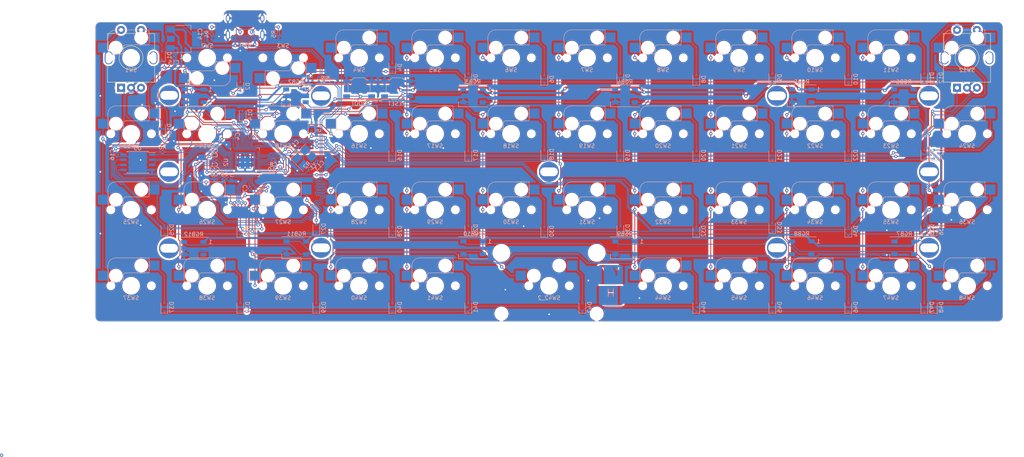
<source format=kicad_pcb>
(kicad_pcb (version 20221018) (generator pcbnew)
  (layers (0 "F.Cu" signal) (31 "B.Cu" signal) (34 "B.Paste" user) (35 "F.Paste" user) (36 "B.SilkS" user "B.Silkscreen") (37 "F.SilkS" user "F.Silkscreen") (38 "B.Mask" user) (39 "F.Mask" user) (44 "Edge.Cuts" user))
  (net 0 "")
  (net 1 "+1V1")
  (net 2 "GND")
  (net 3 "+3V3")
  (net 4 "/XIN")
  (net 5 "Net-(C13-Pad2)")
  (net 6 "VBUS")
  (net 7 "Net-(D1-A)")
  (net 8 "Net-(D2-A)")
  (net 9 "Net-(D3-A)")
  (net 10 "Net-(D4-A)")
  (net 11 "Net-(D5-A)")
  (net 12 "Net-(D6-A)")
  (net 13 "Net-(D7-A)")
  (net 14 "Net-(D8-A)")
  (net 15 "Net-(D9-A)")
  (net 16 "Net-(D10-A)")
  (net 17 "Net-(D11-A)")
  (net 18 "Net-(D12-A)")
  (net 19 "Net-(D13-A)")
  (net 20 "Net-(D14-A)")
  (net 21 "Net-(D15-A)")
  (net 22 "Net-(D16-A)")
  (net 23 "Net-(D17-A)")
  (net 24 "Net-(D18-A)")
  (net 25 "Net-(D19-A)")
  (net 26 "Net-(D20-A)")
  (net 27 "Net-(D21-A)")
  (net 28 "Net-(D22-A)")
  (net 29 "Net-(D23-A)")
  (net 30 "Net-(D24-A)")
  (net 31 "Net-(D25-A)")
  (net 32 "Net-(D26-A)")
  (net 33 "Net-(D27-A)")
  (net 34 "Net-(D28-A)")
  (net 35 "Net-(D29-A)")
  (net 36 "Net-(D30-A)")
  (net 37 "Net-(D31-A)")
  (net 38 "Net-(D32-A)")
  (net 39 "Net-(D33-A)")
  (net 40 "Net-(D34-A)")
  (net 41 "Net-(D35-A)")
  (net 42 "Net-(D36-A)")
  (net 43 "Net-(D37-A)")
  (net 44 "Net-(D38-A)")
  (net 45 "Net-(D39-A)")
  (net 46 "Net-(D40-A)")
  (net 47 "Net-(D41-A)")
  (net 48 "Net-(D42-A)")
  (net 49 "Net-(D44-A)")
  (net 50 "Net-(D45-A)")
  (net 51 "Net-(D46-A)")
  (net 52 "Net-(D47-A)")
  (net 53 "Net-(D48-A)")
  (net 54 "Net-(J1-Pin_2)")
  (net 55 "/USB_BOOT")
  (net 56 "USB+")
  (net 57 "USB_D+")
  (net 58 "/XOUT")
  (net 59 "USB-")
  (net 60 "USB_D-")
  (net 61 "Net-(USB1-CC1)")
  (net 62 "Net-(USB1-CC2)")
  (net 63 "/QSPI_SS")
  (net 64 "Net-(RGB1-DOUT)")
  (net 65 "Net-(RGB2-DOUT)")
  (net 66 "Net-(RGB3-DOUT)")
  (net 67 "Net-(RGB4-DOUT)")
  (net 68 "Net-(RGB5-DOUT)")
  (net 69 "Net-(RGB6-DOUT)")
  (net 70 "Net-(RGB7-DOUT)")
  (net 71 "Net-(RGB8-DOUT)")
  (net 72 "Net-(RGB10-DIN)")
  (net 73 "Net-(RGB10-DOUT)")
  (net 74 "Net-(RGB11-DOUT)")
  (net 76 "/QSPI_SD3")
  (net 77 "/QSPI_SCLK")
  (net 78 "/QSPI_SD0")
  (net 79 "/QSPI_SD2")
  (net 80 "/QSPI_SD1")
  (net 81 "ENC_0_A")
  (net 82 "ENC_0_B")
  (net 83 "ENC_1_A")
  (net 84 "ENC_1_B")
  (net 94 "row0")
  (net 95 "row1")
  (net 96 "row2")
  (net 97 "row3")
  (net 98 "col0")
  (net 99 "col1")
  (net 100 "col2")
  (net 101 "col3")
  (net 102 "col4")
  (net 103 "col5")
  (net 104 "col6")
  (net 105 "col7")
  (net 106 "col8")
  (net 107 "col9")
  (net 108 "col10")
  (net 109 "col11")
  (net 110 "RGB")
  (footprint "MX_Only:MXOnly-1U-Hotswap" (layer "F.Cu") (at 27.384398 27.384398)
    (fp_text reference "SW1")
    (fp_text value "MX_LED")
  )
  (footprint "MX_Only:MXOnly-1U-Hotswap" (layer "F.Cu") (at 236.934574 27.384398)
    (fp_text reference "SW12")
    (fp_text value "MX_LED")
  )
  (footprint "MX_Only:MXOnly-1U-Hotswap" (layer "F.Cu") (at 160.74451 46.434414)
    (fp_text reference "SW20")
    (fp_text value "MX_LED")
  )
  (footprint "MX_Only:MXOnly-1U-Hotswap" (layer "F.Cu") (at 84.544446 46.434414)
    (fp_text reference "SW16")
    (fp_text value "MX_LED")
  )
  (footprint "" (layer "F.Cu") (at 36.90984 75.129384)
    (fp_text reference "")
    (fp_text value "")
  )
  (footprint "MX_Only:MXOnly-1U-Hotswap" (layer "F.Cu") (at 65.48443 27.384398 180)
    (fp_text reference "SW3")
    (fp_text value "MX_LED")
  )
  (footprint "" (layer "F.Cu") (at 227.41224 55.96008)
    (fp_text reference "")
    (fp_text value "")
  )
  (footprint "MX_Only:MXOnly-1U-Hotswap" (layer "F.Cu") (at 122.644478 27.384398)
    (fp_text reference "SW6")
    (fp_text value "MX_LED")
  )
  (footprint "MX_Only:MXOnly-1U-Hotswap" (layer "F.Cu") (at 84.544446 27.384398)
    (fp_text reference "SW4")
    (fp_text value "MX_LED")
  )
  (footprint "MX_Only:MXOnly-1U-Hotswap" (layer "F.Cu") (at 217.894558 46.434414)
    (fp_text reference "SW23")
    (fp_text value "MX_LED")
  )
  (footprint "MX_Only:MXOnly-1U-Hotswap" (layer "F.Cu") (at 217.884558 65.48443)
    (fp_text reference "SW35")
    (fp_text value "MX_LED")
  )
  (footprint "MX_Only:MXOnly-1U-Hotswap" (layer "F.Cu") (at 198.844542 84.534446)
    (fp_text reference "SW46")
    (fp_text value "MX_LED")
  )
  (footprint "MX_Only:MXOnly-1U-Hotswap" (layer "F.Cu") (at 198.844542 27.384398)
    (fp_text reference "SW10")
    (fp_text value "MX_LED")
  )
  (footprint "MX_Only:MXOnly-1U-Hotswap" (layer "F.Cu") (at 65.49443 65.48443)
    (fp_text reference "SW27")
    (fp_text value "MX_LED")
  )
  (footprint "MX_Only:MXOnly-1U-Hotswap" (layer "F.Cu") (at 84.534446 84.534446)
    (fp_text reference "SW40")
    (fp_text value "MX_LED")
  )
  (footprint "" (layer "F.Cu") (at 132.14119 55.960048)
    (fp_text reference "")
    (fp_text value "")
  )
  (footprint "MX_Only:MXOnly-1U-Hotswap" (layer "F.Cu") (at 46.434414 27.384398 180)
    (fp_text reference "SW2")
    (fp_text value "MX_LED")
  )
  (footprint "" (layer "F.Cu") (at 75.01032 36.90984)
    (fp_text reference "")
    (fp_text value "")
  )
  (footprint "MX_Only:MXOnly-1U-Hotswap" (layer "F.Cu") (at 46.444414 46.434414)
    (fp_text reference "SW14")
    (fp_text value "MX_LED")
  )
  (footprint "MX_Only:MXOnly-1U-Hotswap" (layer "F.Cu") (at 160.74451 27.384398)
    (fp_text reference "SW8")
    (fp_text value "MX_LED")
  )
  (footprint "MX_Only:MXOnly-1U-Hotswap" (layer "F.Cu") (at 46.444414 65.48443)
    (fp_text reference "SW26")
    (fp_text value "MX_LED")
  )
  (footprint "MX_Only:MXOnly-1U-Hotswap" (layer "F.Cu") (at 160.74451 65.48443)
    (fp_text reference "SW32")
    (fp_text value "MX_LED")
  )
  (footprint "MX_Only:MXOnly-1U-Hotswap" (layer "F.Cu") (at 217.894558 84.534446)
    (fp_text reference "SW47")
    (fp_text value "MX_LED")
  )
  (footprint "" (layer "F.Cu") (at 75.01032 75.01032)
    (fp_text reference "")
    (fp_text value "")
  )
  (footprint "MX_Only:MXOnly-1U-Hotswap" (layer "F.Cu") (at 179.794526 46.434414)
    (fp_text reference "SW21")
    (fp_text value "MX_LED")
  )
  (footprint "Keebio-Parts:RotaryEncoder_EC11" (layer "F.Cu") (at 236.924574 27.384398 90)
    (fp_text reference "SW43")
    (fp_text value "RotaryEncoder_Switch")
  )
  (footprint "MX_Only:MXOnly-1U-Hotswap" (layer "F.Cu") (at 27.394398 65.48443)
    (fp_text reference "SW25")
    (fp_text value "MX_LED")
  )
  (footprint "" (layer "F.Cu") (at 189.31176 75.01032)
    (fp_text reference "")
    (fp_text value "")
  )
  (footprint "MX_Only:MXOnly-1U-Hotswap" (layer "F.Cu") (at 27.394398 46.434414)
    (fp_text reference "SW13")
    (fp_text value "MX_LED")
  )
  (footprint "MX_Only:MXOnly-1U-Hotswap" (layer "F.Cu") (at 236.944574 65.48443)
    (fp_text reference "SW36")
    (fp_text value "MX_LED")
  )
  (footprint "MX_Only:MXOnly-1U-Hotswap" (layer "F.Cu") (at 65.49443 46.434414)
    (fp_text reference "SW15")
    (fp_text value "MX_LED")
  )
  (footprint "MX_Only:MXOnly-1U-Hotswap" (layer "F.Cu") (at 179.784526 65.48443)
    (fp_text reference "SW33")
    (fp_text value "MX_LED")
  )
  (footprint "MX_Only:MXOnly-1U-Hotswap" (layer "F.Cu") (at 65.49443 84.534446)
    (fp_text reference "SW39")
    (fp_text value "MX_LED")
  )
  (footprint "MX_Only:MXOnly-1U-Hotswap" (layer "F.Cu") (at 46.444414 84.534446)
    (fp_text reference "SW38")
    (fp_text value "MX_LED")
  )
  (footprint "MX_Only:MXOnly-1U-Hotswap" (layer "F.Cu") (at 103.594462 46.434414)
    (fp_text reference "SW17")
    (fp_text value "MX_LED")
  )
  (footprint "MX_Only:MXOnly-1U-Hotswap" (layer "F.Cu") (at 103.594462 84.534446)
    (fp_text reference "SW41")
    (fp_text value "MX_LED")
  )
  (footprint "MX_Only:MXOnly-1U-Hotswap" (layer "F.Cu") (at 160.73451 84.534446)
    (fp_text reference "SW44")
    (fp_text value "MX_LED")
  )
  (footprint "" (layer "F.Cu") (at 189.31176 36.90984)
    (fp_text reference "")
    (fp_text value "")
  )
  (footprint "MX_Only:MXOnly-1U-Hotswap" (layer "F.Cu") (at 141.684494 46.434414)
    (fp_text reference "SW19")
    (fp_text value "MX_LED")
  )
  (footprint "logo:m2-mount-point" (layer "F.Cu") (at 36.90984 36.790776)
    (fp_text reference "REF**")
    (fp_text value "m2-mount-point")
  )
  (footprint "MX_Only:MXOnly-1U-Hotswap" (layer "F.Cu") (at 141.684494 27.384398)
    (fp_text reference "SW7")
    (fp_text value "MX_LED")
  )
  (footprint "MX_Only:MXOnly-1U-Hotswap" (layer "F.Cu") (at 103.594462 27.384398)
    (fp_text reference "SW5")
    (fp_text value "MX_LED")
  )
  (footprint "MX_Only:MXOnly-1U-Hotswap" (layer "F.Cu") (at 179.794526 84.534446)
    (fp_text reference "SW45")
    (fp_text value "MX_LED")
  )
  (footprint "MX_Only:MXOnly-1U-Hotswap" (layer "F.Cu") (at 198.844542 65.48443)
    (fp_text reference "SW34")
    (fp_text value "MX_LED")
  )
  (footprint "MX_Only:MXOnly-1U-Hotswap" (layer "F.Cu") (at 84.534446 65.48443)
    (fp_text reference "SW28")
    (fp_text value "MX_LED")
  )
  (footprint "MX_Only:MXOnly-1U-Hotswap" (layer "F.Cu") (at 179.794526 27.384398)
    (fp_text reference "SW9")
    (fp_text value "MX_LED")
  )
  (footprint "MX_Only:MXOnly-1U-Hotswap" (layer "F.Cu") (at 236.944574 46.434414)
    (fp_text reference "SW24")
    (fp_text value "MX_LED")
  )
  (footprint "MX_Only:MXOnly-1U-Hotswap" (layer "F.Cu") (at 236.944574 84.534446)
    (fp_text reference "SW48")
    (fp_text value "MX_LED")
  )
  (footprint "MX_Only:MXOnly-1U-Hotswap" (layer "F.Cu") (at 103.594462 65.48443)
    (fp_text reference "SW29")
    (fp_text value "MX_LED")
  )
  (footprint "MX_Only:MXOnly-1U-Hotswap" (layer "F.Cu") (at 122.644478 46.434414)
    (fp_text reference "SW18")
    (fp_text value "MX_LED")
  )
  (footprint "" (layer "F.Cu") (at 36.90984 55.96008)
    (fp_text reference "")
    (fp_text value "")
  )
  (footprint "logo_sendyyeah:yh" (layer "F.Cu") (at 141.296314 90.674634)
    (fp_text reference "Ref**" hide)
    (fp_text value "Val**" hide)
  )
  (footprint "Keebio-Parts:RotaryEncoder_EC11" (layer "F.Cu") (at 27.374398 27.384398 90)
    (fp_text reference "SW42")
    (fp_text value "RotaryEncoder_Switch")
  )
  (footprint "" (layer "F.Cu") (at 227.41224 36.90984)
    (fp_text reference "")
    (fp_text value "")
  )
  (footprint "" (layer "F.Cu") (at 227.41224 75.01032)
    (fp_text reference "")
    (fp_text value "")
  )
  (footprint "MX_Only:MXOnly-1U-Hotswap" (layer "F.Cu") (at 198.844542 46.434414)
    (fp_text reference "SW22")
    (fp_text value "MX_LED")
  )
  (footprint "MX_Only:MXOnly-1U-Hotswap" (layer "F.Cu") (at 27.394398 84.534446)
    (fp_text reference "SW37")
    (fp_text value "MX_LED")
  )
  (footprint "MX_Only:MXOnly-1U-Hotswap" (layer "F.Cu") (at 217.894558 27.384398)
    (fp_text reference "SW11")
    (fp_text value "MX_LED")
  )
  (footprint "MX_Only:MXOnly-1U-Hotswap" (layer "F.Cu") (at 122.644478 65.48443)
    (fp_text reference "SW30")
    (fp_text value "MX_LED")
  )
  (footprint "MX_Only:MXOnly-1U-Hotswap" (layer "F.Cu") (at 141.684494 65.48443)
    (fp_text reference "SW31")
    (fp_text value "MX_LED")
  )
  (footprint "MX_Only:MXOnly-2U-Hotswap-ReversedStabilizers" (layer "F.Cu") (at 132.159486 84.534446)
    (fp_text reference "SW42_2")
    (fp_text value "MX_LED")
  )
  (footprint "Diode_SMD:D_SOD-323" (layer "B.Cu") (at 226.21894 70.485888 90)
    (fp_text reference "D35")
    (fp_text value "D")
  )
  (footprint "Diode_SMD:D_SOD-323" (layer "B.Cu") (at 92.868828 89.892263 90)
    (fp_text reference "D40")
    (fp_text value "D")
  )
  (footprint "Diode_SMD:D_SOD-323" (layer "B.Cu") (at 188.118908 51.792231 90)
    (fp_text reference "D21")
    (fp_text value "D")
  )
  (footprint "Capacitor_SMD:C_0402_1005Metric" (layer "B.Cu") (at 38.1 27.384375)
    (fp_text reference "C15")
    (fp_text value "10u")
  )
  (footprint "RP2040_minimal:RP2040-QFN-56" (layer "B.Cu") (at 55.959422 53.57817 -90)
    (fp_text reference "U2")
    (fp_text value "RP2040")
  )
  (footprint "Resistor_SMD:R_0402_1005Metric" (layer "B.Cu") (at 64.293804 21.431268 -90)
    (fp_text reference "R5")
    (fp_text value "5.1k")
  )
  (footprint "Diode_SMD:D_SOD-323" (layer "B.Cu") (at 169.068892 70.842247 90)
    (fp_text reference "D32")
    (fp_text value "D")
  )
  (footprint "Capacitor_SMD:C_0402_1005Metric" (layer "B.Cu") (at 57.150048 47.029727 90)
    (fp_text reference "C9")
    (fp_text value "100n")
  )
  (footprint "LED_SMD:LED_WS2812B_PLCC4_5.0x5.0mm_P3.2mm" (layer "B.Cu") (at 113.10947 75.009438 180)
    (fp_text reference "RGB10")
    (fp_text value "SK6812MINI")
  )
  (footprint "Resistor_SMD:R_0402_1005Metric" (layer "B.Cu") (at 74.414125 32.742215 90)
    (fp_text reference "R3")
    (fp_text value "27.4")
  )
  (footprint "Diode_SMD:D_SOD-323" (layer "B.Cu") (at 130.96886 70.842247 90)
    (fp_text reference "D30")
    (fp_text value "D")
  )
  (footprint "Crystal:Crystal_SMD_3225-4Pin_3.2x2.5mm_HandSoldering" (layer "B.Cu") (at 70.842247 52.387544 45)
    (fp_text reference "Y1")
    (fp_text value "12MHz")
  )
  (footprint "Diode_SMD:D_SOD-323" (layer "B.Cu") (at 207.168924 70.842247 90)
    (fp_text reference "D34")
    (fp_text value "D")
  )
  (footprint "Diode_SMD:D_SOD-323" (layer "B.Cu") (at 35.123467 26.789085 90)
    (fp_text reference "D1")
    (fp_text value "D")
  )
  (footprint "LED_SMD:LED_WS2812B_PLCC4_5.0x5.0mm_P3.2mm" (layer "B.Cu") (at 221.101848 36.909406 180)
    (fp_text reference "RGB6")
    (fp_text value "SK6812MINI")
  )
  (footprint "Capacitor_SMD:C_0402_1005Metric" (layer "B.Cu") (at 57.150048 60.126613 -90)
    (fp_text reference "C7")
    (fp_text value "100n")
  )
  (footprint "Diode_SMD:D_SOD-323" (layer "B.Cu") (at 92.868828 29.76565 90)
    (fp_text reference "D4")
    (fp_text value "D")
  )
  (footprint "Diode_SMD:D_SOD-323" (layer "B.Cu") (at 71.795592 33.099792)
    (fp_text reference "D3")
    (fp_text value "D")
  )
  (footprint "Capacitor_SMD:C_0402_1005Metric" (layer "B.Cu") (at 73.818812 53.57817 45)
    (fp_text reference "C13")
    (fp_text value "27p")
  )
  (footprint "Diode_SMD:D_SOD-323" (layer "B.Cu") (at 188.118908 32.385408 90)
    (fp_text reference "D9")
    (fp_text value "D")
  )
  (footprint "Diode_SMD:D_SOD-323" (layer "B.Cu") (at 111.918844 51.792231 90)
    (fp_text reference "D17")
    (fp_text value "D")
  )
  (footprint "Diode_SMD:D_SOD-323" (layer "B.Cu") (at 226.21894 32.385408 90)
    (fp_text reference "D11")
    (fp_text value "D")
  )
  (footprint "Capacitor_SMD:C_0402_1005Metric" (layer "B.Cu") (at 69.056308 50.006292 -135)
    (fp_text reference "C12")
    (fp_text value "27p")
  )
  (footprint "Diode_SMD:D_SOD-323" (layer "B.Cu") (at 130.96886 32.742215 90)
    (fp_text reference "D6")
    (fp_text value "D")
  )
  (footprint "Diode_SMD:D_SOD-323" (layer "B.Cu") (at 55.364109 41.67191 90)
    (fp_text reference "D14")
    (fp_text value "D")
  )
  (footprint "Package_SO:SOIC-8_5.23x5.23mm_P1.27mm" (layer "B.Cu") (at 29.051616 53.57817 180)
    (fp_text reference "U3")
    (fp_text value "W25Q128JVS")
  )
  (footprint "logo_sendyyeah:yh" (layer "B.Cu") (at 153.979687 90.674634 180)
    (fp_text reference "Ref**" hide)
    (fp_text value "Val**" hide)
  )
  (footprint "Diode_SMD:D_SOD-323" (layer "B.Cu") (at 169.068892 89.892263 90)
    (fp_text reference "D44")
    (fp_text value "D")
  )
  (footprint "LED_SMD:LED_WS2812B_PLCC4_5.0x5.0mm_P3.2mm" (layer "B.Cu") (at 221.220912 75.009438 180)
    (fp_text reference "RGB7")
    (fp_text value "SK6812MINI")
  )
  (footprint "Diode_SMD:D_SOD-323" (layer "B.Cu") (at 150.018876 32.385408 90)
    (fp_text reference "D7")
    (fp_text value "D")
  )
  (footprint "LED_SMD:LED_WS2812B_PLCC4_5.0x5.0mm_P3.2mm" (layer "B.Cu") (at 151.209502 75.009438 180)
    (fp_text reference "RGB9")
    (fp_text value "SK6812MINI")
  )
  (footprint "Diode_SMD:D_SOD-323" (layer "B.Cu") (at 188.118908 89.892263 90)
    (fp_text reference "D45")
    (fp_text value "D")
  )
  (footprint "Diode_SMD:D_SOD-323" (layer "B.Cu") (at 35.123467 45.243788 90)
    (fp_text reference "D13")
    (fp_text value "D")
  )
  (footprint "Keebio-Parts:HRO-TYPE-C-31-M-12-Assembly" (layer "B.Cu") (at 55.959422 14.887516)
    (fp_text reference "USB1")
    (fp_text value "HRO-TYPE-C-31-M-12")
  )
  (footprint "Diode_SMD:D_SOD-323" (layer "B.Cu") (at 73.818812 70.24776 90)
    (fp_text reference "D27")
    (fp_text value "D")
  )
  (footprint "Diode_SMD:D_SOD-323" (layer "B.Cu") (at 228.600192 51.554712 90)
    (fp_text reference "D24")
    (fp_text value "D")
  )
  (footprint "Capacitor_SMD:C_0402_1005Metric" (layer "B.Cu") (at 63.103178 52.982857)
    (fp_text reference "C8")
    (fp_text value "100n")
  )
  (footprint "Diode_SMD:D_SOD-323" (layer "B.Cu") (at 207.168924 89.892263 90)
    (fp_text reference "D46")
    (fp_text value "D")
  )
  (footprint "LED_SMD:LED_WS2812B_PLCC4_5.0x5.0mm_P3.2mm" (layer "B.Cu") (at 151.209502 36.909406 180)
    (fp_text reference "RGB4")
    (fp_text value "SK6812MINI")
  )
  (footprint "Capacitor_SMD:C_0402_1005Metric" (layer "B.Cu") (at 45.839101 21.431268 -90)
    (fp_text reference "C14")
    (fp_text value "10u")
  )
  (footprint "Diode_SMD:D_SOD-323" (layer "B.Cu") (at 140.493868 89.892263 90)
    (fp_text reference "D42")
    (fp_text value "D")
  )
  (footprint "Diode_SMD:D_SOD-323" (layer "B.Cu") (at 169.068892 32.742215 90)
    (fp_text reference "D8")
    (fp_text value "D")
  )
  (footprint "LED_SMD:LED_WS2812B_PLCC4_5.0x5.0mm_P3.2mm" (layer "B.Cu") (at 113.10947 36.909406 180)
    (fp_text reference "RGB3")
    (fp_text value "SK6812MINI")
  )
  (footprint "LED_SMD:LED_WS2812B_PLCC4_5.0x5.0mm_P3.2mm" (layer "B.Cu") (at 43.101168 75.129384 180)
    (fp_text reference "RGB12")
    (fp_text value "SK6812MINI")
  )
  (footprint "Capacitor_SMD:C_0402_1005Metric" (layer "B.Cu") (at 48.220353 55.364109 180)
    (fp_text reference "C1")
    (fp_text value "100n")
  )
  (footprint "Diode_SMD:D_SOD-323" (layer "B.Cu") (at 54.768796 34.528154 90)
    (fp_text reference "D2")
    (fp_text value "D")
  )
  (footprint "Diode_SMD:D_SOD-323" (layer "B.Cu") (at 228.600192 32.385408 90)
    (fp_text reference "D12")
    (fp_text value "D")
  )
  (footprint "Capacitor_SMD:C_0402_1005Metric" (layer "B.Cu") (at 23.8128 51.673776 -90)
    (fp_text reference "C16")
    (fp_text value "100n")
  )
  (footprint "Diode_SMD:D_SOD-323" (layer "B.Cu") (at 72.628186 44.648475 90)
    (fp_text reference "D15")
    (fp_text value "D")
  )
  (footprint "Capacitor_SMD:C_0402_1005Metric" (layer "B.Cu") (at 48.220353 56.554735 180)
    (fp_text reference "C11")
    (fp_text value "1u")
  )
  (footprint "Capacitor_SMD:C_0402_1005Metric" (layer "B.Cu") (at 48.220353 57.745361 180)
    (fp_text reference "C6")
    (fp_text value "100n")
  )
  (footprint "Diode_SMD:D_SOD-323" (layer "B.Cu") (at 35.71878 89.892263 90)
    (fp_text reference "D37")
    (fp_text value "D")
  )
  (footprint "Capacitor_SMD:C_0402_1005Metric" (layer "B.Cu") (at 48.220353 51.792231 180)
    (fp_text reference "C2")
    (fp_text value "100n")
  )
  (footprint "LED_SMD:LED_WS2812B_PLCC4_5.0x5.0mm_P3.2mm" (layer "B.Cu") (at 68.699928 36.909406 180)
    (fp_text reference "RGB2")
    (fp_text value "SK6812MINI")
  )
  (footprint "Resistor_SMD:R_0402_1005Metric" (layer "B.Cu") (at 47.62504 21.431268 -90)
    (fp_text reference "R4")
    (fp_text value "5.1k")
  )
  (footprint "Diode_SMD:D_SOD-323" (layer "B.Cu") (at 228.600192 70.485888 90)
    (fp_text reference "D36")
    (fp_text value "D")
  )
  (footprint "Diode_SMD:D_SOD-323" (layer "B.Cu") (at 54.768796 70.842247 90)
    (fp_text reference "D26")
    (fp_text value "D")
  )
  (footprint "Diode_SMD:D_SOD-323" (layer "B.Cu") (at 92.868828 70.842247 90)
    (fp_text reference "D28")
    (fp_text value "D")
  )
  (footprint "Capacitor_SMD:C_0402_1005Metric" (layer "B.Cu") (at 63.103178 54.173483)
    (fp_text reference "C10")
    (fp_text value "1u")
  )
  (footprint "Diode_SMD:D_SOD-323" (layer "B.Cu") (at 169.068892 51.792231 90)
    (fp_text reference "D20")
    (fp_text value "D")
  )
  (footprint "Diode_SMD:D_SOD-323" (layer "B.Cu") (at 207.168924 51.792231 90)
    (fp_text reference "D22")
    (fp_text value "D")
  )
  (footprint "Diode_SMD:D_SOD-323" (layer "B.Cu") (at 226.21894 51.554712 90)
    (fp_text reference "D23")
    (fp_text value "D")
  )
  (footprint "LED_SMD:LED_WS2812B_PLCC4_5.0x5.0mm_P3.2mm" (layer "B.Cu") (at 68.818992 75.009438 180)
    (fp_text reference "RGB11")
    (fp_text value "SK6812MINI")
  )
  (footprint "Package_TO_SOT_SMD:SOT-223-3_TabPin2" (layer "B.Cu") (at 40.48125 22.621875)
    (fp_text reference "U1")
    (fp_text value "NCP1117-3.3_SOT223")
  )
  (footprint "Resistor_SMD:R_0402_1005Metric" (layer "B.Cu") (at 72.267562 55.12942 -135)
    (fp_text reference "R2")
    (fp_text value "1k")
  )
  (footprint "Keebio-Parts:SW_SPST_TL3342" (layer "B.Cu") (at 84.534446 35.123467 180)
    (fp_text reference "J2")
    (fp_text value "BOOT")
  )
  (footprint "Capacitor_SMD:C_0402_1005Metric" (layer "B.Cu") (at 48.220353 52.982857 180)
    (fp_text reference "C3")
    (fp_text value "100n")
  )
  (footprint "Diode_SMD:D_SOD-323" (layer "B.Cu") (at 188.118908 69.890568 90)
    (fp_text reference "D33")
    (fp_text value "D")
  )
  (footprint "LED_SMD:LED_WS2812B_PLCC4_5.0x5.0mm_P3.2mm" (layer "B.Cu") (at 43.101168 36.909406 180)
    (fp_text reference "RGB1")
    (fp_text value "SK6812MINI")
  )
  (footprint "Diode_SMD:D_SOD-323" (layer "B.Cu") (at 228.600192 89.892263 90)
    (fp_text reference "D48")
    (fp_text value "D")
  )
  (footprint "Diode_SMD:D_SOD-323" (layer "B.Cu") (at 92.868828 51.792231 90)
    (fp_text reference "D16")
    (fp_text value "D")
  )
  (footprint "Diode_SMD:D_SOD-323" (layer "B.Cu") (at 35.71878 70.485888 90)
    (fp_text reference "D25")
    (fp_text value "D")
  )
  (footprint "Diode_SMD:D_SOD-323" (layer "B.Cu") (at 150.018876 51.792231 90)
    (fp_text reference "D19")
    (fp_text value "D")
  )
  (footprint "Capacitor_SMD:C_0402_1005Metric" (layer "B.Cu") (at 50.8 57.7 180)
    (fp_text reference "C5")
    (fp_text value "100n")
  )
  (footprint "Diode_SMD:D_SOD-323" (layer "B.Cu") (at 226.21894 89.892263 90)
    (fp_text reference "D47")
    (fp_text value "D")
  )
  (footprint "LED_SMD:LED_WS2812B_PLCC4_5.0x5.0mm_P3.2mm" (layer "B.Cu") (at 195.503088 75.009438 180)
    (fp_text reference "RGB8")
    (fp_text value "SK6812MINI")
  )
  (footprint "Diode_SMD:D_SOD-323" (layer "B.Cu") (at 130.96886 51.554712 90)
    (fp_text reference "D18")
    (fp_text value "D")
  )
  (footprint "Diode_SMD:D_SOD-323" (layer "B.Cu") (at 54.768796 89.892263 90)
    (fp_text reference "D38")
    (fp_text value "D")
  )
  (footprint "Resistor_SMD:R_0402_1005Metric" (layer "B.Cu") (at 75.604751 32.742215 90)
    (fp_text reference "R1")
    (fp_text value "27.4")
  )
  (footprint "Keebio-Parts:SW_SPST_TL3342" (layer "B.Cu") (at 94.059454 35.123467 180)
    (fp_text reference "J1")
    (fp_text value "RESET")
  )
  (footprint "Diode_SMD:D_SOD-323" (layer "B.Cu") (at 111.918844 32.385408 90)
    (fp_text reference "D5")
    (fp_text value "D")
  )
  (footprint "LED_SMD:LED_WS2812B_PLCC4_5.0x5.0mm_P3.2mm" (layer "B.Cu") (at 195.503088 36.909406 180)
    (fp_text reference "RGB5")
    (fp_text value "SK6812MINI")
  )
  (footprint "Diode_SMD:D_SOD-323" (layer "B.Cu") (at 207.168924 32.742215 90)
    (fp_text reference "D10")
    (fp_text value "D")
  )
  (footprint "Diode_SMD:D_SOD-323" (layer "B.Cu") (at 111.918844 70.485888 90)
    (fp_text reference "D29")
    (fp_text value "D")
  )
  (footprint "Diode_SMD:D_SOD-323" (layer "B.Cu") (at 73.818812 89.892263 90)
    (fp_text reference "D39")
    (fp_text value "D")
  )
  (footprint "Resistor_SMD:R_0402_1005Metric" (layer "B.Cu") (at 35.242944 50.959392 180)
    (fp_text reference "R6")
    (fp_text value "1k")
  )
  (footprint "Capacitor_SMD:C_0402_1005Metric" (layer "B.Cu") (at 52.982857 47.029727 90)
    (fp_text reference "C4")
    (fp_text value "100n")
  )
  (footprint "Diode_SMD:D_SOD-323" (layer "B.Cu") (at 111.918844 89.892263 90)
    (fp_text reference "D41")
    (fp_text value "D")
  )
  (footprint "Diode_SMD:D_SOD-323" (layer "B.Cu") (at 150.018876 70.485888 90)
    (fp_text reference "D31")
    (fp_text value "D")
  )
  (gr_line (start 61.317239 17.264077) (end 61.317239 16.668764) (stroke (width 0.1)) (layer "Edge.Cuts"))
  (gr_arc (start 62.507865 18.454703) (mid 61.665965 18.105977) (end 61.317239 17.264077) (stroke (width 0.1)) (layer "Edge.Cuts"))
  (gr_line (start 244.673643 93.464141) (end 19.645329 93.464141) (stroke (width 0.1)) (layer "Edge.Cuts"))
  (gr_line (start 49.410979 18.454703) (end 19.645329 18.454703) (stroke (width 0.1)) (layer "Edge.Cuts"))
  (gr_arc (start 245.864269 92.273515) (mid 245.515543 93.115415) (end 244.673643 93.464141) (stroke (width 0.1)) (layer "Edge.Cuts"))
  (gr_line (start 50.601605 17.264077) (end 50.601605 16.668764) (stroke (width 0.1)) (layer "Edge.Cuts"))
  (gr_arc (start 60.126613 15.478138) (mid 60.968513 15.826864) (end 61.317239 16.668764) (stroke (width 0.1)) (layer "Edge.Cuts"))
  (gr_line (start 18.454703 92.273515) (end 18.454703 19.645329) (stroke (width 0.1)) (layer "Edge.Cuts"))
  (gr_line (start 62.507865 18.454703) (end 244.673643 18.454703) (stroke (width 0.1)) (layer "Edge.Cuts"))
  (gr_arc (start 19.645329 93.464141) (mid 18.803429 93.115415) (end 18.454703 92.273515) (stroke (width 0.1)) (layer "Edge.Cuts"))
  (gr_arc (start 50.601605 16.668764) (mid 50.950331 15.826864) (end 51.792231 15.478138) (stroke (width 0.1)) (layer "Edge.Cuts"))
  (gr_arc (start 18.454703 19.645329) (mid 18.803429 18.803429) (end 19.645329 18.454703) (stroke (width 0.1)) (layer "Edge.Cuts"))
  (gr_line (start 51.792231 15.478138) (end 60.126613 15.478138) (stroke (width 0.1)) (layer "Edge.Cuts"))
  (gr_arc (start 50.601605 17.264077) (mid 50.252879 18.105977) (end 49.410979 18.454703) (stroke (width 0.1)) (layer "Edge.Cuts"))
  (gr_line (start 245.864269 19.645329) (end 245.864269 92.273515) (stroke (width 0.1)) (layer "Edge.Cuts"))
  (gr_arc (start 244.673643 18.454703) (mid 245.515543 18.803429) (end 245.864269 19.645329) (stroke (width 0.1)) (layer "Edge.Cuts"))
  (via (at -5.08 127) (size 0.8) (drill 0.4) (layers "F.Cu" "B.Cu") (net 0))
  (segment (start 63.45 56.05) (end 64.75 54.75) (width 0.2) (layer "F.Cu") (net 1))
  (segment (start 46.4 56.05) (end 63.45 56.05) (width 0.2) (layer "F.Cu") (net 1))
  (segment (start 46.4 52.697822) (end 46.4 56.05) (width 0.2) (layer "F.Cu") (net 1))
  (segment (start 46.978187 52.119635) (end 46.4 52.697822) (width 0.2) (layer "F.Cu") (net 1))
  (via (at 46.4 56.05) (size 0.8) (drill 0.4) (layers "F.Cu" "B.Cu") (net 1))
  (via (at 64.75 54.75) (size 0.8) (drill 0.4) (layers "F.Cu" "B.Cu") (net 1))
  (via (at 46.978187 52.119635) (size 0.8) (drill 0.4) (layers "F.Cu" "B.Cu") (net 1))
  (segment (start 48.758009 51.849888) (end 50.286292 53.37817) (width 0.2) (layer "B.Cu") (net 1))
  (segment (start 48.700353 55.364109) (end 48.019247 56.045215) (width 0.2) (layer "B.Cu") (net 1))
  (segment (start 52.521922 55.37817) (end 48.714414 55.37817) (width 0.2) (layer "B.Cu") (net 1))
  (segment (start 63.199695 54.75) (end 64.75 54.75) (width 0.2) (layer "B.Cu") (net 1))
  (segment (start 48.125447 51.217325) (end 47.100842 51.217325) (width 0.2) (layer "B.Cu") (net 1))
  (segment (start 62.623178 54.173483) (end 63.199695 54.75) (width 0.2) (layer "B.Cu") (net 1))
  (segment (start 48.019247 56.045215) (end 46.404785 56.045215) (width 0.2) (layer "B.Cu") (net 1))
  (segment (start 48.700353 51.792231) (end 48.758009 51.849888) (width 0.2) (layer "B.Cu") (net 1))
  (segment (start 48.714414 55.37817) (end 48.700353 55.364109) (width 0.2) (layer "B.Cu") (net 1))
  (segment (start 48.700353 51.792231) (end 48.125447 51.217325) (width 0.2) (layer "B.Cu") (net 1))
  (segment (start 50.286292 53.37817) (end 52.521922 53.37817) (width 0.2) (layer "B.Cu") (net 1))
  (segment (start 47.100842 51.217325) (end 46.978187 51.33998) (width 0.2) (layer "B.Cu") (net 1))
  (segment (start 62.623178 54.173483) (end 59.401609 54.173483) (width 0.2) (layer "B.Cu") (net 1))
  (segment (start 46.404785 56.045215) (end 46.4 56.05) (width 0.2) (layer "B.Cu") (net 1))
  (segment (start 46.978187 51.33998) (end 46.978187 52.119635) (width 0.2) (layer "B.Cu") (net 1))
  (segment (start 59.401609 54.173483) (end 59.396922 54.17817) (width 0.2) (layer "B.Cu") (net 1))
  (segment (start 217.88712 75.724704) (end 217.88712 71.676528) (width 0.2) (layer "F.Cu") (net 2))
  (segment (start 217.88712 71.676528) (end 216.815544 70.604952) (width 0.2) (layer "F.Cu") (net 2))
  (segment (start 216.815544 76.79628) (end 217.88712 75.724704) (width 0.2) (layer "F.Cu") (net 2))
  (segment (start 95.5 38.4005) (end 95.0995 38) (width 0.2) (layer "F.Cu") (net 2))
  (segment (start 95.0995 38) (end 86.5 38) (width 0.2) (layer "F.Cu") (net 2))
  (segment (start 86.5 38) (end 85.50495 38.99505) (width 0.2) (layer "F.Cu") (net 2))
  (via (at 51.3 49.15) (size 0.8) (drill 0.4) (layers "F.Cu" "B.Cu") (net 2))
  (via (at 45 60.85) (size 0.8) (drill 0.4) (layers "F.Cu" "B.Cu") (net 2))
  (via (at 76.200064 52.387544) (size 0.8) (drill 0.4) (layers "F.Cu" "B.Cu") (net 2))
  (via (at 105.668235 50.006376) (size 0.8) (drill 0.4) (layers "F.Cu" "B.Cu") (net 2))
  (via (at 58.2 47.6) (size 0.8) (drill 0.4) (layers "F.Cu" "B.Cu") (net 2))
  (via (at 58.043115 60.722028) (size 0.8) (drill 0.4) (layers "F.Cu" "B.Cu") (net 2))
  (via (at 29.766 52.98348) (size 0.8) (drill 0.4) (layers "F.Cu" "B.Cu") (net 2))
  (via (at 64.5 53.45) (size 0.8) (drill 0.4) (layers "F.Cu" "B.Cu") (net 2))
  (via (at 19.645329 71.43756) (size 0.8) (drill 0.4) (layers "F.Cu" "B.Cu") (net 2))
  (via (at 45 56.9) (size 0.8) (drill 0.4) (layers "F.Cu" "B.Cu") (net 2))
  (via (at 68.46111 49.411062) (size 0.8) (drill 0.4) (layers "F.Cu" "B.Cu") (net 2))
  (via (at 132.159486 91.678202) (size 0.8) (drill 0.4) (layers "F.Cu" "B.Cu") (net 2))
  (via (at 142 83.2) (size 0.8) (drill 0.4) (layers "F.Cu" "B.Cu") (net 2))
  (via (at 87.5 50) (size 0.8) (drill 0.4) (layers "F.Cu" "B.Cu") (net 2))
  (via (at 72.6 49.6) (size 0.8) (drill 0.4) (layers "F.Cu" "B.Cu") (net 2))
  (via (at 125.8 69.6) (size 0.8) (drill 0.4) (layers "F.Cu" "B.Cu") (net 2))
  (via (at 121.2 85.5) (size 0.8) (drill 0.4) (layers "F.Cu" "B.Cu") (net 2))
  (via (at 48.26 33.02) (size 0.8) (drill 0.4) (layers "F.Cu" "B.Cu") (net 2))
  (via (at 60.452 67.564) (size 0.8) (drill 0.4) (layers "F.Cu" "B.Cu") (net 2))
  (via (at 38.397882 40.779146) (size 0.8) (drill 0.4) (layers "F.Cu" "B.Cu") (net 2))
  (via (at 144.8 67.6) (size 0.8) (drill 0.4) (layers "F.Cu" "B.Cu") (net 2))
  (via (at 54.768796 25.598459) (size 0.8) (drill 0.4) (layers "F.Cu" "B.Cu") (net 2))
  (via (at 58.29198 39.533428) (size 0.8) (drill 0.4) (layers "F.Cu" "B.Cu") (net 2))
  (via (at 44.05 52.25) (size 0.8) (drill 0.4) (layers "F.Cu" "B.Cu") (net 2))
  (via (at 38.100224 48.220596) (size 0.8) (drill 0.4) (layers "F.Cu" "B.Cu") (net 2))
  (via (at 216.815544 76.79628) (size 0.8) (drill 0.4) (layers "F.Cu" "B.Cu") (net 2))
  (via (at 33.456984 38.6958) (size 0.8) (drill 0.4) (layers "F.Cu" "B.Cu") (net 2))
  (via (at 56.896 65.278) (size 0.8) (drill 0.4) (layers "F.Cu" "B.Cu") (net 2))
  (via (at 69.056424 55.661859) (size 0.8) (drill 0.4) (layers "F.Cu" "B.Cu") (net 2))
  (via (at 233 68) (size 0.8) (drill 0.4) (layers "F.Cu" "B.Cu") (net 2))
  (via (at 42.15 57.05) (size 0.8) (drill 0.4) (layers "F.Cu" "B.Cu") (net 2))
  (via (at 19.645329 55.959422) (size 0.8) (drill 0.4) (layers "F.Cu" "B.Cu") (net 2))
  (via (at 49.410979 22.026581) (size 0.8) (drill 0.4) (layers "F.Cu" "B.Cu") (net 2))
  (via (at 54.25 58.4) (size 0.8) (drill 0.4) (layers "F.Cu" "B.Cu") (net 2))
  (via (at 45.839101 24.407833) (size 0.8) (drill 0.4) (layers "F.Cu" "B.Cu") (net 2))
  (via (at 19.645329 36.909406) (size 0.8) (drill 0.4) (layers "F.Cu" "B.Cu") (net 2))
  (via (at 30.174 39.121822) (size 0.8) (drill 0.4) (layers "F.Cu" "B.Cu") (net 2))
  (via (at 216.815544 70.604952) (size 0.8) (drill 0.4) (layers "F.Cu" "B.Cu") (net 2))
  (via (at 154.8 87.6) (size 0.8) (drill 0.4) (layers "F.Cu" "B.Cu") (net 2))
  (via (at 29.7657 69.354081) (size 0.8) (drill 0.4) (layers "F.Cu" "B.Cu") (net 2))
  (via (at 51.1 63.6) (size 0.8) (drill 0.4) (layers "F.Cu" "B.Cu") (net 2))
  (via (at 95.5 38.4005) (size 0.8) (drill 0.4) (layers "F.Cu" "B.Cu") (net 2))
  (segment (start 58.29198 39.533428) (end 58.172916 39.414364) (width 0.2) (layer "B.Cu") (net 2))
  (segment (start 59.364422 22.582516) (end 60.279422 21.667516) (width 0.2) (layer "B.Cu") (net 2))
  (segment (start 48.244062 39.64951) (end 35.720398 39.64951) (width 0.2) (layer "B.Cu") (net 2))
  (segment (start 52.021628 45.209893) (end 51.0072 45.209893) (width 0.2) (layer "B.Cu") (net 2))
  (segment (start 70.938556 53.917581) (end 70.630115 54.226022) (width 0.2) (layer "B.Cu") (net 2))
  (segment (start 121.192164 78.622867) (end 112.672899 78.622867) (width 0.2) (layer "B.Cu") (net 2))
  (segment (start 49.35 46.867093) (end 49.35 47.85) (width 0.2) (layer "B.Cu") (net 2))
  (segment (start 57.234422 52.30317) (end 57.509422 52.57817) (width 0.2) (layer "B.Cu") (net 2))
  (segment (start 23.831714 52.17269) (end 28.95521 52.17269) (width 0.2) (layer "B.Cu") (net 2))
  (segment (start 193.053088 76.609438) (end 191.79467 77.867856) (width 0.2) (layer "B.Cu") (net 2))
  (segment (start 50.32 57.7) (end 50.82952 58.20952) (width 0.2) (layer "B.Cu") (net 2))
  (segment (start 154.609013 77.308949) (end 149.459013 77.308949) (width 0.2) (layer "B.Cu") (net 2))
  (segment (start 187.1 76.9) (end 155.017962 76.9) (width 0.2) (layer "B.Cu") (net 2))
  (segment (start 47.740353 52.982857) (end 44.782857 52.982857) (width 0.2) (layer "B.Cu") (net 2))
  (segment (start 47.62504 21.941268) (end 49.325666 21.941268) (width 0.2) (layer "B.Cu") (net 2))
  (segment (start 35.720398 39.64951) (end 34.580294 38.509406) (width 0.2) (layer "B.Cu") (net 2))
  (segment (start 123.415031 76.4) (end 121.192164 78.622867) (width 0.2) (layer "B.Cu") (net 2))
  (segment (start 191.79467 77.867856) (end 188.067856 77.867856) (width 0.2) (layer "B.Cu") (net 2))
  (segment (start 110.65947 38.509406) (end 110.60945 38.559426) (width 0.2) (layer "B.Cu") (net 2))
  (segment (start 226.57 40.711096) (end 226.57 49.75996) (width 0.2) (layer "B.Cu") (net 2))
  (segment (start 45.735891 55.364109) (end 45.55 55.55) (width 0.2) (layer "B.Cu") (net 2))
  (segment (start 69.395719 49.666881) (end 70.172194 49.666881) (width 0.2) (layer "B.Cu") (net 2))
  (segment (start 64.050321 53.45) (end 63.583178 52.982857) (width 0.2) (layer "B.Cu") (net 2))
  (segment (start 226.518451 68.811377) (end 226.81692 69.109846) (width 0.2) (layer "B.Cu") (net 2))
  (segment (start 45.55 56.55) (end 46.745361 57.745361) (width 0.2) (layer "B.Cu") (net 2))
  (segment (start 51.0072 45.209893) (end 49.35 46.867093) (width 0.2) (layer "B.Cu") (net 2))
  (segment (start 230.269776 53.459736) (end 230.269776 57.507912) (width 0.2) (layer "B.Cu") (net 2))
  (segment (start 148.759502 76.609438) (end 146.746073 78.622867) (width 0.2) (layer "B.Cu") (net 2))
  (segment (start 54.05952 58.20952) (end 54.25 58.4) (width 0.2) (layer "B.Cu") (net 2))
  (segment (start 193.053088 38.509406) (end 191.795118 39.767376) (width 0.2) (layer "B.Cu") (net 2))
  (segment (start 47.740353 51.792231) (end 47.740353 52.982857) (width 0.2) (layer "B.Cu") (net 2))
  (segment (start 155.017962 76.9) (end 154.609013 77.308949) (width 0.2) (layer "B.Cu") (net 2))
  (segment (start 41.589689 75.909927) (end 65.669481 75.909927) (width 0.2) (layer "B.Cu") (net 2))
  (segment (start 45.55 55.55) (end 45.55 56.55) (width 0.2) (layer "B.Cu") (net 2))
  (segment (start 226.81692 69.109846) (end 226.81692 69.76193) (width 0.2) (layer "B.Cu") (net 2))
  (segment (start 45.839101 21.911268) (end 45.839101 23.81252) (width 0.2) (layer "B.Cu") (net 2))
  (segment (start 110.60945 38.559426) (end 95.658926 38.559426) (width 0.2) (layer "B.Cu") (net 2))
  (segment (start 28.95521 52.17269) (end 29.766 52.98348) (width 0.2) (layer "B.Cu") (net 2))
  (segment (start 72.6 49.6) (end 72.003445 49.6) (width 0.2) (layer "B.Cu") (net 2))
  (segment (start 70.172194 49.666881) (end 71.054379 50.549066) (width 0.2) (layer "B.Cu") (net 2))
  (segment (start 218.651848 38.509406) (end 217.835386 38.509406) (width 0.2) (layer "B.Cu") (net 2))
  (segment (start 32.53 38.85) (end 33.302784 38.85) (width 0.2) (layer "B.Cu") (net 2))
  (segment (start 216.519264 76.5) (end 216.815544 76.79628) (width 0.2) (layer "B.Cu") (net 2))
  (segment (start 58.591969 39.233439) (end 58.29198 39.533428) (width 0.2) (layer "B.Cu") (net 2))
  (segment (start 37.33125 26.135625) (end 38.58 27.384375) (width 0.2) (layer "B.Cu") (net 2))
  (segment (start 193.053088 38.509406) (end 193.053088 38.700802) (width 0.2) (layer "B.Cu") (net 2))
  (segment (start 228.573276 59.204412) (end 227.5017 59.204412) (width 0.2) (layer "B.Cu") (net 2))
  (segment (start 41.589689 75.909927) (end 40.890178 76.609438) (width 0.2) (layer "B.Cu") (net 2))
  (segment (start 193.752599 77.308949) (end 198.902599 77.308949) (width 0.2) (layer "B.Cu") (net 2))
  (segment (start 148.059991 39.208917) (end 111.358981 39.208917) (width 0.2) (layer "B.Cu") (net 2))
  (segment (start 33.302784 38.85) (end 33.456984 38.6958) (width 0.2) (layer "B.Cu") (net 2))
  (segment (start 47.740353 55.364109) (end 45.735891 55.364109) (width 0.2) (layer "B.Cu") (net 2))
  (segment (start 188.067856 77.867856) (end 187.1 76.9) (width 0.2) (layer "B.Cu") (net 2))
  (segment (start 63.583178 52.982857) (end 63.583178 54.173483) (width 0.2) (layer "B.Cu") (net 2))
  (segment (start 142.422867 78.622867) (end 140.2 76.4) (width 0.2) (layer "B.Cu") (net 2))
  (segment (start 225.973898 70.604952) (end 216.815544 70.604952) (width 0.2) (layer "B.Cu") (net 2))
  (segment (start 44.782857 52.982857) (end 44.05 52.25) (width 0.2) (layer "B.Cu") (net 2))
  (segment (start 65.669481 75.909927) (end 66.368992 76.609438) (width 0.2) (layer "B.Cu") (net 2))
  (segment (start 37.33125 24.921875) (end 37.33125 26.135625) (width 0.2) (layer "B.Cu") (net 2))
  (segment (start 186.097032 39.767376) (end 185.538573 39.208917) (width 0.2) (layer "B.Cu") (net 2))
  (segment (start 185.538573 39.208917) (end 149.459013 39.208917) (width 0.2) (layer "B.Cu") (net 2))
  (segment (start 52.734422 22.582516) (end 52.554422 22.582516) (width 0.2) (layer "B.Cu") (net 2))
  (segment (start 68.716929 49.666881) (end 68.46111 49.411062) (width 0.2) (layer "B.Cu") (net 2))
  (segment (start 58.2 47.599679) (end 57.150048 46.549727) (width 0.2) (layer "B.Cu") (net 2))
  (segment (start 69.395719 49.666881) (end 68.716929 49.666881) (width 0.2) (layer "B.Cu") (net 2))
  (segment (start 65.066625 39.233439) (end 58.591969 39.233439) (width 0.2) (layer "B.Cu") (net 2))
  (segment (start 23.8128 52.153776) (end 23.831714 52.17269) (width 0.2) (layer "B.Cu") (net 2))
  (segment (start 227.5017 59.204412) (end 226.518451 60.187661) (width 0.2) (layer "B.Cu") (net 2))
  (segment (start 140.2 76.4) (end 123.415031 76.4) (width 0.2) (layer "B.Cu") (net 2))
  (segment (start 49.325666 21.941268) (end 49.410979 22.026581) (width 0.2) (layer "B.Cu") (net 2))
  (segment (start 65.790658 38.509406) (end 65.066625 39.233439) (width 0.2) (layer "B.Cu") (net 2))
  (segment (start 226.57 49.75996) (end 230.269776 53.459736) (width 0.2) (layer "B.Cu") (net 2))
  (segment (start 226.518451 60.187661) (end 226.518451 68.811377) (width 0.2) (layer "B.Cu") (net 2))
  (segment (start 49.35 47.85) (end 50.65 49.15) (width 0.2) (layer "B.Cu") (net 2))
  (segment (start 46.745361 57.745361) (end 47.740353 57.745361) (width 0.2) (layer "B.Cu") (net 2))
  (segment (start 57.509422 52.57817) (end 59.396922 52.57817) (width 0.2) (layer "B.Cu") (net 2))
  (segment (start 225.067821 39.208917) (end 226.57 40.711096) (width 0.2) (layer "B.Cu") (net 2))
  (segment (start 69.194278 55.661859) (end 69.056424 55.661859) (width 0.2) (layer "B.Cu") (net 2))
  (segment (start 33.643378 38.509406) (end 33.456984 38.6958) (width 0.2) (layer "B.Cu") (net 2))
  (segment (start 95.658926 38.559426) (end 95.5 38.4005) (width 0.2) (layer "B.Cu") (net 2))
  (segment (start 72.003445 49.6) (end 71.054379 50.549066) (width 0.2) (layer "B.Cu") (net 2))
  (segment (start 199.711548 76.5) (end 216.519264 76.5) (width 0.2) (layer "B.Cu") (net 2))
  (segment (start 112.672899 78.622867) (end 110.65947 76.609438) (width 0.2) (layer "B.Cu") (net 2))
  (segment (start 59.184422 22.582516) (end 59.364422 22.582516) (width 0.2) (layer "B.Cu") (net 2))
  (segment (start 47.740353 57.745361) (end 47.740353 56.554735) (width 0.2) (layer "B.Cu") (net 2))
  (segment (start 34.580294 38.509406) (end 33.643378 38.509406) (width 0.2) (layer "B.Cu") (net 2))
  (segment (start 217.835386 38.509406) (end 217.135875 39.208917) (width 0.2) (layer "B.Cu") (net 2))
  (segment (start 52.738935 45.9272) (end 52.021628 45.209893) (width 0.2) (layer "B.Cu") (net 2))
  (segment (start 58.172916 39.414364) (end 48.479208 39.414364) (width 0.2) (layer "B.Cu") (net 2))
  (segment (start 149.459013 39.208917) (end 148.759502 38.509406) (width 0.2) (layer "B.Cu") (net 2))
  (segment (start 226.81692 69.76193) (end 225.973898 70.604952) (width 0.2) (layer "B.Cu") (net 2))
  (segment (start 198.902599 77.308949) (end 199.711548 76.5) (width 0.2) (layer "B.Cu") (net 2))
  (segment (start 64.5 53.45) (end 64.050321 53.45) (width 0.2) (layer "B.Cu") (net 2))
  (segment (start 193.561203 39.208917) (end 217.135875 39.208917) (width 0.2) (layer "B.Cu") (net 2))
  (segment (start 218.770912 76.609438) (end 217.002386 76.609438) (width 0.2) (layer "B.Cu") (net 2))
  (segment (start 218.651848 38.509406) (end 219.351359 39.208917) (width 0.2) (layer "B.Cu") (net 2))
  (segment (start 149.459013 77.308949) (end 148.759502 76.609438) (width 0.2) (layer "B.Cu") (net 2))
  (segment (start 50.65 49.15) (end 51.3 49.15) (width 0.2) (layer "B.Cu") (net 2))
  (segment (start 70.630115 54.226022) (end 69.194278 55.661859) (width 0.2) (layer "B.Cu") (net 2))
  (segment (start 217.002386 76.609438) (end 216.815544 76.79628) (width 0.2) (layer "B.Cu") (net 2))
  (segment (start 148.759502 38.509406) (end 148.059991 39.208917) (width 0.2) (layer "B.Cu") (net 2))
  (segment (start 45.839101 23.81252) (end 45.839101 24.407833) (width 0.2) (layer "B.Cu") (net 2))
  (segment (start 73.479401 53.917581) (end 70.938556 53.917581) (width 0.2) (layer "B.Cu") (net 2))
  (segment (start 66.249928 38.509406) (end 65.790658 38.509406) (width 0.2) (layer "B.Cu") (net 2))
  (segment (start 70.630115 54.226022) (end 70.630115 50.97333) (width 0.2) (layer "B.Cu") (net 2))
  (segment (start 58.2 47.6) (end 58.2 47.599679) (width 0.2) (layer "B.Cu") (net 2))
  (segment (start 193.053088 76.609438) (end 193.752599 77.308949) (width 0.2) (layer "B.Cu") (net 2))
  (segment (start 52.738935 46.305805) (end 52.738935 45.9272) (width 0.2) (layer "B.Cu") (net 2))
  (segment (start 52.554422 22.582516) (end 51.639422 21.667516) (width 0.2) (layer "B.Cu") (net 2))
  (segment (start 50.82952 58.20952) (end 54.05952 58.20952) (width 0.2) (layer "B.Cu") (net 2))
  (segment (start 48.479208 39.414364) (end 48.244062 39.64951) (width 0.2) (layer "B.Cu") (net 2))
  (segment (start 52.982857 46.549727) (end 52.738935 46.305805) (width 0.2) (layer "B.Cu") (net 2))
  (segment (start 111.358981 39.208917) (end 110.65947 38.509406) (width 0.2) (layer "B.Cu") (net 2))
  (segment (start 146.746073 78.622867) (end 142.422867 78.622867) (width 0.2) (layer "B.Cu") (net 2))
  (segment (start 193.053088 38.700802) (end 193.561203 39.208917) (width 0.2) (layer "B.Cu") (net 2))
  (segment (start 230.269776 57.507912) (end 228.573276 59.204412) (width 0.2) (layer "B.Cu") (net 2))
  (segment (start 219.351359 39.208917) (end 225.067821 39.208917) (width 0.2) (layer "B.Cu") (net 2))
  (segment (start 70.630115 50.97333) (end 71.054379 50.549066) (width 0.2) (layer "B.Cu") (net 2))
  (segment (start 191.795118 39.767376) (end 186.097032 39.767376) (width 0.2) (layer "B.Cu") (net 2))
  (segment (start 50.289893 45.9272) (end 51.0072 45.209893) (width 0.2) (layer "F.Cu") (net 3))
  (segment (start 55.959422 61.912552) (end 58.043219 61.912552) (width 0.2) (layer "F.Cu") (net 3))
  (segment (start 45.3 58.55) (end 43.6 56.85) (width 0.2) (layer "F.Cu") (net 3))
  (segment (start 46.2 58.55) (end 45.3 58.55) (width 0.2) (layer "F.Cu") (net 3))
  (segment (start 65.6 53.037806) (end 65.6 52.800012) (width 0.2) (layer "F.Cu") (net 3))
  (segment (start 64.605771 55.35) (end 64.998529 55.35) (width 0.2) (layer "F.Cu") (net 3))
  (segment (start 50.289893 47.960107) (end 50.289893 45.9272) (width 0.2) (layer "F.Cu") (net 3))
  (segment (start 55.959422 61.912552) (end 55.363794 62.50818) (width 0.2) (layer "F.Cu") (net 3))
  (segment (start 47.62528 62.50818) (end 46.2 61.0829) (width 0.2) (layer "F.Cu") (net 3))
  (segment (start 44.15 54.1) (end 50.289893 47.960107) (width 0.2) (layer "F.Cu") (net 3))
  (segment (start 65.599994 54.748535) (end 65.599994 52.800006) (width 0.2) (layer "F.Cu") (net 3))
  (segment (start 43.6 54.1) (end 44.15 54.1) (width 0.2) (layer "F.Cu") (net 3))
  (segment (start 58.043219 61.912552) (end 64.605771 55.35) (width 0.2) (layer "F.Cu") (net 3))
  (segment (start 51.0072 45.209893) (end 55.841402 45.209893) (width 0.2) (layer "F.Cu") (net 3))
  (segment (start 43.6 56.85) (end 43.6 54.1) (width 0.2) (layer "F.Cu") (net 3))
  (segment (start 46.2 61.0829) (end 46.2 58.55) (width 0.2) (layer "F.Cu") (net 3))
  (segment (start 55.841402 45.209893) (end 56.498033 45.866524) (width 0.2) (layer "F.Cu") (net 3))
  (segment (start 64.998529 55.35) (end 65.599994 54.748535) (width 0.2) (layer "F.Cu") (net 3))
  (segment (start 55.363794 62.50818) (end 47.62528 62.50818) (width 0.2) (layer "F.Cu") (net 3))
  (segment (start 65.6 52.800012) (end 65.599994 52.800006) (width 0.2) (layer "F.Cu") (net 3))
  (via (at 56.498033 45.866524) (size 0.8) (drill 0.4) (layers "F.Cu" "B.Cu") (net 3))
  (via (at 65.599994 52.800006) (size 0.8) (drill 0.4) (layers "F.Cu" "B.Cu") (net 3))
  (via (at 50.108935 47.658935) (size 0.8) (drill 0.4) (layers "F.Cu" "B.Cu") (net 3))
  (via (at 23.574672 50.125944) (size 0.8) (drill 0.4) (layers "F.Cu" "B.Cu") (net 3))
  (via (at 43.6 54.1) (size 0.8) (drill 0.4) (layers "F.Cu" "B.Cu") (net 3))
  (via (at 46.2 58.55) (size 0.8) (drill 0.4) (layers "F.Cu" "B.Cu") (net 3))
  (via (at 55.959422 61.912552) (size 0.8) (drill 0.4) (layers "F.Cu" "B.Cu") (net 3))
  (segment (start 49.757438 53.77817) (end 51.592231 53.77817) (width 0.2) (layer "B.Cu") (net 3))
  (segment (start 24.972222 51.193776) (end 25.451616 51.67317) (width 0.2) (layer "B.Cu") (net 3))
  (segment (start 36.4 40.752684) (end 36.4 48.134446) (width 0.2) (layer "B.Cu") (net 3))
  (segment (start 65.273325 52.473337) (end 65.599994 52.800006) (width 0.2) (layer "B.Cu") (net 3))
  (segment (start 35.466078 59.83521) (end 34.585787 58.954919) (width 0.2) (layer "B.Cu") (net 3))
  (segment (start 36.13125 23.821875) (end 36.13125 25.895625) (width 0.2) (layer "B.Cu") (net 3))
  (segment (start 51.592231 53.77817) (end 52.521922 53.77817) (width 0.2) (layer "B.Cu") (net 3))
  (segment (start 43.63125 22.621875) (end 40.38125 19.371875) (width 0.2) (layer "B.Cu") (net 3))
  (segment (start 49.476918 55.77817) (end 52.521922 55.77817) (width 0.2) (layer "B.Cu") (net 3))
  (segment (start 23.574672 50.955648) (end 23.8128 51.193776) (width 0.2) (layer "B.Cu") (net 3))
  (segment (start 37.62 27.384375) (end 37.62 28.712904) (width 0.2) (layer "B.Cu") (net 3))
  (segment (start 52.982857 49.764105) (end 52.982857 47.509727) (width 0.2) (layer "B.Cu") (net 3))
  (segment (start 62.623178 52.982857) (end 63.132698 52.473337) (width 0.2) (layer "B.Cu") (net 3))
  (segment (start 23.037033 50.663583) (end 23.574672 50.125944) (width 0.2) (layer "B.Cu") (net 3))
  (segment (start 62.565522 53.040514) (end 62.623178 52.982857) (width 0.2) (layer "B.Cu") (net 3))
  (segment (start 51.28 57.7) (end 50.73 57.15) (width 0.2) (layer "B.Cu") (net 3))
  (segment (start 48.006635 58.554392) (end 46.204392 58.554392) (width 0.2) (layer "B.Cu") (net 3))
  (segment (start 56.498033 46.857712) (end 56.498033 45.866524) (width 0.2) (layer "B.Cu") (net 3))
  (segment (start 52.982857 47.509727) (end 52.833649 47.658935) (width 0.2) (layer "B.Cu") (net 3))
  (segment (start 23.037033 56.441333) (end 23.037033 50.663583) (width 0.2) (layer "B.Cu") (net 3))
  (segment (start 48.659326 58.340674) (end 48.220353 58.340674) (width 0.2) (layer "B.Cu") (net 3))
  (segment (start 51.28 57.7) (end 51.96433 57.01567) (width 0.2) (layer "B.Cu") (net 3))
  (segment (start 51.96433 57.01567) (end 53.359422 57.01567) (width 0.2) (layer "B.Cu") (net 3))
  (segment (start 48.190833 53.492377) (end 44.207623 53.492377) (width 0.2) (layer "B.Cu") (net 3))
  (segment (start 23.574672 50.125944) (end 23.574672 50.955648) (width 0.2) (layer "B.Cu") (net 3))
  (segment (start 36.13125 19.371875) (end 36.13125 21.421875) (width 0.2) (layer "B.Cu") (net 3))
  (segment (start 57.150048 47.509727) (end 57.092391 47.567383) (width 0.2) (layer "B.Cu") (net 3))
  (segment (start 59.396922 53.77817) (end 61.827865 53.77817) (width 0.2) (layer "B.Cu") (net 3))
  (segment (start 23.8128 51.193776) (end 24.972222 51.193776) (width 0.2) (layer "B.Cu") (net 3))
  (segment (start 52.833649 47.658935) (end 50.108935 47.658935) (width 0.2) (layer "B.Cu") (net 3))
  (segment (start 56.959422 57.01567) (end 56.959422 59.455987) (width 0.2) (layer "B.Cu") (net 3))
  (segment (start 57.150048 59.646613) (end 55.959422 60.837239) (width 0.2) (layer "B.Cu") (net 3))
  (segment (start 56.959422 59.455987) (end 57.092391 59.588957) (width 0.2) (layer "B.Cu") (net 3))
  (segment (start 40.38125 19.371875) (end 36.13125 19.371875) (width 0.2) (layer "B.Cu") (net 3))
  (segment (start 31.725024 35.123467) (end 31.725024 39.005024) (width 0.2) (layer "B.Cu") (net 3))
  (segment (start 30.53833 58.402743) (end 24.998442 58.402742) (width 0.2) (layer "B.Cu") (net 3))
  (segment (start 32.624903 39.904903) (end 35.552219 39.904903) (width 0.2) (layer "B.Cu") (net 3))
  (segment (start 48.220353 57.034735) (end 48.220353 58.340674) (width 0.2) (layer "B.Cu") (net 3))
  (segment (start 50.73 57.15) (end 49.85 57.15) (width 0.2) (layer "B.Cu") (net 3))
  (segment (start 31.725024 34.60788) (end 31.725024 35.123467) (width 0.2) (layer "B.Cu") (net 3))
  (segment (start 51.992231 54.17817) (end 51.592231 53.77817) (width 0.2) (layer "B.Cu") (net 3))
  (segment (start 24.998442 58.402742) (end 23.037033 56.441333) (width 0.2) (layer "B.Cu") (net 3))
  (segment (start 34.585787 58.954919) (end 31.090504 58.954917) (width 0.2) (layer "B.Cu") (net 3))
  (segment (start 51.573483 56.17817) (end 52.521922 56.17817) (width 0.2) (layer "B.Cu") (net 3))
  (segment (start 48.700353 52.982857) (end 48.190833 53.492377) (width 0.2) (layer "B.Cu") (net 3))
  (segment (start 63.132698 52.473337) (end 65.273325 52.473337) (width 0.2) (layer "B.Cu") (net 3))
  (segment (start 38.710794 59.83521) (end 35.466078 59.83521) (width 0.2) (layer "B.Cu") (net 3))
  (segment (start 40.665908 57.034092) (end 40.665906 57.880098) (width 0.2) (layer "B.Cu") (net 3))
  (segment (start 36.13125 25.895625) (end 37.62 27.384375) (width 0.2) (layer "B.Cu") (net 3))
  (segment (start 37.62 28.712904) (end 31.725024 34.60788) (width 0.2) (layer "B.Cu") (net 3))
  (segment (start 36.4 48.134446) (end 34.408502 50.125944) (width 0.2) (layer "B.Cu") (net 3))
  (segment (start 48.700353 57.860674) (end 48.700353 57.745361) (width 0.2) (layer "B.Cu") (net 3))
  (segment (start 48.700353 57.745361) (end 48.758009 57.687704) (width 0.2) (layer "B.Cu") (net 3))
  (segment (start 48.700353 52.982857) (end 48.962125 52.982857) (width 0.2) (layer "B.Cu") (net 3))
  (segment (start 36.13125 21.421875) (end 37.33125 22.621875) (width 0.2) (layer "B.Cu") (net 3))
  (segment (start 49.85 57.15) (end 48.659326 58.340674) (width 0.2) (layer "B.Cu") (net 3))
  (segment (start 53.359422 50.14067) (end 52.982857 49.764105) (width 0.2) (layer "B.Cu") (net 3))
  (segment (start 57.092391 59.588957) (end 57.150048 59.646613) (width 0.2) (layer "B.Cu") (net 3))
  (segment (start 50.267544 56.17817) (end 51.573483 56.17817) (width 0.2) (layer "B.Cu") (net 3))
  (segment (start 48.220353 58.340674) (end 48.006635 58.554392) (width 0.2) (layer "B.Cu") (net 3))
  (segment (start 52.517235 54.173483) (end 52.521922 54.17817) (width 0.2) (layer "B.Cu") (net 3))
  (segment (start 50.108935 47.658935) (end 50.1 47.65) (width 0.2) (layer "B.Cu") (net 3))
  (segment (start 48.758009 57.687704) (end 50.267544 56.17817) (width 0.2) (layer "B.Cu") (net 3))
  (segment (start 48.700353 56.554735) (end 49.476918 55.77817) (width 0.2) (layer "B.Cu") (net 3))
  (segment (start 35.552219 39.904903) (end 36.4 40.752684) (width 0.2) (layer "B.Cu") (net 3))
  (segment (start 57.150048 47.509727) (end 56.498033 46.857712) (width 0.2) (layer "B.Cu") (net 3))
  (segment (start 37.33125 22.621875) (end 36.13125 23.821875) (width 0.2) (layer "B.Cu") (net 3))
  (segment (start 55.959422 60.837239) (end 55.959422 61.912552) (width 0.2) (layer "B.Cu") (net 3))
  (segment (start 34.408502 50.125944) (end 23.574672 50.125944) (width 0.2) (layer "B.Cu") (net 3))
  (segment (start 31.090504 58.954917) (end 30.53833 58.402743) (width 0.2) (layer "B.Cu") (net 3))
  (segment (start 61.827865 53.77817) (end 62.565522 53.040514) (width 0.2) (layer "B.Cu") (net 3))
  (segment (start 56.959422 47.700353) (end 56.959422 50.14067) (width 0.2) (layer "B.Cu") (net 3))
  (segment (start 48.700353 56.554735) (end 48.220353 57.034735) (width 0.2) (layer "B.Cu") (net 3))
  (segment (start 40.665906 57.880098) (end 38.710794 59.83521) (width 0.2) (layer "B.Cu") (net 3))
  (segment (start 57.092391 47.567383) (end 56.959422 47.700353) (width 0.2) (layer "B.Cu") (net 3))
  (segment (start 48.220353 58.340674) (end 48.700353 57.860674) (width 0.2) (layer "B.Cu") (net 3))
  (segment (start 31.725024 39.005024) (end 32.624903 39.904903) (width 0.2) (layer "B.Cu") (net 3))
  (segment (start 43.6 54.1) (end 40.665908 57.034092) (width 0.2) (layer "B.Cu") (net 3))
  (segment (start 48.962125 52.982857) (end 49.757438 53.77817) (width 0.2) (layer "B.Cu") (net 3))
  (segment (start 52.521922 54.17817) (end 51.992231 54.17817) (width 0.2) (layer "B.Cu") (net 3))
  (segment (start 44.207623 53.492377) (end 43.6 54.1) (width 0.2) (layer "B.Cu") (net 3))
  (segment (start 46.204392 58.554392) (end 46.2 58.55) (width 0.2) (layer "B.Cu") (net 3))
  (segment (start 62.608891 52.15) (end 62.2 52.15) (width 0.2) (layer "B.Cu") (net 4))
  (segment (start 69.003769 50.632575) (end 68.716897 50.345703) (width 0.2) (layer "B.Cu") (net 4))
  (segment (start 67.270369 51.792231) (end 62.96666 51.792231) (width 0.2) (layer "B.Cu") (net 4))
  (segment (start 68.716897 50.345703) (end 67.270369 51.792231) (width 0.2) (layer "B.Cu") (net 4))
  (segment (start 61.37183 52.97817) (end 59.396922 52.97817) (width 0.2) (layer "B.Cu") (net 4))
  (segment (start 62.2 52.15) (end 61.37183 52.97817) (width 0.2) (layer "B.Cu") (net 4))
  (segment (start 69.003769 52.599676) (end 69.003769 50.632575) (width 0.2) (layer "B.Cu") (net 4))
  (segment (start 62.96666 51.792231) (end 62.608891 52.15) (width 0.2) (layer "B.Cu") (net 4))
  (segment (start 74.158223 53.959329) (end 74.158223 53.238759) (width 0.2) (layer "B.Cu") (net 5))
  (segment (start 72.628186 54.768796) (end 73.348756 54.768796) (width 0.2) (layer "B.Cu") (net 5))
  (segment (start 73.094876 52.175412) (end 74.158223 53.238759) (width 0.2) (layer "B.Cu") (net 5))
  (segment (start 73.348756 54.768796) (end 74.158223 53.959329) (width 0.2) (layer "B.Cu") (net 5))
  (segment (start 72.680725 52.175412) (end 73.094876 52.175412) (width 0.2) (layer "B.Cu") (net 5))
  (segment (start 218.029095 33.910329) (end 229.175289 33.910329) (width 0.5) (layer "F.Cu") (net 6))
  (segment (start 98 35.5) (end 98.674014 34.825986) (width 0.5) (layer "F.Cu") (net 6))
  (segment (start 156 36) (end 154.825986 34.825986) (width 0.5) (layer "F.Cu") (net 6))
  (segment (start 95 35.5) (end 93.102794 33.602794) (width 0.5) (layer "F.Cu") (net 6))
  (segment (start 98.674014 34.825986) (end 116.61658 34.825986) (width 0.5) (layer "F.Cu") (net 6))
  (segment (start 229.912584 70.366824) (end 227.650368 70.366824) (width 0.5) (layer "F.Cu") (net 6))
  (segment (start 229.175289 33.910329) (end 230.480053 35.215093) (width 0.5) (layer "F.Cu") (net 6))
  (segment (start 154.825986 34.825986) (end 136.392786 34.825986) (width 0.5) (layer "F.Cu") (net 6))
  (segment (start 116.61658 34.825986) (end 118 36.209406) (width 0.5) (layer "F.Cu") (net 6))
  (segment (start 216.339288 35.600136) (end 218.029095 33.910329) (width 0.5) (layer "F.Cu") (net 6))
  (segment (start 70.935398 33.602794) (end 69.65244 34.885752) (width 0.5) (layer "F.Cu") (net 6))
  (segment (start 181.5 37) (end 184.589671 33.910329) (width 0.5) (layer "F.Cu") (net 6))
  (segment (start 230.480053 35.215093) (end 230.480053 69.799355) (width 0.5) (layer "F.Cu") (net 6))
  (segment (start 184.589671 33.910329) (end 193.575153 33.910329) (width 0.5) (layer "F.Cu") (net 6))
  (segment (start 227.650368 70.366824) (end 225.150024 72.867168) (width 0.5) (layer "F.Cu") (net 6))
  (segment (start 136.392786 34.825986) (end 136.109386 35.109386) (width 0.5) (layer "F.Cu") (net 6))
  (segment (start 58.027331 24.339085) (end 58.37493 23.991486) (width 0.5) (layer "F.Cu") (net 6))
  (segment (start 93.102794 33.602794) (end 70.935398 33.602794) (width 0.5) (layer "F.Cu") (net 6))
  (segment (start 53.509422 24.339085) (end 58.027331 24.339085) (width 0.5) (layer "F.Cu") (net 6))
  (segment (start 193.575153 33.910329) (end 194.788704 35.12388) (width 0.5) (layer "F.Cu") (net 6))
  (segment (start 230.480053 69.799355) (end 229.912584 70.366824) (width 0.5) (layer "F.Cu") (net 6))
  (via (at 58.37493 23.991486) (size 0.8) (drill 0.4) (layers "F.Cu" "B.Cu") (net 6))
  (via (at 53.509422 24.339085) (size 0.8) (drill 0.4) (layers "F.Cu" "B.Cu") (net 6))
  (via (at 95 35.5) (size 0.8) (drill 0.4) (layers "F.Cu" "B.Cu") (net 6))
  (via (at 194.788704 35.12388) (size 0.8) (drill 0.4) (layers "F.Cu" "B.Cu") (net 6))
  (via (at 181.5 37) (size 0.8) (drill 0.4) (layers "F.Cu" "B.Cu") (net 6))
  (via (at 118 36.209406) (size 0.8) (drill 0.4) (layers "F.Cu" "B.Cu") (net 6))
  (via (at 98 35.5) (size 0.8) (drill 0.4) (layers "F.Cu" "B.Cu") (net 6))
  (via (at 216.339288 35.600136) (size 0.8) (drill 0.4) (layers "F.Cu" "B.Cu") (net 6))
  (via (at 225.150024 72.867168) (size 0.8) (drill 0.4) (layers "F.Cu" "B.Cu") (net 6))
  (via (at 156 36) (size 0.8) (drill 0.4) (layers "F.Cu" "B.Cu") (net 6))
  (via (at 136.109386 35.109386) (size 0.8) (drill 0.4) (layers "F.Cu" "B.Cu") (net 6))
  (via (at 69.65244 34.885752) (size 0.8) (drill 0.4) (layers "F.Cu" "B.Cu") (net 6))
  (segment (start 58.409422 23.956994) (end 58.37493 23.991486) (width 0.5) (layer "B.Cu") (net 6))
  (segment (start 154.509013 72.559927) (end 153.959502 73.109438) (width 0.5) (layer "B.Cu") (net 6))
  (segment (start 217.479529 34.459895) (end 222.702337 34.459895) (width 0.5) (layer "B.Cu") (net 6))
  (segment (start 53.909716 20.240642) (end 57.745361 20.240642) (width 0.2) (layer "B.Cu") (net 6))
  (segment (start 114.709959 72.559927) (end 115.55947 73.409438) (width 0.5) (layer "B.Cu") (net 6))
  (segment (start 53.743943 20.406415) (end 53.909716 20.240642) (width 0.2) (layer "B.Cu") (net 6))
  (segment (start 69.602489 72.559927) (end 70.419481 72.559927) (width 0.5) (layer "B.Cu") (net 6))
  (segment (start 199.5372 74.52) (end 198.426638 73.409438) (width 0.5) (layer "B.Cu") (net 6))
  (segment (start 46.499101 23.213146) (end 46.499101 21.301269) (width 0.5) (layer "B.Cu") (net 6))
  (segment (start 135.009366 36.209406) (end 118 36.209406) (width 0.5) (layer "B.Cu") (net 6))
  (segment (start 41.076597 23.667222) (end 41.076597 20.917188) (width 0.5) (layer "B.Cu") (net 6))
  (segment (start 72.64471 72.03372) (end 77.782742 72.03372) (width 0.5) (layer "B.Cu") (net 6))
  (segment (start 53.509422 24.339085) (end 47.62504 24.339085) (width 0.5) (layer "B.Cu") (net 6))
  (segment (start 46.382358 35.309406) (end 48.983442 37.91049) (width 0.5) (layer "B.Cu") (net 6))
  (segment (start 48.983442 37.91049) (end 61.627014 37.91049) (width 0.5) (layer "B.Cu") (net 6))
  (segment (start 223.670912 73.870024) (end 223.020936 74.52) (width 0.5) (layer "B.Cu") (net 6))
  (segment (start 38.414294 34.077416) (end 38.796773 34.459895) (width 0.5) (layer "B.Cu") (net 6))
  (segment (start 58.174901 20.670182) (end 57.745361 20.240642) (width 0.2) (layer "B.Cu") (net 6))
  (segment (start 65.077609 34.459895) (end 69.226583 34.459895) (width 0.5) (layer "B.Cu") (net 6))
  (segment (start 46.1491 20.951268) (end 45.839101 20.951268) (width 0.5) (layer "B.Cu") (net 6))
  (segment (start 39.290658 23.81252) (end 39.989414 24.511276) (width 0.5) (layer "B.Cu") (net 6))
  (segment (start 216.339288 35.600136) (end 216.048558 35.309406) (width 0.5) (layer "B.Cu") (net 6))
  (segment (start 37.33125 20.321875) (end 39.290658 22.281283) (width 0.5) (layer "B.Cu") (net 6))
  (segment (start 39.997408 29.281774) (end 38.414294 30.864887) (width 0.5) (layer "B.Cu") (net 6))
  (segment (start 46.499101 21.301269) (end 46.1491 20.951268) (width 0.5) (layer "B.Cu") (net 6))
  (segment (start 47.62504 24.339085) (end 46.499101 23.213146) (width 0.5) (layer "B.Cu") (net 6))
  (segment (start 69.226583 34.459895) (end 69.65244 34.885752) (width 0.5) (layer "B.Cu") (net 6))
  (segment (start 153.659502 73.409438) (end 152.809991 72.559927) (width 0.5) (layer "B.Cu") (net 6))
  (segment (start 45.529102 20.951268) (end 44.98125 21.49912) (width 0.5) (layer "B.Cu") (net 6))
  (segment (start 194.97423 35.309406) (end 194.788704 35.12388) (width 0.5) (layer "B.Cu") (net 6))
  (segment (start 58.409422 22.582516) (end 58.409422 23.956994) (width 0.5) (layer "B.Cu") (net 6))
  (segment (start 43.429268 35.309406) (end 46.382358 35.309406) (width 0.5) (layer "B.Cu") (net 6))
  (segment (start 223.670912 73.409438) (end 224.607754 73.409438) (width 0.5) (layer "B.Cu") (net 6))
  (segment (start 71.149928 35.309406) (end 70.076094 35.309406) (width 0.5) (layer "B.Cu") (net 6))
  (segment (start 40.481284 20.321875) (end 37.33125 20.321875) (width 0.5) (layer "B.Cu") (net 6))
  (segment (start 196.246924 71.703274) (end 187.696798 71.703274) (width 0.5) (layer "B.Cu") (net 6))
  (segment (start 58.409422 22.582516) (end 58.174901 22.347995) (width 0.2) (layer "B.Cu") (net 6))
  (segment (start 39.989414 29.27378) (end 39.997408 29.281774) (width 0.5) (layer "B.Cu") (net 6))
  (segment (start 223.670912 73.409438) (end 223.670912 73.870024) (width 0.5) (layer "B.Cu") (net 6))
  (segment (start 70.076094 35.309406) (end 69.65244 34.885752) (width 0.5) (layer "B.Cu") (net 6))
  (segment (start 115.55947 35.309406) (end 116.45947 36.209406) (width 0.5) (layer "B.Cu") (net 6))
  (segment (start 154.350096 36) (end 156 36) (width 0.5) (layer "B.Cu") (net 6))
  (segment (start 42.579757 34.459895) (end 43.429268 35.309406) (width 0.5) (layer "B.Cu") (net 6))
  (segment (start 222.702337 34.459895) (end 223.551848 35.309406) (width 0.5) (layer "B.Cu") (net 6))
  (segment (start 46.639689 72.559927) (end 45.790178 73.409438) (width 0.5) (layer "B.Cu") (net 6))
  (segment (start 71.268992 73.409438) (end 71.268992 73.393768) (width 0.5) (layer "B.Cu") (net 6))
  (segment (start 42.28125 24.871875) (end 41.076597 23.667222) (width 0.5) (layer "B.Cu") (net 6))
  (segment (start 45.839101 20.951268) (end 45.529102 20.951268) (width 0.5) (layer "B.Cu") (net 6))
  (segment (start 53.509422 22.582516) (end 53.509422 24.339085) (width 0.5) (layer "B.Cu") (net 6))
  (segment (start 78.308949 72.559927) (end 114.709959 72.559927) (width 0.5) (layer "B.Cu") (net 6))
  (segment (start 197.953088 73.409438) (end 196.246924 71.703274) (width 0.5) (layer "B.Cu") (net 6))
  (segment (start 38.796773 34.459895) (end 42.579757 34.459895) (width 0.5) (layer "B.Cu") (net 6))
  (segment (start 58.174901 22.347995) (end 58.174901 20.670182) (width 0.2) (layer "B.Cu") (net 6))
  (segment (start 153.659502 35.309406) (end 154.350096 36) (width 0.5) (layer "B.Cu") (net 6))
  (segment (start 116.45947 36.209406) (end 118 36.209406) (width 0.5) (layer "B.Cu") (net 6))
  (segment (start 39.989414 24.511276) (end 39.989414 29.27378) (width 0.5) (layer "B.Cu") (net 6))
  (segment (start 38.414294 30.864887) (end 38.414294 34.077416) (width 0.5) (layer "B.Cu") (net 6))
  (segment (start 136.109386 35.109386) (end 135.009366 36.209406) (width 0.5) (layer "B.Cu") (net 6))
  (segment (start 39.290658 22.281283) (end 39.290658 23.81252) (width 0.5) (layer "B.Cu") (net 6))
  (segment (start 71.268992 73.409438) (end 72.64471 72.03372) (width 0.5) (layer "B.Cu") (net 6))
  (segment (start 186.840145 72.559927) (end 154.509013 72.559927) (width 0.5) (layer "B.Cu") (net 6))
  (segment (start 44.98125 24.871875) (end 42.28125 24.871875) (width 0.5) (layer "B.Cu") (net 6))
  (segment (start 95 35.5) (end 98 35.5) (width 0.5) (layer "B.Cu") (net 6))
  (segment (start 77.782742 72.03372) (end 78.308949 72.559927) (width 0.5) (layer "B.Cu") (net 6))
  (segment (start 61.627014 37.91049) (end 65.077609 34.459895) (width 0.5) (layer "B.Cu") (net 6))
  (segment (start 53.509422 22.582516) (end 53.743943 22.347995) (width 0.2) (layer "B.Cu") (net 6))
  (segment (start 224.607754 73.409438) (end 225.150024 72.867168) (width 0.5) (layer "B.Cu") (net 6))
  (segment (start 156 36) (end 180.5 36) (width 0.5) (layer "B.Cu") (net 6))
  (segment (start 216.339288 35.600136) (end 217.479529 34.459895) (width 0.5) (layer "B.Cu") (net 6))
  (segment (start 70.419481 72.559927) (end 71.268992 73.409438) (width 0.5) (layer "B.Cu") (net 6))
  (segment (start 180.5 36) (end 181.5 37) (width 0.5) (layer "B.Cu") (net 6))
  (segment (start 53.743943 22.347995) (end 53.743943 20.406415) (width 0.2) (layer "B.Cu") (net 6))
  (segment (start 187.696798 71.703274) (end 186.840145 72.559927) (width 0.5) (layer "B.Cu") (net 6))
  (segment (start 223.020936 74.52) (end 199.5372 74.52) (width 0.5) (layer "B.Cu") (net 6))
  (segment (start 116.408981 72.559927) (end 115.55947 73.409438) (width 0.5) (layer "B.Cu") (net 6))
  (segment (start 198.426638 73.409438) (end 197.953088 73.409438) (width 0.5) (layer "B.Cu") (net 6))
  (segment (start 216.048558 35.309406) (end 194.97423 35.309406) (width 0.5) (layer "B.Cu") (net 6))
  (segment (start 44.98125 21.49912) (end 44.98125 24.871875) (width 0.5) (layer "B.Cu") (net 6))
  (segment (start 69.602489 72.559927) (end 46.639689 72.559927) (width 0.5) (layer "B.Cu") (net 6))
  (segment (start 152.809991 72.559927) (end 116.408981 72.559927) (width 0.5) (layer "B.Cu") (net 6))
  (segment (start 41.076597 20.917188) (end 40.481284 20.321875) (width 0.5) (layer "B.Cu") (net 6))
  (segment (start 35.123467 25.739085) (end 35.123467 24.211467) (width 0.2) (layer "B.Cu") (net 7))
  (segment (start 31.296398 20.384398) (end 33.216398 22.304398) (width 0.2) (layer "B.Cu") (net 7))
  (segment (start 35.123467 24.211467) (end 33.216398 22.304398) (width 0.2) (layer "B.Cu") (net 7))
  (segment (start 29.874398 20.384398) (end 31.296398 20.384398) (width 0.2) (layer "B.Cu") (net 7))
  (segment (start 54.768796 33.478154) (end 54.768796 31.16378) (width 0.2) (layer "B.Cu") (net 8))
  (segment (start 54.768796 31.16378) (end 53.529414 29.924398) (width 0.2) (layer "B.Cu") (net 8))
  (segment (start 72.845592 31.768512) (end 72.57943 31.50235) (width 0.2) (layer "B.Cu") (net 9))
  (segment (start 72.57943 29.924398) (end 72.57943 31.50235) (width 0.2) (layer "B.Cu") (net 9))
  (segment (start 72.845592 33.099792) (end 72.845592 31.768512) (width 0.2) (layer "B.Cu") (net 9))
  (segment (start 92.868828 24.79678) (end 92.868828 28.71565) (width 0.2) (layer "B.Cu") (net 10))
  (segment (start 92.868828 24.79678) (end 90.376446 22.304398) (width 0.2) (layer "B.Cu") (net 10))
  (segment (start 111.918844 31.335408) (end 111.918844 24.79678) (width 0.2) (layer "B.Cu") (net 11))
  (segment (start 111.918844 24.79678) (end 109.426462 22.304398) (width 0.2) (layer "B.Cu") (net 11))
  (segment (start 130.96886 31.692215) (end 130.96886 24.79678) (width 0.2) (layer "B.Cu") (net 12))
  (segment (start 130.96886 24.79678) (end 128.476478 22.304398) (width 0.2) (layer "B.Cu") (net 12))
  (segment (start 150.018876 24.80678) (end 147.516494 22.304398) (width 0.2) (layer "B.Cu") (net 13))
  (segment (start 150.018876 31.335408) (end 150.018876 24.80678) (width 0.2) (layer "B.Cu") (net 13))
  (segment (start 169.068892 24.79678) (end 166.57651 22.304398) (width 0.2) (layer "B.Cu") (net 14))
  (segment (start 169.068892 31.692215) (end 169.068892 24.79678) (width 0.2) (layer "B.Cu") (net 14))
  (segment (start 188.118908 31.335408) (end 188.118908 24.79678) (width 0.2) (layer "B.Cu") (net 15))
  (segment (start 188.118908 24.79678) (end 185.626526 22.304398) (width 0.2) (layer "B.Cu") (net 15))
  (segment (start 207.168924 24.79678) (end 204.676542 22.304398) (width 0.2) (layer "B.Cu") (net 16))
  (segment (start 207.168924 31.692215) (end 207.168924 24.79678) (width 0.2) (layer "B.Cu") (net 16))
  (segment (start 226.21894 31.335408) (end 226.21894 24.79678) (width 0.2) (layer "B.Cu") (net 17))
  (segment (start 226.21894 24.79678) (end 223.726558 22.304398) (width 0.2) (layer "B.Cu") (net 17))
  (segment (start 228.600192 31.335408) (end 228.126624 30.86184) (width 0.2) (layer "B.Cu") (net 18))
  (segment (start 228.126624 23.455608) (end 232.397834 19.184398) (width 0.2) (layer "B.Cu") (net 18))
  (segment (start 241.314574 22.274398) (end 241.344574 22.304398) (width 0.2) (layer "B.Cu") (net 18))
  (segment (start 241.314574 21.538103) (end 241.314574 22.274398) (width 0.2) (layer "B.Cu") (net 18))
  (segment (start 232.397834 19.184398) (end 238.224574 19.184398) (width 0.2) (layer "B.Cu") (net 18))
  (segment (start 238.224574 19.184398) (end 239.494574 20.454398) (width 0.2) (layer "B.Cu") (net 18))
  (segment (start 228.126624 30.86184) (end 228.126624 23.455608) (width 0.2) (layer "B.Cu") (net 18))
  (segment (start 241.344574 22.304398) (end 242.766574 22.304398) (width 0.2) (layer "B.Cu") (net 18))
  (segment (start 240.230869 20.454398) (end 241.314574 21.538103) (width 0.2) (layer "B.Cu") (net 18))
  (segment (start 239.494574 20.454398) (end 240.230869 20.454398) (width 0.2) (layer "B.Cu") (net 18))
  (segment (start 33.226398 41.354414) (end 35.123467 43.251483) (width 0.2) (layer "B.Cu") (net 19))
  (segment (start 35.123467 43.251483) (end 35.123467 44.193788) (width 0.2) (layer "B.Cu") (net 19))
  (segment (start 52.276414 41.354414) (end 52.524735 41.354414) (width 0.2) (layer "B.Cu") (net 20))
  (segment (start 53.257239 40.62191) (end 55.364109 40.62191) (width 0.2) (layer "B.Cu") (net 20))
  (segment (start 52.524735 41.354414) (end 53.257239 40.62191) (width 0.2) (layer "B.Cu") (net 20))
  (segment (start 72.628186 42.65617) (end 72.628186 43.598475) (width 0.2) (layer "B.Cu") (net 21))
  (segment (start 71.32643 41.354414) (end 72.628186 42.65617) (width 0.2) (layer "B.Cu") (net 21))
  (segment (start 92.868828 43.846796) (end 92.868828 50.742231) (width 0.2) (layer "B.Cu") (net 22))
  (segment (start 90.376446 41.354414) (end 92.868828 43.846796) (width 0.2) (layer "B.Cu") (net 22))
  (segment (start 111.918844 43.846796) (end 111.918844 50.742231) (width 0.2) (layer "B.Cu") (net 23))
  (segment (start 109.426462 41.354414) (end 111.918844 43.846796) (width 0.2) (layer "B.Cu") (net 23))
  (segment (start 130.96886 43.846796) (end 130.96886 50.742231) (width 0.2) (layer "B.Cu") (net 24))
  (segment (start 128.476478 41.354414) (end 130.96886 43.846796) (width 0.2) (layer "B.Cu") (net 24))
  (segment (start 150.018876 43.856796) (end 150.018876 50.742231) (width 0.2) (layer "B.Cu") (net 25))
  (segment (start 147.516494 41.354414) (end 150.018876 43.856796) (width 0.2) (layer "B.Cu") (net 25))
  (segment (start 169.068892 43.846796) (end 169.068892 50.742231) (width 0.2) (layer "B.Cu") (net 26))
  (segment (start 166.57651 41.354414) (end 169.068892 43.846796) (width 0.2) (layer "B.Cu") (net 26))
  (segment (start 185.626526 41.354414) (end 188.118908 43.846796) (width 0.2) (layer "B.Cu") (net 27))
  (segment (start 188.118908 43.846796) (end 188.118908 50.742231) (width 0.2) (layer "B.Cu") (net 27))
  (segment (start 204.676542 41.354414) (end 207.168924 43.846796) (width 0.2) (layer "B.Cu") (net 28))
  (segment (start 207.168924 43.846796) (end 207.168924 50.742231) (width 0.2) (layer "B.Cu") (net 28))
  (segment (start 226.200489 50.486261) (end 226.21894 50.504712) (width 0.2) (layer "B.Cu") (net 29))
  (segment (start 226.200489 43.828345) (end 226.200489 50.486261) (width 0.2) (layer "B.Cu") (net 29))
  (segment (start 223.726558 41.354414) (end 226.200489 43.828345) (width 0.2) (layer "B.Cu") (net 29))
  (segment (start 242.776574 45.464679) (end 243.239095 45.9272) (width 0.2) (layer "B.Cu") (net 30))
  (segment (start 243.239095 45.9272) (end 243.239095 47.460905) (width 0.2) (layer "B.Cu") (net 30))
  (segment (start 243.239095 47.460905) (end 240.195288 50.504712) (width 0.2) (layer "B.Cu") (net 30))
  (segment (start 242.776574 41.354414) (end 242.776574 45.464679) (width 0.2) (layer "B.Cu") (net 30))
  (segment (start 240.195288 50.504712) (end 228.600192 50.504712) (width 0.2) (layer "B.Cu") (net 30))
  (segment (start 33.932898 67.650006) (end 35.71878 69.435888) (width 0.2) (layer "B.Cu") (net 31))
  (segment (start 33.932898 61.11093) (end 33.932898 67.650006) (width 0.2) (layer "B.Cu") (net 31))
  (segment (start 33.226398 60.40443) (end 33.932898 61.11093) (width 0.2) (layer "B.Cu") (net 31))
  (segment (start 54.768796 66.079743) (end 52.387544 63.698491) (width 0.2) (layer "F.Cu") (net 32))
  (segment (start 55.364109 70.246934) (end 54.768796 69.651621) (width 0.2) (layer "F.Cu") (net 32))
  (segment (start 54.768796 69.651621) (end 54.768796 66.079743) (width 0.2) (layer "F.Cu") (net 32))
  (via (at 52.387544 63.698491) (size 0.8) (drill 0.4) (layers "F.Cu" "B.Cu") (net 32))
  (via (at 55.364109 70.246934) (size 0.8) (drill 0.4) (layers "F.Cu" "B.Cu") (net 32))
  (segment (start 54.909422 69.792247) (end 55.364109 70.246934) (width 0.2) (layer "B.Cu") (net 32))
  (segment (start 54.768796 69.792247) (end 54.909422 69.792247) (width 0.2) (layer "B.Cu") (net 32))
  (segment (start 52.276414 60.40443) (end 52.276414 63.587361) (width 0.2) (layer "B.Cu") (net 32))
  (segment (start 52.276414 63.587361) (end 52.387544 63.698491) (width 0.2) (layer "B.Cu") (net 32))
  (segment (start 71.43756 63.103178) (end 73.818812 65.48443) (width 0.2) (layer "F.Cu") (net 33))
  (segment (start 73.818812 65.48443) (end 73.818812 68.104608) (width 0.2) (layer "F.Cu") (net 33))
  (via (at 71.43756 63.103178) (size 0.8) (drill 0.4) (layers "F.Cu" "B.Cu") (net 33))
  (via (at 73.818812 68.104608) (size 0.8) (drill 0.4) (layers "F.Cu" "B.Cu") (net 33))
  (segment (start 71.32643 62.992048) (end 71.43756 63.103178) (width 0.2) (layer "B.Cu") (net 33))
  (segment (start 71.32643 60.40443) (end 71.32643 62.992048) (width 0.2) (layer "B.Cu") (net 33))
  (segment (start 73.818812 69.435888) (end 73.818812 68.104608) (width 0.2) (layer "B.Cu") (net 33))
  (segment (start 92.868828 69.792247) (end 92.868828 62.906812) (width 0.2) (layer "B.Cu") (net 34))
  (segment (start 92.868828 62.906812) (end 90.366446 60.40443) (width 0.2) (layer "B.Cu") (net 34))
  (segment (start 111.918844 69.435888) (end 111.918844 62.896812) (width 0.2) (layer "B.Cu") (net 35))
  (segment (start 111.918844 62.896812) (end 109.426462 60.40443) (width 0.2) (layer "B.Cu") (net 35))
  (segment (start 130.96886 62.896812) (end 128.476478 60.40443) (width 0.2) (layer "B.Cu") (net 36))
  (segment (start 130.96886 69.792247) (end 130.96886 62.896812) (width 0.2) (layer "B.Cu") (net 36))
  (segment (start 150.018876 69.792247) (end 150.018876 62.906812) (width 0.2) (layer "B.Cu") (net 37))
  (segment (start 150.018876 62.906812) (end 147.516494 60.40443) (width 0.2) (layer "B.Cu") (net 37))
  (segment (start 169.068892 62.896812) (end 166.57651 60.40443) (width 0.2) (layer "B.Cu") (net 38))
  (segment (start 169.068892 69.792247) (end 169.068892 62.896812) (width 0.2) (layer "B.Cu") (net 38))
  (segment (start 188.118908 62.906812) (end 185.616526 60.40443) (width 0.2) (layer "B.Cu") (net 39))
  (segment (start 188.118908 68.840568) (end 188.118908 62.906812) (width 0.2) (layer "B.Cu") (net 39))
  (segment (start 207.168924 62.896812) (end 204.676542 60.40443) (width 0.2) (layer "B.Cu") (net 40))
  (segment (start 207.168924 69.792247) (end 207.168924 62.896812) (width 0.2) (layer "B.Cu") (net 40))
  (segment (start 223.741558 60.40443) (end 223.716558 60.40443) (width 0.2) (layer "B.Cu") (net 41))
  (segment (start 226.21894 62.881812) (end 223.741558 60.40443) (width 0.2) (layer "B.Cu") (net 41))
  (segment (start 226.21894 69.435888) (end 226.21894 62.881812) (width 0.2) (layer "B.Cu") (net 41))
  (segment (start 236.297215 69.435888) (end 228.600192 69.435888) (width 0.2) (layer "B.Cu") (net 42))
  (segment (start 242.776574 60.40443) (end 242.776574 62.956529) (width 0.2) (layer "B.Cu") (net 42))
  (segment (start 242.776574 62.956529) (end 236.297215 69.435888) (width 0.2) (layer "B.Cu") (net 42))
  (segment (start 33.226398 79.454446) (end 35.71878 81.946828) (width 0.2) (layer "B.Cu") (net 43))
  (segment (start 35.71878 81.946828) (end 35.71878 88.842263) (width 0.2) (layer "B.Cu") (net 43))
  (segment (start 54.768796 81.946828) (end 54.768796 88.842263) (width 0.2) (layer "B.Cu") (net 44))
  (segment (start 52.276414 79.454446) (end 54.768796 81.946828) (width 0.2) (layer "B.Cu") (net 44))
  (segment (start 71.32643 79.454446) (end 73.818812 81.946828) (width 0.2) (layer "B.Cu") (net 45))
  (segment (start 73.818812 81.946828) (end 73.818812 88.842263) (width 0.2) (layer "B.Cu") (net 45))
  (segment (start 90.366446 79.454446) (end 92.868828 81.956828) (width 0.2) (layer "B.Cu") (net 46))
  (segment (start 92.868828 81.956828) (end 92.868828 88.842263) (width 0.2) (layer "B.Cu") (net 46))
  (segment (start 111.918844 81.946828) (end 111.918844 88.842263) (width 0.2) (layer "B.Cu") (net 47))
  (segment (start 109.426462 79.454446) (end 111.918844 81.946828) (width 0.2) (layer "B.Cu") (net 47))
  (segment (start 140.493868 81.946828) (end 140.493868 88.842263) (width 0.2) (layer "B.Cu") (net 48))
  (segment (start 138.001486 79.454446) (end 140.493868 81.946828) (width 0.2) (layer "B.Cu") (net 48))
  (segment (start 166.56651 79.454446) (end 169.068892 81.956828) (width 0.2) (layer "B.Cu") (net 49))
  (segment (start 169.068892 81.956828) (end 169.068892 88.842263) (width 0.2) (layer "B.Cu") (net 49))
  (segment (start 185.626526 79.454446) (end 188.118908 81.946828) (width 0.2) (layer "B.Cu") (net 50))
  (segment (start 188.118908 81.946828) (end 188.118908 88.842263) (width 0.2) (layer "B.Cu") (net 50))
  (segment (start 207.168924 81.946828) (end 207.168924 88.842263) (width 0.2) (layer "B.Cu") (net 51))
  (segment (start 204.676542 79.454446) (end 207.168924 81.946828) (width 0.2) (layer "B.Cu") (net 51))
  (segment (start 226.21894 81.946828) (end 226.21894 88.842263) (width 0.2) (layer "B.Cu") (net 52))
  (segment (start 223.726558 79.454446) (end 226.21894 81.946828) (width 0.2) (layer "B.Cu") (net 52))
  (segment (start 235.940856 88.842263) (end 242.776574 82.006545) (width 0.2) (layer "B.Cu") (net 53))
  (segment (start 242.776574 82.006545) (end 242.776574 79.454446) (width 0.2) (layer "B.Cu") (net 53))
  (segment (start 228.600192 88.842263) (end 235.940856 88.842263) (width 0.2) (layer "B.Cu") (net 53))
  (segment (start 69.478376 38.693688) (end 71.684688 40.9) (width 0.2) (layer "F.Cu") (net 54))
  (segment (start 66.25 55.55) (end 66.1 55.7) (width 0.2) (layer "F.Cu") (net 54))
  (segment (start 59.77315 47.958455) (end 58.340663 46.525968) (width 0.2) (layer "F.Cu") (net 54))
  (segment (start 60.908332 42.044893) (end 62.355107 42.044893) (width 0.2) (layer "F.Cu") (net 54))
  (segment (start 66.199501 55.600499) (end 66.199501 52.55169) (width 0.2) (layer "F.Cu") (net 54))
  (segment (start 61.606266 47.958455) (end 59.77315 47.958455) (width 0.2) (layer "F.Cu") (net 54))
  (segment (start 67.146647 38.693687) (end 69.478376 38.693688) (width 0.2) (layer "F.Cu") (net 54))
  (segment (start 66.1 55.7) (end 66.199501 55.600499) (width 0.2) (layer "F.Cu") (net 54))
  (segment (start 66.199501 52.55169) (end 61.606266 47.958455) (width 0.2) (layer "F.Cu") (net 54))
  (segment (start 71.684688 40.9) (end 84.525225 40.9) (width 0.2) (layer "F.Cu") (net 54))
  (segment (start 65.194617 39.205383) (end 66.634951 39.205383) (width 0.2) (layer "F.Cu") (net 54))
  (segment (start 66.634951 39.205383) (end 67.146647 38.693687) (width 0.2) (layer "F.Cu") (net 54))
  (segment (start 58.340663 46.525968) (end 58.340663 44.612562) (width 0.2) (layer "F.Cu") (net 54))
  (segment (start 84.525225 40.9) (end 86.824725 38.6005) (width 0.2) (layer "F.Cu") (net 54))
  (segment (start 58.340663 44.612562) (end 60.908332 42.044893) (width 0.2) (layer "F.Cu") (net 54))
  (segment (start 62.355107 42.044893) (end 65.194617 39.205383) (width 0.2) (layer "F.Cu") (net 54))
  (via (at 86.824725 38.6005) (size 0.8) (drill 0.4) (layers "F.Cu" "B.Cu") (net 54))
  (via (at 66.1 55.7) (size 0.8) (drill 0.4) (layers "F.Cu" "B.Cu") (net 54))
  (segment (start 90.909454 37.023467) (end 90.559454 37.023467) (width 0.2) (layer "B.Cu") (net 54))
  (segment (start 90.559454 37.023467) (end 88.982421 38.6005) (width 0.2) (layer "B.Cu") (net 54))
  (segment (start 90.909454 37.023467) (end 97.209454 37.023467) (width 0.2) (layer "B.Cu") (net 54))
  (segment (start 59.396922 55.37817) (end 65.77817 55.37817) (width 0.2) (layer "B.Cu") (net 54))
  (segment (start 88.982421 38.6005) (end 86.824725 38.6005) (width 0.2) (layer "B.Cu") (net 54))
  (segment (start 65.77817 55.37817) (end 66.1 55.7) (width 0.2) (layer "B.Cu") (net 54))
  (segment (start 44.532613 40.967387) (end 48.5 37) (width 0.2) (layer "F.Cu") (net 55))
  (segment (start 59.070134 37) (end 59.508645 36.561489) (width 0.2) (layer "F.Cu") (net 55))
  (segment (start 73.700616 34.052304) (end 81.883933 34.052304) (width 0.2) (layer "F.Cu") (net 55))
  (segment (start 48.5 37) (end 59.070134 37) (width 0.2) (layer "F.Cu") (net 55))
  (segment (start 59.508645 36.561489) (end 71.191431 36.561489) (width 0.2) (layer "F.Cu") (net 55))
  (segment (start 44.532613 41.5995) (end 44.532613 40.967387) (width 0.2) (layer "F.Cu") (net 55))
  (segment (start 81.883933 34.052304) (end 84.902129 37.0705) (width 0.2) (layer "F.Cu") (net 55))
  (segment (start 71.191431 36.561489) (end 73.700616 34.052304) (width 0.2) (layer "F.Cu") (net 55))
  (via (at 44.532613 41.5995) (size 0.8) (drill 0.4) (layers "F.Cu" "B.Cu") (net 55))
  (via (at 84.902129 37.0705) (size 0.8) (drill 0.4) (layers "F.Cu" "B.Cu") (net 55))
  (segment (start 44.532613 44.601834) (end 42.578935 46.555512) (width 0.2) (layer "B.Cu") (net 55))
  (segment (start 87.684446 37.023467) (end 84.949162 37.023467) (width 0.2) (layer "B.Cu") (net 55))
  (segment (start 42.578935 49.181065) (end 41.276864 50.483136) (width 0.2) (layer "B.Cu") (net 55))
  (segment (start 84.949162 37.023467) (end 84.902129 37.0705) (width 0.2) (layer "B.Cu") (net 55))
  (segment (start 84.855096 37.023467) (end 84.902129 37.0705) (width 0.2) (layer "B.Cu") (net 55))
  (segment (start 81.384446 37.023467) (end 84.855096 37.023467) (width 0.2) (layer "B.Cu") (net 55))
  (segment (start 39.29112 50.959392) (end 35.752944 50.959392) (width 0.2) (layer "B.Cu") (net 55))
  (segment (start 41.276864 50.483136) (end 39.767376 50.483136) (width 0.2) (layer "B.Cu") (net 55))
  (segment (start 39.767376 50.483136) (end 39.29112 50.959392) (width 0.2) (layer "B.Cu") (net 55))
  (segment (start 84.230816 37.741813) (end 84.902129 37.0705) (width 0.2) (layer "B.Cu") (net 55))
  (segment (start 84.230816 38.095845) (end 84.230816 37.741813) (width 0.2) (layer "B.Cu") (net 55))
  (segment (start 42.578935 46.555512) (end 42.578935 49.181065) (width 0.2) (layer "B.Cu") (net 55))
  (segment (start 44.532613 41.5995) (end 44.532613 44.601834) (width 0.2) (layer "B.Cu") (net 55))
  (segment (start 74.254105 63.923491) (end 73.942265 63.611651) (width 0.2) (layer "B.Cu") (net 56))
  (segment (start 70.340134 68.685995) (end 51.103718 68.685995) (width 0.2) (layer "B.Cu") (net 56))
  (segment (start 74.193429 58.420362) (end 74.634437 58.420362) (width 0.2) (layer "B.Cu") (net 56))
  (segment (start 75.825447 59.620366) (end 75.234439 59.620366) (width 0.2) (layer "B.Cu") (net 56))
  (segment (start 74.784437 61.42037) (end 75.467444 61.42037) (width 0.2) (layer "B.Cu") (net 56))
  (segment (start 79.725 34.9068) (end 79.725 40.0932) (width 0.2) (layer "B.Cu") (net 56))
  (segment (start 49.504179 53.948483) (end 50.108865 54.553169) (width 0.2) (layer "B.Cu") (net 56))
  (segment (start 75.225 43.0932) (end 75.225 57.5) (width 0.2) (layer "B.Cu") (net 56))
  (segment (start 47.405092 63.141009) (end 45.558732 63.141009) (width 0.2) (layer "B.Cu") (net 56))
  (segment (start 48.777835 64.513752) (end 47.405092 63.141009) (width 0.2) (layer "B.Cu") (net 56))
  (segment (start 48.777835 66.360112) (end 48.777835 64.513752) (width 0.2) (layer "B.Cu") (net 56))
  (segment (start 43.232849 55.866222) (end 45.150588 53.948483) (width 0.2) (layer "B.Cu") (net 56))
  (segment (start 45.150588 53.948483) (end 49.504179 53.948483) (width 0.2) (layer "B.Cu") (net 56))
  (segment (start 52.496921 54.553169) (end 52.521922 54.57817) (width 0.2) (layer "B.Cu") (net 56))
  (segment (start 50.108865 54.553169) (end 52.496921 54.553169) (width 0.2) (layer "B.Cu") (net 56))
  (segment (start 51.103718 68.685995) (end 48.777835 66.360112) (width 0.2) (layer "B.Cu") (net 56))
  (segment (start 75.234439 63.79169) (end 75.102636 63.923491) (width 0.2) (layer "B.Cu") (net 56))
  (segment (start 73.087375 65.302352) (end 73.246475 65.461452) (width 0.2) (layer "B.Cu") (net 56))
  (segment (start 71.390316 67.635813) (end 70.340134 68.685995) (width 0.2) (layer "B.Cu") (net 56))
  (segment (start 74.193429 61.42037) (end 74.784437 61.42037) (width 0.2) (layer "B.Cu") (net 56))
  (segment (start 72.450981 66.575151) (end 72.450979 66.57515) (width 0.2) (layer "B.Cu") (net 56))
  (segment (start 75.925449 61.878375) (end 75.925449 62.162369) (width 0.2) (layer "B.Cu") (net 56))
  (segment (start 74.634437 58.120362) (end 74.193429 58.120362) (width 0.2) (layer "B.Cu") (net 56))
  (segment (start 75.234439 62.628377) (end 75.234439 63.79169) (width 0.2) (layer "B.Cu") (net 56))
  (segment (start 74.193429 59.920366) (end 74.784437 59.920366) (width 0.2) (layer "B.Cu") (net 56))
  (segment (start 73.61771 65.408422) (end 72.881602 64.672315) (width 0.2) (layer "B.Cu") (net 56))
  (segment (start 74.784437 59.920366) (end 75.825447 59.920366) (width 0.2) (layer "B.Cu") (net 56))
  (segment (start 73.730133 63.823783) (end 74.041972 64.135622) (width 0.2) (layer "B.Cu") (net 56))
  (segment (start 75.604751 33.252215) (end 78.070415 33.252215) (width 0.2) (layer "B.Cu") (net 56))
  (segment (start 75.825447 61.12037) (end 75.234439 61.12037) (width 0.2) (layer "B.Cu") (net 56))
  (segment (start 74.041972 64.135622) (end 74.884146 64.977795) (width 0.2) (layer "B.Cu") (net 56))
  (segment (start 75.234439 59.620366) (end 74.193429 59.620366) (width 0.2) (layer "B.Cu") (net 56))
  (segment (start 75.234439 61.12037) (end 74.193429 61.12037) (width 0.2) (layer "B.Cu") (net 56))
  (segment (start 74.035615 65.826327) (end 73.61771 65.408422) (width 0.2) (layer "B.Cu") (net 56))
  (segment (start 74.634437 58.420362) (end 75.825447 58.420362) (width 0.2) (layer "B.Cu") (net 56))
  (segment (start 72.974952 66.88699) (end 72.663113 66.575151) (width 0.2) (layer "B.Cu") (net 56))
  (segment (start 72.66947 64.884447) (end 73.087375 65.302352) (width 0.2) (layer "B.Cu") (net 56))
  (segment (start 75.467444 62.620374) (end 75.242442 62.620374) (width 0.2) (layer "B.Cu") (net 56))
  (segment (start 73.823483 66.88699) (end 73.823482 66.88699) (width 0.2) (layer "B.Cu") (net 56))
  (segment (start 73.246478 65.461452) (end 73.823483 66.038458) (width 0.2) (layer "B.Cu") (net 56))
  (segment (start 76.0932 42.225) (end 75.225 43.0932) (width 0.2) (layer "B.Cu") (net 56))
  (segment (start 74.254106 63.923491) (end 74.254105 63.923491) (width 0.2) (layer "B.Cu") (net 56))
  (segment (start 72.76282 67.947653) (end 72.762818 67.947654) (width 0.2) (layer "B.Cu") (net 56))
  (segment (start 77.5932 42.225) (end 76.0932 42.225) (width 0.2) (layer "B.Cu") (net 56))
  (segment (start 78.070415 33.252215) (end 79.725 34.9068) (width 0.2) (layer "B.Cu") (net 56))
  (segment (start 71.390317 67.635815) (end 71.390316 67.635813) (width 0.2) (layer "B.Cu") (net 56))
  (segment (start 73.246475 65.461452) (end 73.246478 65.461452) (width 0.2) (layer "B.Cu") (net 56))
  (segment (start 72.450979 66.787282) (end 72.762819 67.099122) (width 0.2) (layer "B.Cu") (net 56))
  (segment (start 71.914288 67.947654) (end 71.602449 67.635815) (width 0.2) (layer "B.Cu") (net 56))
  (segment (start 45.558732 63.141009) (end 43.232849 60.815126) (width 0.2) (layer "B.Cu") (net 56))
  (segment (start 43.232849 60.815126) (end 43.232849 55.866222) (width 0.2) (layer "B.Cu") (net 56))
  (segment (start 74.884146 65.826327) (end 74.884145 65.826327) (width 0.2) (layer "B.Cu") (net 56))
  (segment (start 79.725 40.0932) (end 77.5932 42.225) (width 0.2) (layer "B.Cu") (net 56))
  (arc (start 74.884146 64.977795) (mid 75.059884 65.40206) (end 74.884146 65.826327) (width 0.2) (layer "B.Cu") (net 56))
  (arc (start 74.043429 61.27037) (mid 74.087363 61.376436) (end 74.193429 61.42037) (width 0.2) (layer "B.Cu") (net 56))
  (arc (start 72.450979 66.57515) (mid 72.407045 66.681216) (end 72.450979 66.787282) (width 0.2) (layer "B.Cu") (net 56))
  (arc (start 75.242442 62.620374) (mid 75.236783 62.622718) (end 75.234439 62.628377) (width 0.2) (layer "B.Cu") (net 56))
  (arc (start 72.881602 64.672315) (mid 72.775536 64.628381) (end 72.66947 64.672315) (width 0.2) (layer "B.Cu") (net 56))
  (arc (start 72.663113 66.575151) (mid 72.557047 66.531217) (end 72.450981 66.575151) (width 0.2) (layer "B.Cu") (net 56))
  (arc (start 75.234439 57.52036) (mid 75.058702 57.944625) (end 74.634437 58.120362) (width 0.2) (layer "B.Cu") (net 56))
  (arc (start 73.942265 63.611651) (mid 73.836199 63.567717) (end 73.730133 63.611651) (width 0.2) (layer "B.Cu") (net 56))
  (arc (start 74.193429 61.12037) (mid 74.087363 61.164304) (end 74.043429 61.27037) (width 0.2) (layer "B.Cu") (net 56))
  (arc (start 73.730133 63.611651) (mid 73.686199 63.717717) (end 73.730133 63.823783) (width 0.2) (layer "B.Cu") (net 56))
  (arc (start 71.602449 67.635815) (mid 71.496383 67.591881) (end 71.390317 67.635815) (width 0.2) (layer "B.Cu") (net 56))
  (arc (start 73.823483 66.038458) (mid 73.999221 66.462723) (end 73.823483 66.88699) (width 0.2) (layer "B.Cu") (net 56))
  (arc (start 74.193429 58.120362) (mid 74.087363 58.164296) (end 74.043429 58.270362) (width 0.2) (layer "B.Cu") (net 56))
  (arc (start 75.825447 59.920366) (mid 76.249712 60.096103) (end 76.425449 60.520368) (width 0.2) (layer "B.Cu") (net 56))
  (arc (start 74.043429 59.770366) (mid 74.087363 59.876432) (end 74.193429 59.920366) (width 0.2) (layer "B.Cu") (net 56))
  (arc (start 72.762818 67.947654) (mid 72.338554 68.123389) (end 71.914288 67.947654) (width 0.2) (layer "B.Cu") (net 56))
  (arc (start 75.925449 62.162369) (mid 75.791302 62.486227) (end 75.467444 62.620374) (width 0.2) (layer "B.Cu") (net 56))
  (arc (start 74.193429 59.620366) (mid 74.087363 59.6643) (end 74.043429 59.770366) (width 0.2) (layer "B.Cu") (net 56))
  (arc (start 73.823482 66.88699) (mid 73.399218 67.062725) (end 72.974952 66.88699) (width 0.2) (layer "B.Cu") (net 56))
  (arc (start 75.102636 63.923491) (mid 74.678371 64.099227) (end 74.254106 63.923491) (width 0.2) (layer "B.Cu") (net 56))
  (arc (start 72.762819 67.099122) (mid 72.938556 67.523387) (end 72.76282 67.947653) (width 0.2) (layer "B.Cu") (net 56))
  (arc (start 74.043429 58.270362) (mid 74.087363 58.376428) (end 74.193429 58.420362) (width 0.2) (layer "B.Cu") (net 56))
  (arc (start 74.884145 65.826327) (mid 74.459881 66.002062) (end 74.035615 65.826327) (width 0.2) (layer "B.Cu") (net 56))
  (arc (start 75.825447 58.420362) (mid 76.249712 58.596099) (end 76.425449 59.020364) (width 0.2) (layer "B.Cu") (net 56))
  (arc (start 76.425449 59.020364) (mid 76.249712 59.444629) (end 75.825447 59.620366) (width 0.2) (layer "B.Cu") (net 56))
  (arc (start 72.66947 64.672315) (mid 72.625536 64.778381) (end 72.66947 64.884447) (width 0.2) (layer "B.Cu") (net 56))
  (arc (start 75.467444 61.42037) (mid 75.791302 61.554517) (end 75.925449 61.878375) (width 0.2) (layer "B.Cu") (net 56))
  (arc (start 76.425449 60.520368) (mid 76.249712 60.944633) (end 75.825447 61.12037) (width 0.2) (layer "B.Cu") (net 56))
  (segment (start 57.056088 24.590986) (end 56.684422 24.21932) (width 0.2) (layer "B.Cu") (net 57))
  (segment (start 56.709422 23.670017) (end 56.709422 22.582516) (width 0.2) (layer "B.Cu") (net 57))
  (segment (start 67.433974 25.373459) (end 66.6515 24.590986) (width 0.2) (layer "B.Cu") (net 57))
  (segment (start 75.604751 32.232215) (end 75.234439 31.861903) (width 0.2) (layer "B.Cu") (net 57))
  (segment (start 72.721386 25.373459) (end 67.433974 25.373459) (width 0.2) (layer "B.Cu") (net 57))
  (segment (start 75.234439 31.861903) (end 75.234439 27.886512) (width 0.2) (layer "B.Cu") (net 57))
  (segment (start 55.709422 21.908494) (end 55.709422 22.582516) (width 0.2) (layer "B.Cu") (net 57))
  (segment (start 66.6515 24.590986) (end 57.056088 24.590986) (width 0.2) (layer "B.Cu") (net 57))
  (segment (start 56.684422 24.21932) (end 56.684422 23.695017) (width 0.2) (layer "B.Cu") (net 57))
  (segment (start 56.709422 22.582516) (end 56.709422 21.908494) (width 0.2) (layer "B.Cu") (net 57))
  (segment (start 55.909911 21.708005) (end 55.709422 21.908494) (width 0.2) (layer "B.Cu") (net 57))
  (segment (start 56.684422 23.695017) (end 56.709422 23.670017) (width 0.2) (layer "B.Cu") (net 57))
  (segment (start 56.508933 21.708005) (end 55.909911 21.708005) (width 0.2) (layer "B.Cu") (net 57))
  (segment (start 75.234439 27.886512) (end 72.721386 25.373459) (width 0.2) (layer "B.Cu") (net 57))
  (segment (start 56.709422 21.908494) (end 56.508933 21.708005) (width 0.2) (layer "B.Cu") (net 57))
  (segment (start 71.906938 55.490044) (end 70.996982 56.4) (width 0.2) (layer "B.Cu") (net 58))
  (segment (start 68.603937 56.4) (end 66.199994 53.996057) (width 0.2) (layer "B.Cu") (net 58))
  (segment (start 61.433151 53.37817) (end 59.396922 53.37817) (width 0.2) (layer "B.Cu") (net 58))
  (segment (start 62.709606 52.472857) (end 62.338464 52.472857) (width 0.2) (layer "B.Cu") (net 58))
  (segment (start 63.008636 52.173827) (end 62.709606 52.472857) (width 0.2) (layer "B.Cu") (net 58))
  (segment (start 66.199994 52.551477) (end 65.822344 52.173827) (width 0.2) (layer "B.Cu") (net 58))
  (segment (start 66.199994 53.996057) (end 66.199994 52.551477) (width 0.2) (layer "B.Cu") (net 58))
  (segment (start 65.822344 52.173827) (end 63.008636 52.173827) (width 0.2) (layer "B.Cu") (net 58))
  (segment (start 70.996982 56.4) (end 68.603937 56.4) (width 0.2) (layer "B.Cu") (net 58))
  (segment (start 62.338464 52.472857) (end 61.433151 53.37817) (width 0.2) (layer "B.Cu") (net 58))
  (segment (start 72.232487 67.629455) (end 71.920648 67.317616) (width 0.2) (layer "B.Cu") (net 59))
  (segment (start 74.784437 60.370368) (end 75.825447 60.370368) (width 0.2) (layer "B.Cu") (net 59))
  (segment (start 49.317779 54.398483) (end 49.922467 55.003171) (width 0.2) (layer "B.Cu") (net 59))
  (segment (start 75.928313 33.721735) (end 75.947833 33.702215) (width 0.2) (layer "B.Cu") (net 59))
  (segment (start 71.072118 67.317615) (end 71.072117 67.317614) (width 0.2) (layer "B.Cu") (net 59))
  (segment (start 74.634437 57.67036) (end 74.193429 57.67036) (width 0.2) (layer "B.Cu") (net 59))
  (segment (start 75.825447 59.170364) (end 75.234439 59.170364) (width 0.2) (layer "B.Cu") (net 59))
  (segment (start 72.13278 66.256952) (end 72.13278 66.256951) (width 0.2) (layer "B.Cu") (net 59))
  (segment (start 47.591484 62.691018) (end 45.745141 62.691018) (width 0.2) (layer "B.Cu") (net 59))
  (segment (start 74.572305 63.605292) (end 74.260465 63.293452) (width 0.2) (layer "B.Cu") (net 59))
  (segment (start 72.35127 64.354115) (end 72.351271 64.354115) (width 0.2) (layer "B.Cu") (net 59))
  (segment (start 74.193429 58.870364) (end 74.634437 58.870364) (width 0.2) (layer "B.Cu") (net 59))
  (segment (start 73.723773 64.453821) (end 74.565946 65.295995) (width 0.2) (layer "B.Cu") (net 59))
  (segment (start 74.634437 58.870364) (end 75.825447 58.870364) (width 0.2) (layer "B.Cu") (net 59))
  (segment (start 75.234439 60.670368) (end 74.193429 60.670368) (width 0.2) (layer "B.Cu") (net 59))
  (segment (start 49.227826 66.173703) (end 49.227826 64.32736) (width 0.2) (layer "B.Cu") (net 59))
  (segment (start 74.193429 60.370368) (end 74.784437 60.370368) (width 0.2) (layer "B.Cu") (net 59))
  (segment (start 75.281189 33.721735) (end 75.928313 33.721735) (width 0.2) (layer "B.Cu") (net 59))
  (segment (start 49.227826 64.32736) (end 47.591484 62.691018) (width 0.2) (layer "B.Cu") (net 59))
  (segment (start 75.825447 60.670368) (end 75.234439 60.670368) (width 0.2) (layer "B.Cu") (net 59))
  (segment (start 51.290118 68.235995) (end 49.227826 66.173703) (width 0.2) (layer "B.Cu") (net 59))
  (segment (start 45.745141 62.691018) (end 43.682849 60.628726) (width 0.2) (layer "B.Cu") (net 59))
  (segment (start 71.072117 67.317615) (end 71.072118 67.317615) (width 0.2) (layer "B.Cu") (net 59))
  (segment (start 77.4068 41.775) (end 75.9068 41.775) (width 0.2) (layer "B.Cu") (net 59))
  (segment (start 70.153734 68.235995) (end 51.290118 68.235995) (width 0.2) (layer "B.Cu") (net 59))
  (segment (start 74.353814 65.508127) (end 73.935909 65.090222) (width 0.2) (layer "B.Cu") (net 59))
  (segment (start 75.234439 59.170364) (end 74.193429 59.170364) (width 0.2) (layer "B.Cu") (net 59))
  (segment (start 73.293151 66.56879) (end 72.981312 66.256951) (width 0.2) (layer "B.Cu") (net 59))
  (segment (start 79.275 39.9068) (end 77.4068 41.775) (width 0.2) (layer "B.Cu") (net 59))
  (segment (start 72.13278 67.105481) (end 72.132779 67.105483) (width 0.2) (layer "B.Cu") (net 59))
  (segment (start 75.947833 33.702215) (end 77.884015 33.702215) (width 0.2) (layer "B.Cu") (net 59))
  (segment (start 74.784437 61.870372) (end 75.467444 61.870372) (width 0.2) (layer "B.Cu") (net 59))
  (segment (start 75.467444 62.170372) (end 75.242442 62.170372) (width 0.2) (layer "B.Cu") (net 59))
  (segment (start 72.132779 67.105483) (end 72.444619 67.417323) (width 0.2) (layer "B.Cu") (net 59))
  (segment (start 72.351271 65.202645) (end 72.769176 65.62055) (width 0.2) (layer "B.Cu") (net 59))
  (segment (start 72.769176 65.62055) (end 73.505283 66.356658) (width 0.2) (layer "B.Cu") (net 59))
  (segment (start 74.414125 33.252215) (end 74.864125 33.702215) (width 0.2) (layer "B.Cu") (net 59))
  (segment (start 43.682849 56.052622) (end 45.336988 54.398483) (width 0.2) (layer "B.Cu") (net 59))
  (segment (start 49.922467 55.003171) (end 52.496921 55.003171) (width 0.2) (layer "B.Cu") (net 59))
  (segment (start 73.411934 64.141982) (end 73.723773 64.453821) (width 0.2) (layer "B.Cu") (net 59))
  (segment (start 75.475447 61.878375) (end 75.475447 62.162369) (width 0.2) (layer "B.Cu") (net 59))
  (segment (start 79.275 35.0932) (end 79.275 39.9068) (width 0.2) (layer "B.Cu") (net 59))
  (segment (start 74.775 42.9068) (end 74.775 57.5) (width 0.2) (layer "B.Cu") (net 59))
  (segment (start 74.193429 61.870372) (end 74.784437 61.870372) (width 0.2) (layer "B.Cu") (net 59))
  (segment (start 71.072117 67.317614) (end 70.153734 68.235995) (width 0.2) (layer "B.Cu") (net 59))
  (segment (start 73.935909 65.090222) (end 73.199802 64.354115) (width 0.2) (layer "B.Cu") (net 59))
  (segment (start 52.496921 55.003171) (end 52.521922 54.97817) (width 0.2) (layer "B.Cu") (net 59))
  (segment (start 73.411934 63.293451) (end 73.411934 63.293452) (width 0.2) (layer "B.Cu") (net 59))
  (segment (start 43.682849 60.628726) (end 43.682849 56.052622) (width 0.2) (layer "B.Cu") (net 59))
  (segment (start 72.132781 66.25695) (end 72.13278 66.256952) (width 0.2) (layer "B.Cu") (net 59))
  (segment (start 74.864125 33.702215) (end 75.261669 33.702215) (width 0.2) (layer "B.Cu") (net 59))
  (segment (start 75.261669 33.702215) (end 75.281189 33.721735) (width 0.2) (layer "B.Cu") (net 59))
  (segment (start 45.336988 54.398483) (end 49.317779 54.398483) (width 0.2) (layer "B.Cu") (net 59))
  (segment (start 74.784437 62.628377) (end 74.784437 63.605292) (width 0.2) (layer "B.Cu") (net 59))
  (segment (start 77.884015 33.702215) (end 79.275 35.0932) (width 0.2) (layer "B.Cu") (net 59))
  (segment (start 75.9068 41.775) (end 74.775 42.9068) (width 0.2) (layer "B.Cu") (net 59))
  (arc (start 73.199802 64.354115) (mid 72.775536 64.178378) (end 72.35127 64.354115) (width 0.2) (layer "B.Cu") (net 59))
  (arc (start 71.920648 67.317616) (mid 71.496383 67.141879) (end 71.072117 67.317615) (width 0.2) (layer "B.Cu") (net 59))
  (arc (start 73.593427 58.270362) (mid 73.769164 58.694627) (end 74.193429 58.870364) (width 0.2) (layer "B.Cu") (net 59))
  (arc (start 74.565946 65.508127) (mid 74.45988 65.552061) (end 74.353814 65.508127) (width 0.2) (layer "B.Cu") (net 59))
  (arc (start 75.825447 60.370368) (mid 75.931513 60.414302) (end 75.975447 60.520368) (width 0.2) (layer "B.Cu") (net 59))
  (arc (start 72.444619 67.417323) (mid 72.488553 67.523389) (end 72.444619 67.629455) (width 0.2) (layer "B.Cu") (net 59))
  (arc (start 73.505283 66.56879) (mid 73.399217 66.612724) (end 73.293151 66.56879) (width 0.2) (layer "B.Cu") (net 59))
  (arc (start 72.13278 66.256951) (mid 71.957043 66.681217) (end 72.13278 67.105481) (width 0.2) (layer "B.Cu") (net 59))
  (arc (start 75.475447 62.162369) (mid 75.473103 62.168028) (end 75.467444 62.170372) (width 0.2) (layer "B.Cu") (net 59))
  (arc (start 74.565946 65.295995) (mid 74.60988 65.402061) (end 74.565946 65.508127) (width 0.2) (layer "B.Cu") (net 59))
  (arc (start 74.193429 59.170364) (mid 73.769164 59.346101) (end 73.593427 59.770366) (width 0.2) (layer "B.Cu") (net 59))
  (arc (start 73.411934 63.293452) (mid 73.236198 63.717717) (end 73.411934 64.141982) (width 0.2) (layer "B.Cu") (net 59))
  (arc (start 73.593427 61.27037) (mid 73.769164 61.694635) (end 74.193429 61.870372) (width 0.2) (layer "B.Cu") (net 59))
  (arc (start 74.193429 57.67036) (mid 73.769164 57.846097) (end 73.593427 58.270362) (width 0.2) (layer "B.Cu") (net 59))
  (arc (start 75.975447 60.520368) (mid 75.931513 60.626434) (end 75.825447 60.670368) (width 0.2) (layer "B.Cu") (net 59))
  (arc (start 75.467444 61.870372) (mid 75.473103 61.872716) (end 75.475447 61.878375) (width 0.2) (layer "B.Cu") (net 59))
  (arc (start 74.784437 63.605292) (mid 74.678371 63.649226) (end 74.572305 63.605292) (width 0.2) (layer "B.Cu") (net 59))
  (arc (start 75.975447 59.020364) (mid 75.931513 59.12643) (end 75.825447 59.170364) (width 0.2) (layer "B.Cu") (net 59))
  (arc (start 75.825447 58.870364) (mid 75.931513 58.914298) (end 75.975447 59.020364) (width 0.2) (layer "B.Cu") (net 59))
  (arc (start 74.260465 63.293452) (mid 73.8362 63.117715) (end 73.411934 63.293451) (width 0.2) (layer "B.Cu") (net 59))
  (arc (start 72.444619 67.629455) (mid 72.338553 67.673389) (end 72.232487 67.629455) (width 0.2) (layer "B.Cu") (net 59))
  (arc (start 74.193429 60.670368) (mid 73.769164 60.846105) (end 73.593427 61.27037) (width 0.2) (layer "B.Cu") (net 59))
  (arc (start 72.981312 66.256951) (mid 72.557047 66.081214) (end 72.132781 66.25695) (width 0.2) (layer "B.Cu") (net 59))
  (arc (start 74.784437 57.52036) (mid 74.740503 57.626426) (end 74.634437 57.67036) (width 0.2) (layer "B.Cu") (net 59))
  (arc (start 75.242442 62.170372) (mid 74.918584 62.304519) (end 74.784437 62.628377) (width 0.2) (layer "B.Cu") (net 59))
  (arc (start 73.593427 59.770366) (mid 73.769164 60.194631) (end 74.193429 60.370368) (width 0.2) (layer "B.Cu") (net 59))
  (arc (start 72.351271 64.354115) (mid 72.175535 64.77838) (end 72.351271 65.202645) (width 0.2) (layer "B.Cu") (net 59))
  (arc (start 73.505283 66.356658) (mid 73.549217 66.462724) (end 73.505283 66.56879) (width 0.2) (layer "B.Cu") (net 59))
  (segment (start 66.465108 25.040977) (end 56.869679 25.040977) (width 0.2) (layer "B.Cu") (net 60))
  (segment (start 56.209422 23.256538) (end 56.008933 23.457027) (width 0.2) (layer "B.Cu") (net 60))
  (segment (start 56.209422 23.670017) (end 56.209422 22.582516) (width 0.2) (layer "B.Cu") (net 60))
  (segment (start 56.234422 24.40572) (end 56.234422 23.695017) (width 0.2) (layer "B.Cu") (net 60))
  (segment (start 72.534986 25.823459) (end 67.24759 25.823459) (width 0.2) (layer "B.Cu") (net 60))
  (segment (start 74.414125 32.232215) (end 74.784437 31.861903) (width 0.2) (layer "B.Cu") (net 60))
  (segment (start 56.209422 22.582516) (end 56.209422 23.256538) (width 0.2) (layer "B.Cu") (net 60))
  (segment (start 74.784437 28.07291) (end 72.534986 25.823459) (width 0.2) (layer "B.Cu") (net 60))
  (segment (start 74.784437 31.861903) (end 74.784437 28.07291) (width 0.2) (layer "B.Cu") (net 60))
  (segment (start 55.209422 23.256538) (end 55.209422 22.582516) (width 0.2) (layer "B.Cu") (net 60))
  (segment (start 56.869679 25.040977) (end 56.234422 24.40572) (width 0.2) (layer "B.Cu") (net 60))
  (segment (start 67.24759 25.823459) (end 66.465108 25.040977) (width 0.2) (layer "B.Cu") (net 60))
  (segment (start 55.409911 23.457027) (end 55.209422 23.256538) (width 0.2) (layer "B.Cu") (net 60))
  (segment (start 56.008933 23.457027) (end 55.409911 23.457027) (width 0.2) (layer "B.Cu") (net 60))
  (segment (start 56.234422 23.695017) (end 56.209422 23.670017) (width 0.2) (layer "B.Cu") (net 60))
  (segment (start 47.62504 19.645329) (end 53.459422 19.645329) (width 0.2) (layer "F.Cu") (net 61))
  (segment (start 53.459422 19.645329) (end 54.709422 20.895329) (width 0.2) (layer "F.Cu") (net 61))
  (via (at 47.62504 19.645329) (size 0.8) (drill 0.4) (layers "F.Cu" "B.Cu") (net 61))
  (via (at 54.709422 20.895329) (size 0.8) (drill 0.4) (layers "F.Cu" "B.Cu") (net 61))
  (segment (start 47.62504 20.921268) (end 47.62504 19.645329) (width 0.2) (layer "B.Cu") (net 61))
  (segment (start 54.709422 22.582516) (end 54.709422 20.895329) (width 0.2) (layer "B.Cu") (net 61))
  (segment (start 64.293804 19.645329) (end 58.801966 19.645329) (width 0.2) (layer "F.Cu") (net 62))
  (segment (start 58.801966 19.645329) (end 57.552096 20.895199) (width 0.2) (layer "F.Cu") (net 62))
  (via (at 57.552096 20.895199) (size 0.8) (drill 0.4) (layers "F.Cu" "B.Cu") (net 62))
  (via (at 64.293804 19.645329) (size 0.8) (drill 0.4) (layers "F.Cu" "B.Cu") (net 62))
  (segment (start 64.293804 20.921268) (end 64.293804 19.645329) (width 0.2) (layer "B.Cu") (net 62))
  (segment (start 57.709422 21.052525) (end 57.552096 20.895199) (width 0.2) (layer "B.Cu") (net 62))
  (segment (start 57.709422 22.582516) (end 57.709422 21.052525) (width 0.2) (layer "B.Cu") (net 62))
  (segment (start 41.8744 51.078456) (end 43.477855 49.475001) (width 0.2) (layer "B.Cu") (net 63))
  (segment (start 39.31878 51.42122) (end 39.595396 51.144604) (width 0.2) (layer "B.Cu") (net 63))
  (segment (start 51.453169 50.978169) (end 51.8034 50.978168) (width 0.2) (layer "B.Cu") (net 63))
  (segment (start 34.732944 50.959392) (end 33.365394 50.959392) (width 0.2) (layer "B.Cu") (net 63))
  (segment (start 46.496483 49.185647) (end 46.591089 49.185647) (width 0.2) (layer "B.Cu") (net 63))
  (segment (start 43.477855 49.475001) (end 46.207129 49.475001) (width 0.2) (layer "B.Cu") (net 63))
  (segment (start 49.273584 49.475) (end 49.950001 49.475001) (width 0.2) (layer "B.Cu") (net 63))
  (segment (start 35.446722 51.67317) (end 35.719806 51.67317) (width 0.2) (layer "B.Cu") (net 63))
  (segment (start 46.591089 49.185647) (end 46.591091 49.185645) (width 0.2) (layer "B.Cu") (net 63))
  (segment (start 35.719806 51.67317) (end 39.06683 51.67317) (width 0.2) (layer "B.Cu") (net 63))
  (segment (start 51.803402 50.97817) (end 52.521922 50.97817) (width 0.2) (layer "B.Cu") (net 63))
  (segment (start 46.207129 49.475001) (end 46.496483 49.185647) (width 0.2) (layer "B.Cu") (net 63))
  (segment (start 51.8034 50.978168) (end 51.803402 50.97817) (width 0.2) (layer "B.Cu") (net 63))
  (segment (start 39.595396 51.144604) (end 39.661544 51.078456) (width 0.2) (layer "B.Cu") (net 63))
  (segment (start 39.661544 51.078456) (end 41.8744 51.078456) (width 0.2) (layer "B.Cu") (net 63))
  (segment (start 32.651616 51.67317) (end 35.719806 51.67317) (width 0.2) (layer "B.Cu") (net 63))
  (segment (start 39.06683 51.67317) (end 39.595396 51.144604) (width 0.2) (layer "B.Cu") (net 63))
  (segment (start 48.984226 49.185645) (end 49.273584 49.475) (width 0.2) (layer "B.Cu") (net 63))
  (segment (start 49.950001 49.475001) (end 51.453169 50.978169) (width 0.2) (layer "B.Cu") (net 63))
  (segment (start 33.365394 50.959392) (end 32.651616 51.67317) (width 0.2) (layer "B.Cu") (net 63))
  (segment (start 46.591091 49.185645) (end 48.984226 49.185645) (width 0.2) (layer "B.Cu") (net 63))
  (segment (start 63.049928 38.509406) (end 66.249928 35.309406) (width 0.2) (layer "B.Cu") (net 64))
  (segment (start 45.551168 38.509406) (end 63.049928 38.509406) (width 0.2) (layer "B.Cu") (net 64))
  (segment (start 78.55 37.67) (end 94.21 37.67) (width 0.2) (layer "F.Cu") (net 65))
  (segment (start 94.21 37.67) (end 95.56 36.32) (width 0.2) (layer "F.Cu") (net 65))
  (via (at 95.56 36.32) (size 0.8) (drill 0.4) (layers "F.Cu" "B.Cu") (net 65))
  (via (at 78.55 37.67) (size 0.8) (drill 0.4) (layers "F.Cu" "B.Cu") (net 65))
  (segment (start 71.149928 38.509406) (end 72.407898 39.767376) (width 0.2) (layer "B.Cu") (net 65))
  (segment (start 109.648876 36.32) (end 110.65947 35.309406) (width 0.2) (layer "B.Cu") (net 65))
  (segment (start 78.298844 37.67) (end 78.55 37.67) (width 0.2) (layer "B.Cu") (net 65))
  (segment (start 95.56 36.32) (end 109.648876 36.32) (width 0.2) (layer "B.Cu") (net 65))
  (segment (start 72.407898 39.767376) (end 76.452624 39.767376) (width 0.2) (layer "B.Cu") (net 65))
  (segment (start 76.452624 39.767376) (end 78.55 37.67) (width 0.2) (layer "B.Cu") (net 65))
  (segment (start 141.890594 38.509406) (end 145.090594 35.309406) (width 0.2) (layer "B.Cu") (net 66))
  (segment (start 148.459502 35.509406) (end 148.845264 35.123644) (width 0.2) (layer "B.Cu") (net 66))
  (segment (start 115.55947 38.509406) (end 141.890594 38.509406) (width 0.2) (layer "B.Cu") (net 66))
  (segment (start 145.090594 35.309406) (end 148.759502 35.309406) (width 0.2) (layer "B.Cu") (net 66))
  (segment (start 191.795986 34.052304) (end 188.116636 34.052304) (width 0.2) (layer "B.Cu") (net 67))
  (segment (start 183.659534 38.509406) (end 153.659502 38.509406) (width 0.2) (layer "B.Cu") (net 67))
  (segment (start 193.053088 35.309406) (end 191.795986 34.052304) (width 0.2) (layer "B.Cu") (net 67))
  (segment (start 188.116636 34.052304) (end 183.659534 38.509406) (width 0.2) (layer "B.Cu") (net 67))
  (segment (start 215.451848 38.509406) (end 218.651848 35.309406) (width 0.2) (layer "B.Cu") (net 68))
  (segment (start 197.953088 38.509406) (end 215.451848 38.509406) (width 0.2) (layer "B.Cu") (net 68))
  (segment (start 229.14 71.256077) (end 229.14 71.853792) (width 0.2) (layer "B.Cu") (net 69))
  (segment (start 224.844566 38.509406) (end 226.87 40.53484) (width 0.2) (layer "B.Cu") (net 69))
  (segment (start 227.11643 69.232507) (end 229.14 71.256077) (width 0.2) (layer "B.Cu") (net 69))
  (segment (start 226.817962 68.687316) (end 227.116431 68.985785) (width 0.2) (layer "B.Cu") (net 69))
  (segment (start 229.14 71.853792) (end 228.841008 72.152784) (width 0.2) (layer "B.Cu") (net 69))
  (segment (start 226.817961 60.372045) (end 226.817962 68.687316) (width 0.2) (layer "B.Cu") (net 69))
  (segment (start 220.027566 72.152784) (end 218.770912 73.409438) (width 0.2) (layer "B.Cu") (net 69))
  (segment (start 230.569286 57.631974) (end 228.697337 59.503923) (width 0.2) (layer "B.Cu") (net 69))
  (segment (start 227.116431 68.985785) (end 227.11643 69.232507) (width 0.2) (layer "B.Cu") (net 69))
  (segment (start 228.841008 72.152784) (end 220.027566 72.152784) (width 0.2) (layer "B.Cu") (net 69))
  (segment (start 226.87 49.636388) (end 230.569286 53.335674) (width 0.2) (layer "B.Cu") (net 69))
  (segment (start 223.551848 38.509406) (end 224.844566 38.509406) (width 0.2) (layer "B.Cu") (net 69))
  (segment (start 228.697337 59.503923) (end 227.686083 59.503923) (width 0.2) (layer "B.Cu") (net 69))
  (segment (start 226.87 40.53484) (end 226.87 49.636388) (width 0.2) (layer "B.Cu") (net 69))
  (segment (start 227.686083 59.503923) (end 226.817961 60.372045) (width 0.2) (layer "B.Cu") (net 69))
  (segment (start 230.569286 53.335674) (end 230.569286 57.631974) (width 0.2) (layer "B.Cu") (net 69))
  (segment (start 223.670912 76.507808) (end 223.073031 75.909927) (width 0.2) (layer "B.Cu") (net 70))
  (segment (start 193.053088 73.409438) (end 193.053088 74.002342) (width 0.2) (layer "B.Cu") (net 70))
  (segment (start 223.073031 75.909927) (end 194.960673 75.909927) (width 0.2) (layer "B.Cu") (net 70))
  (segment (start 223.670912 76.609438) (end 223.670912 76.507808) (width 0.2) (layer "B.Cu") (net 70))
  (segment (start 193.053088 74.002342) (end 194.960673 75.909927) (width 0.2) (layer "B.Cu") (net 70))
  (segment (start 192.011271 73.661655) (end 190.5024 72.152784) (width 0.2) (layer "B.Cu") (net 71))
  (segment (start 190.5024 72.152784) (end 187.882992 72.152784) (width 0.2) (layer "B.Cu") (net 71))
  (segment (start 149.459013 74.108949) (end 148.759502 73.409438) (width 0.2) (layer "B.Cu") (net 71))
  (segment (start 185.926827 74.108949) (end 149.459013 74.108949) (width 0.2) (layer "B.Cu") (net 71))
  (segment (start 187.882992 72.152784) (end 185.926827 74.108949) (width 0.2) (layer "B.Cu") (net 71))
  (segment (start 192.011271 73.918599) (end 192.011271 73.661655) (width 0.2) (layer "B.Cu") (net 71))
  (segment (start 197.953088 76.609438) (end 194.70211 76.609438) (width 0.2) (layer "B.Cu") (net 71))
  (segment (start 194.70211 76.609438) (end 192.011271 73.918599) (width 0.2) (layer "B.Cu") (net 71))
  (segment (start 145.076025 73.936025) (end 116.681905 73.936025) (width 0.2) (layer "B.Cu") (net 72))
  (segment (start 147.049927 75.909927) (end 145.076025 73.936025) (width 0.2) (layer "B.Cu") (net 72))
  (segment (start 111.370032 74.12) (end 110.65947 73.409438) (width 0.2) (layer "B.Cu") (net 72))
  (segment (start 153.659502 76.609438) (end 152.959991 75.909927) (width 0.2) (layer "B.Cu") (net 72))
  (segment (start 116.681905 73.936025) (end 116.49793 74.12) (width 0.2) (layer "B.Cu") (net 72))
  (segment (start 116.49793 74.12) (end 111.370032 74.12) (width 0.2) (layer "B.Cu") (net 72))
  (segment (start 152.959991 75.909927) (end 147.049927 75.909927) (width 0.2) (layer "B.Cu") (net 72))
  (segment (start 114.859959 75.909927) (end 115.55947 76.609438) (width 0.2) (layer "B.Cu") (net 73))
  (segment (start 72.310809 76.002233) (end 72.310809 76.597113) (width 0.2) (layer "B.Cu") (net 73))
  (segment (start 72.310809 76.597113) (end 73.700616 77.98692) (width 0.2) (layer "B.Cu") (net 73))
  (segment (start 73.700616 77.98692) (end 76.51308 77.98692) (width 0.2) (layer "B.Cu") (net 73))
  (segment (start 69.718014 73.409438) (end 72.310809 76.002233) (width 0.2) (layer "B.Cu") (net 73))
  (segment (start 66.368992 73.409438) (end 69.718014 73.409438) (width 0.2) (layer "B.Cu") (net 73))
  (segment (start 78.590073 75.909927) (end 114.859959 75.909927) (width 0.2) (layer "B.Cu") (net 73))
  (segment (start 76.51308 77.98692) (end 78.590073 75.909927) (width 0.2) (layer "B.Cu") (net 73))
  (segment (start 46.552702 74.295936) (end 41.536784 74.295936) (width 0.2) (layer "B.Cu") (net 74))
  (segment (start 71.268992 76.609438) (end 69.82279 76.609438) (width 0.2) (layer "B.Cu") (net 74))
  (segment (start 69.82279 76.609438) (end 67.322301 74.108949) (width 0.2) (layer "B.Cu") (net 74))
  (segment (start 46.619743 74.228895) (end 46.552702 74.295936) (width 0.2) (layer "B.Cu") (net 74))
  (segment (start 67.322301 74.108949) (end 46.619743 74.108949) (width 0.2) (layer "B.Cu") (net 74))
  (segment (start 46.619743 74.108949) (end 46.619743 74.228895) (width 0.2) (layer "B.Cu") (net 74))
  (segment (start 41.536784 74.295936) (end 40.770232 73.529384) (width 0.2) (layer "B.Cu") (net 74))
  (segment (start 44.177446 50.972554) (end 41.049023 54.100977) (width 0.2) (layer "B.Cu") (net 76))
  (segment (start 49.3082 50.9832) (end 48.569311 50.9832) (width 0.2) (layer "B.Cu") (net 76))
  (segment (start 30.662391 58.103232) (end 25.122504 58.103232) (width 0.2) (layer "B.Cu") (net 76))
  (segment (start 40.366398 56.859039) (end 40.366396 57.756036) (width 0.2) (layer "B.Cu") (net 76))
  (segment (start 47.071386 50.823209) (end 46.92204 50.972555) (width 0.2) (layer "B.Cu") (net 76))
  (segment (start 41.049023 54.100977) (end 41.049023 56.176414) (width 0.2) (layer "B.Cu") (net 76))
  (segment (start 23.336544 56.317272) (end 23.336544 53.459736) (width 0.2) (layer "B.Cu") (net 76))
  (segment (start 52.521922 52.97817) (end 51.30317 52.97817) (width 0.2) (layer "B.Cu") (net 76))
  (segment (start 25.122504 58.103232) (end 23.336544 56.317272) (width 0.2) (layer "B.Cu") (net 76))
  (segment (start 41.049023 56.176414) (end 40.366398 56.859039) (width 0.2) (layer "B.Cu") (net 76))
  (segment (start 23.85311 52.94317) (end 25.451616 52.94317) (width 0.2) (layer "B.Cu") (net 76))
  (segment (start 48.569311 50.9832) (end 48.409321 50.82321) (width 0.2) (layer "B.Cu") (net 76))
  (segment (start 35.59014 59.5357) (end 34.709848 58.655408) (width 0.2) (layer "B.Cu") (net 76))
  (segment (start 38.338607 59.535701) (end 35.59014 59.5357) (width 0.2) (layer "B.Cu") (net 76))
  (segment (start 31.214566 58.655407) (end 30.662391 58.103232) (width 0.2) (layer "B.Cu") (net 76))
  (segment (start 40.366396 57.756036) (end 38.586729 59.535702) (width 0.2) (layer "B.Cu") (net 76))
  (segment (start 51.30317 52.97817) (end 49.3082 50.9832) (width 0.2) (layer "B.Cu") (net 76))
  (segment (start 34.709848 58.655408) (end 31.214566 58.655407) (width 0.2) (layer "B.Cu") (net 76))
  (segment (start 38.586729 59.535702) (end 38.338607 59.535701) (width 0.2) (layer "B.Cu") (net 76))
  (segment (start 23.336544 53.459736) (end 23.85311 52.94317) (width 0.2) (layer "B.Cu") (net 76))
  (segment (start 46.92204 50.972555) (end 44.177446 50.972554) (width 0.2) (layer "B.Cu") (net 76))
  (segment (start 48.409321 50.82321) (end 47.071386 50.823209) (width 0.2) (layer "B.Cu") (net 76))
  (segment (start 34.833909 58.355897) (end 31.338628 58.355897) (width 0.2) (layer "B.Cu") (net 77))
  (segment (start 31.338628 58.355897) (end 30.728771 57.74604) (width 0.2) (layer "B.Cu") (net 77))
  (segment (start 44.053384 50.673044) (end 40.749512 53.976916) (width 0.2) (layer "B.Cu") (net 77))
  (segment (start 48.682727 50.673044) (end 48.533382 50.523699) (width 0.2) (layer "B.Cu") (net 77))
  (segment (start 48.533382 50.523699) (end 46.947324 50.523699) (width 0.2) (layer "B.Cu") (net 77))
  (segment (start 38.462669 59.236191) (end 35.714202 59.23619) (width 0.2) (layer "B.Cu") (net 77))
  (segment (start 23.693736 54.531312) (end 24.011878 54.21317) (width 0.2) (layer "B.Cu") (net 77))
  (segment (start 52.521922 52.57817) (end 51.358882 52.57817) (width 0.2) (layer "B.Cu") (net 77))
  (segment (start 25.360632 57.74604) (end 23.693736 56.079144) (width 0.2) (layer "B.Cu") (net 77))
  (segment (start 40.749512 53.976916) (end 40.749512 55.938094) (width 0.2) (layer "B.Cu") (net 77))
  (segment (start 49.453757 50.673045) (end 48.682727 50.673044) (width 0.2) (layer "B.Cu") (net 77))
  (segment (start 40.066886 57.631974) (end 38.462669 59.236191) (width 0.2) (layer "B.Cu") (net 77))
  (segment (start 35.714202 59.23619) (end 34.833909 58.355897) (width 0.2) (layer "B.Cu") (net 77))
  (segment (start 23.693736 56.079144) (end 23.693736 54.531312) (width 0.2) (layer "B.Cu") (net 77))
  (segment (start 46.947324 50.523699) (end 46.797979 50.673044) (width 0.2) (layer "B.Cu") (net 77))
  (segment (start 51.358882 52.57817) (end 49.453757 50.673045) (width 0.2) (layer "B.Cu") (net 77))
  (segment (start 40.066887 56.620719) (end 40.066886 57.631974) (width 0.2) (layer "B.Cu") (net 77))
  (segment (start 24.011878 54.21317) (end 25.451616 54.21317) (width 0.2) (layer "B.Cu") (net 77))
  (segment (start 46.797979 50.673044) (end 44.053384 50.673044) (width 0.2) (layer "B.Cu") (net 77))
  (segment (start 30.728771 57.74604) (end 25.360632 57.74604) (width 0.2) (layer "B.Cu") (net 77))
  (segment (start 40.749512 55.938094) (end 40.066887 56.620719) (width 0.2) (layer "B.Cu") (net 77))
  (segment (start 52.032446 52.17817) (end 51.730978 51.876702) (width 0.2) (layer "B.Cu") (net 78))
  (segment (start 24.169992 56.079144) (end 24.169992 55.602888) (width 0.2) (layer "B.Cu") (net 78))
  (segment (start 51.080984 51.8767) (end 49.577818 50.373534) (width 0.2) (layer "B.Cu") (net 78))
  (segment (start 40.45 53.826428) (end 40.45 55.646245) (width 0.2) (layer "B.Cu") (net 78))
  (segment (start 35.838264 58.93668) (end 34.290432 57.388848) (width 0.2) (layer "B.Cu") (net 78))
  (segment (start 52.521922 52.17817) (end 52.032446 52.17817) (width 0.2) (layer "B.Cu") (net 78))
  (segment (start 46.579313 50.373533) (end 43.902895 50.373533) (width 0.2) (layer "B.Cu") (net 78))
  (segment (start 24.169992 55.602888) (end 24.28971 55.48317) (width 0.2) (layer "B.Cu") (net 78))
  (segment (start 24.28971 55.48317) (end 25.451616 55.48317) (width 0.2) (layer "B.Cu") (net 78))
  (segment (start 40.45 55.646245) (end 39.767376 56.328869) (width 0.2) (layer "B.Cu") (net 78))
  (segment (start 38.338608 58.93668) (end 35.838264 58.93668) (width 0.2) (layer "B.Cu") (net 78))
  (segment (start 49.577818 50.373534) (end 48.901399 50.373534) (width 0.2) (layer "B.Cu") (net 78))
  (segment (start 51.730978 51.876702) (end 51.080984 51.8767) (width 0.2) (layer "B.Cu") (net 78))
  (segment (start 43.902895 50.373533) (end 40.45 53.826428) (width 0.2) (layer "B.Cu") (net 78))
  (segment (start 48.612043 50.084178) (end 46.868668 50.084178) (width 0.2) (layer "B.Cu") (net 78))
  (segment (start 25.479696 57.388848) (end 24.169992 56.079144) (width 0.2) (layer "B.Cu") (net 78))
  (segment (start 34.290432 57.388848) (end 25.479696 57.388848) (width 0.2) (layer "B.Cu") (net 78))
  (segment (start 46.868668 50.084178) (end 46.579313 50.373533) (width 0.2) (layer "B.Cu") (net 78))
  (segment (start 48.901399 50.373534) (end 48.612043 50.084178) (width 0.2) (layer "B.Cu") (net 78))
  (segment (start 39.767376 56.328869) (end 39.767376 57.507912) (width 0.2) (layer "B.Cu") (net 78))
  (segment (start 39.767376 57.507912) (end 38.338608 58.93668) (width 0.2) (layer "B.Cu") (net 78))
  (segment (start 49.701878 50.074022) (end 51.205046 51.57719) (width 0.2) (layer "B.Cu") (net 79))
  (segment (start 48.736104 49.784667) (end 49.025459 50.074022) (width 0.2) (layer "B.Cu") (net 79))
  (segment (start 32.11878 54.21317) (end 32.094485 54.21317) (width 0.2) (layer "B.Cu") (net 79))
  (segment (start 33.786537 53.102544) (end 40.697456 53.102544) (width 0.2) (layer "B.Cu") (net 79))
  (segment (start 49.025459 50.074022) (end 49.701878 50.074022) (width 0.2) (layer "B.Cu") (net 79))
  (segment (start 51.205046 51.57719) (end 51.899322 51.577192) (width 0.2) (layer "B.Cu") (net 79))
  (segment (start 46.744606 49.784668) (end 48.736104 49.784667) (width 0.2) (layer "B.Cu") (net 79))
  (segment (start 40.697456 53.102544) (end 43.725978 50.074022) (width 0.2) (layer "B.Cu") (net 79))
  (segment (start 32.651616 54.21317) (end 32.675911 54.21317) (width 0.2) (layer "B.Cu") (net 79))
  (segment (start 51.899322 51.577192) (end 52.1003 51.77817) (width 0.2) (layer "B.Cu") (net 79))
  (segment (start 32.675911 54.21317) (end 33.786537 53.102544) (width 0.2) (layer "B.Cu") (net 79))
  (segment (start 52.1003 51.77817) (end 52.521922 51.77817) (width 0.2) (layer "B.Cu") (net 79))
  (segment (start 46.455252 50.074022) (end 46.744606 49.784668) (width 0.2) (layer "B.Cu") (net 79))
  (segment (start 43.725978 50.074022) (end 46.455252 50.074022) (width 0.2) (layer "B.Cu") (net 79))
  (segment (start 49.82594 49.774512) (end 51.329108 51.27768) (width 0.2) (layer "B.Cu") (net 80))
  (segment (start 52.023384 51.277682) (end 52.123872 51.37817) (width 0.2) (layer "B.Cu") (net 80))
  (segment (start 51.329108 51.27768) (end 52.023384 51.277682) (width 0.2) (layer "B.Cu") (net 80))
  (segment (start 48.860166 49.485157) (end 49.14952 49.774511) (width 0.2) (layer "B.Cu") (net 80))
  (segment (start 32.651616 52.94317) (end 32.791753 52.803033) (width 0.2) (layer "B.Cu") (net 80))
  (segment (start 52.123872 51.37817) (end 52.521922 51.37817) (width 0.2) (layer "B.Cu") (net 80))
  (segment (start 46.620545 49.485157) (end 48.860166 49.485157) (width 0.2) (layer "B.Cu") (net 80))
  (segment (start 49.14952 49.774511) (end 49.82594 49.774512) (width 0.2) (layer "B.Cu") (net 80))
  (segment (start 46.331191 49.774511) (end 46.620545 49.485157) (width 0.2) (layer "B.Cu") (net 80))
  (segment (start 32.791753 52.803033) (end 40.573395 52.803033) (width 0.2) (layer "B.Cu") (net 80))
  (segment (start 40.573395 52.803033) (end 43.601917 49.774511) (width 0.2) (layer "B.Cu") (net 80))
  (segment (start 43.601917 49.774511) (end 46.331191 49.774511) (width 0.2) (layer "B.Cu") (net 80))
  (segment (start 32.11878 52.94317) (end 32.094485 52.94317) (width 0.2) (layer "B.Cu") (net 80))
  (segment (start 59.233743 68.46111) (end 59.05 68.277367) (width 0.2) (layer "F.Cu") (net 81))
  (segment (start 60.126714 61.146292) (end 60.548635 60.724371) (width 0.2) (layer "F.Cu") (net 81))
  (segment (start 60.548635 60.724371) (end 61.017342 60.724371) (width 0.2) (layer "F.Cu") (net 81))
  (segment (start 61.017342 60.724371) (end 61.317342 60.722028) (width 0.2) (layer "F.Cu") (net 81))
  (segment (start 60.126714 70.242247) (end 60.126714 69.336689) (width 0.2) (layer "F.Cu") (net 81))
  (segment (start 61.022028 60.724371) (end 61.019685 60.724371) (width 0.2) (layer "F.Cu") (net 81))
  (segment (start 59.05 68.163453) (end 59.05 62.223006) (width 0.2) (layer "F.Cu") (net 81))
  (segment (start 59.05 62.223006) (end 60.126714 61.146292) (width 0.2) (layer "F.Cu") (net 81))
  (segment (start 59.05 68.277367) (end 59.05 68.163453) (width 0.2) (layer "F.Cu") (net 81))
  (segment (start 59.251135 68.46111) (end 59.233743 68.46111) (width 0.2) (layer "F.Cu") (net 81))
  (segment (start 60.126714 69.336689) (end 59.251135 68.46111) (width 0.2) (layer "F.Cu") (net 81))
  (segment (start 61.317342 60.722028) (end 61.022028 60.724371) (width 0.2) (layer "F.Cu") (net 81))
  (via (at 60.126714 70.242247) (size 0.8) (drill 0.4) (layers "F.Cu" "B.Cu") (net 81))
  (via (at 61.317342 60.722028) (size 0.8) (drill 0.4) (layers "F.Cu" "B.Cu") (net 81))
  (segment (start 56.550048 70.846934) (end 54.17817 70.846934) (width 0.2) (layer "B.Cu") (net 81))
  (segment (start 25.598502 35.608502) (end 25.598502 44.905535) (width 0.2) (layer "B.Cu") (net 81))
  (segment (start 23.997678 49.225944) (end 23.093117 49.225944) (width 0.2) (layer "B.Cu") (net 81))
  (segment (start 57.359422 58.847707) (end 57.359422 57.01567) (width 0.2) (layer "B.Cu") (net 81))
  (segment (start 61.317342 60.722028) (end 59.233743 60.722028) (width 0.2) (layer "B.Cu") (net 81))
  (segment (start 59.233743 60.722028) (end 57.359422 58.847707) (width 0.2) (layer "B.Cu") (net 81))
  (segment (start 22.437033 56.689861) (end 22.437033 56.554735) (width 0.2) (layer "B.Cu") (net 81))
  (segment (start 24.874398 34.884398) (end 25.598502 35.608502) (width 0.2) (layer "B.Cu") (net 81))
  (segment (start 22.437033 56.554735) (end 22.437033 57.613741) (width 0.2) (layer "B.Cu") (net 81))
  (segment (start 24.895291 59.148119) (end 22.437033 56.689861) (width 0.2) (layer "B.Cu") (net 81))
  (segment (start 23.093117 49.225944) (end 22.437033 49.882028) (width 0.2) (layer "B.Cu") (net 81))
  (segment (start 25.598502 44.905535) (end 25.040498 45.463539) (width 0.2) (layer "B.Cu") (net 81))
  (segment (start 60.131401 70.246934) (end 60.126714 70.242247) (width 0.2) (layer "B.Cu") (net 81))
  (segment (start 22.437033 49.882028) (end 22.437033 56.554735) (width 0.2) (layer "B.Cu") (net 81))
  (segment (start 30.939398 64.70119) (end 25.386327 59.148119) (width 0.2) (layer "B.Cu") (net 81))
  (segment (start 60.126714 70.242247) (end 57.154735 70.242247) (width 0.2) (layer "B.Cu") (net 81))
  (segment (start 53.57817 70.246934) (end 35.070226 70.246934) (width 0.2) (layer "B.Cu") (net 81))
  (segment (start 25.386327 59.148119) (end 24.895291 59.148119) (width 0.2) (layer "B.Cu") (net 81))
  (segment (start 35.070226 70.246934) (end 30.939398 66.116106) (width 0.2) (layer "B.Cu") (net 81))
  (segment (start 25.040498 45.463539) (end 25.040498 48.183124) (width 0.2) (layer "B.Cu") (net 81))
  (segment (start 25.040498 48.183124) (end 23.997678 49.225944) (width 0.2) (layer "B.Cu") (net 81))
  (segment (start 30.939398 66.116106) (end 30.939398 64.70119) (width 0.2) (layer "B.Cu") (net 81))
  (segment (start 54.17817 70.846934) (end 53.57817 70.246934) (width 0.2) (layer "B.Cu") (net 81))
  (segment (start 57.154735 70.242247) (end 56.550048 70.846934) (width 0.2) (layer "B.Cu") (net 81))
  (segment (start 61.614999 59.829057) (end 61.317342 59.829057) (width 0.2) (layer "F.Cu") (net 82))
  (segment (start 61.019685 59.829057) (end 61.614999 59.829057) (width 0.2) (layer "F.Cu") (net 82))
  (segment (start 58.75 68.808504) (end 58.75 62.098742) (width 0.2) (layer "F.Cu") (net 82))
  (segment (start 58.75 62.098742) (end 61.019685 59.829057) (width 0.2) (layer "F.Cu") (net 82))
  (segment (start 59.233743 69.292247) (end 58.75 68.808504) (width 0.2) (layer "F.Cu") (net 82))
  (via (at 59.233743 69.292247) (size 0.8) (drill 0.4) (layers "F.Cu" "B.Cu") (net 82))
  (via (at 61.614999 59.829057) (size 0.8) (drill 0.4) (layers "F.Cu" "B.Cu") (net 82))
  (segment (start 22.737033 56.565597) (end 22.737033 50.006292) (width 0.2) (layer "B.Cu") (net 82))
  (segment (start 24.874178 58.702742) (end 22.737033 56.565597) (width 0.2) (layer "B.Cu") (net 82))
  (segment (start 29.728298 45.463539) (end 28.355273 44.090514) (width 0.2) (layer "B.Cu") (net 82))
  (segment (start 25.898502 41.674323) (end 25.898502 36.907125) (width 0.2) (layer "B.Cu") (net 82))
  (segment (start 28.355273 44.090514) (end 28.314693 44.090514) (width 0.2) (layer "B.Cu") (net 82))
  (segment (start 61.614999 59.829057) (end 58.765036 59.829057) (width 0.2) (layer "B.Cu") (net 82))
  (segment (start 54.343796 69.292247) (end 53.700155 69.935888) (width 0.2) (layer "B.Cu") (net 82))
  (segment (start 31.239398 64.576926) (end 25.365214 58.702742) (width 0.2) (layer "B.Cu") (net 82))
  (segment (start 23.217381 49.525944) (end 27.864746 49.525944) (width 0.2) (layer "B.Cu") (net 82))
  (segment (start 29.728298 47.662392) (end 29.728298 45.463539) (width 0.2) (layer "B.Cu") (net 82))
  (segment (start 35.183444 69.935888) (end 31.239398 65.991842) (width 0.2) (layer "B.Cu") (net 82))
  (segment (start 28.674398 36.084398) (end 29.874398 34.884398) (width 0.2) (layer "B.Cu") (net 82))
  (segment (start 28.314693 44.090514) (end 25.898502 41.674323) (width 0.2) (layer "B.Cu") (net 82))
  (segment (start 26.721229 36.084398) (end 28.674398 36.084398) (width 0.2) (layer "B.Cu") (net 82))
  (segment (start 25.898502 36.907125) (end 26.721229 36.084398) (width 0.2) (layer "B.Cu") (net 82))
  (segment (start 27.864746 49.525944) (end 29.728298 47.662392) (width 0.2) (layer "B.Cu") (net 82))
  (segment (start 58.765036 59.829057) (end 57.759422 58.823443) (width 0.2) (layer "B.Cu") (net 82))
  (segment (start 57.759422 58.823443) (end 57.759422 57.01567) (width 0.2) (layer "B.Cu") (net 82))
  (segment (start 31.239398 65.991842) (end 31.239398 64.576926) (width 0.2) (layer "B.Cu") (net 82))
  (segment (start 53.700155 69.935888) (end 35.183444 69.935888) (width 0.2) (layer "B.Cu") (net 82))
  (segment (start 59.233743 69.292247) (end 54.343796 69.292247) (width 0.2) (layer "B.Cu") (net 82))
  (segment (start 25.365214 58.702742) (end 24.874178 58.702742) (width 0.2) (layer "B.Cu") (net 82))
  (segment (start 22.737033 50.006292) (end 23.217381 49.525944) (width 0.2) (layer "B.Cu") (net 82))
  (segment (start 228.000576 44.346207) (end 228.005262 44.350893) (width 0.2) (layer "F.Cu") (net 83))
  (segment (start 78.879105 49.708719) (end 77.69082 50.897004) (width 0.2) (layer "F.Cu") (net 83))
  (segment (start 228.302919 40.779009) (end 228.000576 41.081352) (width 0.2) (layer "F.Cu") (net 83))
  (segment (start 77.69082 50.897004) (end 68.16111 50.897004) (width 0.2) (layer "F.Cu") (net 83))
  (segment (start 67.270482 50.006376) (end 66.377511 50.006376) (width 0.2) (layer "F.Cu") (net 83))
  (segment (start 68.16111 50.897004) (end 67.270482 50.006376) (width 0.2) (layer "F.Cu") (net 83))
  (segment (start 221.330201 51.197004) (end 218.480238 51.197004) (width 0.2) (layer "F.Cu") (net 83))
  (segment (start 78.879105 49.411062) (end 78.879105 49.708719) (width 0.2) (layer "F.Cu") (net 83))
  (segment (start 228.005262 44.521943) (end 221.330201 51.197004) (width 0.2) (layer "F.Cu") (net 83))
  (segment (start 228.000576 41.081352) (end 228.000576 44.346207) (width 0.2) (layer "F.Cu") (net 83))
  (segment (start 218.394713 51.282529) (end 218.268106 51.282529) (width 0.2) (layer "F.Cu") (net 83))
  (segment (start 228.005262 44.350893) (end 228.005262 44.521943) (width 0.2) (layer "F.Cu") (net 83))
  (segment (start 66.377511 50.006376) (end 66.079854 50.304033) (width 0.2) (layer "F.Cu") (net 83))
  (segment (start 218.480238 51.197004) (end 218.394713 51.282529) (width 0.2) (layer "F.Cu") (net 83))
  (via (at 66.079854 50.304033) (size 0.8) (drill 0.4) (layers "F.Cu" "B.Cu") (net 83))
  (via (at 218.480238 51.197004) (size 0.8) (drill 0.4) (layers "F.Cu" "B.Cu") (net 83))
  (via (at 228.302919 40.779009) (size 0.8) (drill 0.4) (layers "F.Cu" "B.Cu") (net 83))
  (via (at 78.879105 49.411062) (size 0.8) (drill 0.4) (layers "F.Cu" "B.Cu") (net 83))
  (segment (start 217.887267 51.789975) (end 82.150989 51.789975) (width 0.2) (layer "B.Cu") (net 83))
  (segment (start 62.309241 51.192231) (end 65.191656 51.192231) (width 0.2) (layer "B.Cu") (net 83))
  (segment (start 61.723302 51.77817) (end 62.309241 51.192231) (width 0.2) (layer "B.Cu") (net 83))
  (segment (start 59.396922 51.77817) (end 61.723302 51.77817) (width 0.2) (layer "B.Cu") (net 83))
  (segment (start 82.150989 51.789975) (end 79.772076 49.411062) (width 0.2) (layer "B.Cu") (net 83))
  (segment (start 79.173158 49.417253) (end 79.179349 49.417253) (width 0.2) (layer "B.Cu") (net 83))
  (segment (start 78.879105 49.411062) (end 79.173158 49.417253) (width 0.2) (layer "B.Cu") (net 83))
  (segment (start 65.191656 51.192231) (end 66.079854 50.304033) (width 0.2) (layer "B.Cu") (net 83))
  (segment (start 234.424574 39.419866) (end 234.424574 34.884398) (width 0.2) (layer "B.Cu") (net 83))
  (segment (start 233.065431 40.779009) (end 234.424574 39.419866) (width 0.2) (layer "B.Cu") (net 83))
  (segment (start 79.772076 49.411062) (end 78.879105 49.411062) (width 0.2) (layer "B.Cu") (net 83))
  (segment (start 218.480238 51.197004) (end 217.887267 51.789975) (width 0.2) (layer "B.Cu") (net 83))
  (segment (start 228.302919 40.779009) (end 233.065431 40.779009) (width 0.2) (layer "B.Cu") (net 83))
  (segment (start 219.075552 52.089975) (end 219.041409 52.089975) (width 0.2) (layer "F.Cu") (net 84))
  (segment (start 220.895637 52.055832) (end 219.075552 52.055832) (width 0.2) (layer "F.Cu") (net 84))
  (segment (start 219.075552 52.055832) (end 219.075552 52.089975) (width 0.2) (layer "F.Cu") (net 84))
  (segment (start 67.143875 50.899347) (end 66.972825 50.899347) (width 0.2) (layer "F.Cu") (net 84))
  (segment (start 228.600576 44.350893) (end 220.895637 52.055832) (width 0.2) (layer "F.Cu") (net 84))
  (segment (start 79.474419 50.304033) (end 78.581448 51.197004) (width 0.2) (layer "F.Cu") (net 84))
  (segment (start 219.041409 52.089975) (end 219.075552 52.055832) (width 0.2) (layer "F.Cu") (net 84))
  (segment (start 67.441532 51.197004) (end 67.143875 50.899347) (width 0.2) (layer "F.Cu") (net 84))
  (segment (start 78.581448 51.197004) (end 67.441532 51.197004) (width 0.2) (layer "F.Cu") (net 84))
  (segment (start 228.600576 41.67198) (end 228.600576 44.350893) (width 0.2) (layer "F.Cu") (net 84))
  (via (at 228.600576 41.67198) (size 0.8) (drill 0.4) (layers "F.Cu" "B.Cu") (net 84))
  (via (at 66.972825 50.899347) (size 0.8) (drill 0.4) (layers "F.Cu" "B.Cu") (net 84))
  (via (at 219.075552 52.089975) (size 0.8) (drill 0.4) (layers "F.Cu" "B.Cu") (net 84))
  (via (at 79.474419 50.304033) (size 0.8) (drill 0.4) (layers "F.Cu" "B.Cu") (net 84))
  (segment (start 66.379941 51.492231) (end 66.972825 50.899347) (width 0.2) (layer "B.Cu") (net 84))
  (segment (start 81.623614 52.089975) (end 80.573295 51.039656) (width 0.2) (layer "B.Cu") (net 84))
  (segment (start 80.573295 51.039656) (end 80.210042 51.039656) (width 0.2) (layer "B.Cu") (net 84))
  (segment (start 80.573295 51.039656) (end 80.573089 51.039656) (width 0.2) (layer "B.Cu") (net 84))
  (segment (start 232.636992 41.67198) (end 228.600576 41.67198) (width 0.2) (layer "B.Cu") (net 84))
  (segment (start 219.075552 52.089975) (end 191.988765 52.089975) (width 0.2) (layer "B.Cu") (net 84))
  (segment (start 62.433505 51.492231) (end 66.379941 51.492231) (width 0.2) (layer "B.Cu") (net 84))
  (segment (start 239.424574 34.884398) (end 232.636992 41.67198) (width 0.2) (layer "B.Cu") (net 84))
  (segment (start 80.210042 51.039656) (end 79.474419 50.304033) (width 0.2) (layer "B.Cu") (net 84))
  (segment (start 59.396922 52.17817) (end 61.747566 52.17817) (width 0.2) (layer "B.Cu") (net 84))
  (segment (start 61.747566 52.17817) (end 62.433505 51.492231) (width 0.2) (layer "B.Cu") (net 84))
  (segment (start 191.988765 52.089975) (end 81.623614 52.089975) (width 0.2) (layer "B.Cu") (net 84))
  (segment (start 47.446513 48.877835) (end 48.777835 47.546513) (width 0.2) (layer "F.Cu") (net 94))
  (segment (start 34.171368 47.171368) (end 35.877835 48.877835) (width 0.2) (layer "F.Cu") (net 94))
  (segment (start 72.874718 30.81565) (end 69.20392 34.486448) (width 0.2) (layer "F.Cu") (net 94))
  (segment (start 35.71875 29.765625) (end 40.852953 29.765625) (width 0.2) (layer "F.Cu") (net 94))
  (segment (start 63.476914 35.000636) (end 63.991102 34.486448) (width 0.2) (layer "F.Cu") (net 94))
  (segment (start 46.787775 30.119011) (end 52.982857 36.314093) (width 0.2) (layer "F.Cu") (net 94))
  (segment (start 69.20392 34.486448) (end 63.991102 34.486448) (width 0.2) (layer "F.Cu") (net 94))
  (segment (start 48.777835 45.077835) (end 48.6 44.9) (width 0.2) (layer "F.Cu") (net 94))
  (segment (start 52.982857 36.314093) (end 54.296314 35.000636) (width 0.2) (layer "F.Cu") (net 94))
  (segment (start 41.206339 30.119011) (end 46.787775 30.119011) (width 0.2) (layer "F.Cu") (net 94))
  (segment (start 34.171368 30.717749) (end 34.171368 47.171368) (width 0.2) (layer "F.Cu") (net 94))
  (segment (start 48.777835 47.546513) (end 48.777835 45.077835) (width 0.2) (layer "F.Cu") (net 94))
  (segment (start 35.123492 29.765625) (end 34.171368 30.717749) (width 0.2) (layer "F.Cu") (net 94))
  (segment (start 54.296314 35.000636) (end 63.476914 35.000636) (width 0.2) (layer "F.Cu") (net 94))
  (segment (start 35.877835 48.877835) (end 47.446513 48.877835) (width 0.2) (layer "F.Cu") (net 94))
  (segment (start 35.71875 29.765625) (end 35.123492 29.765625) (width 0.2) (layer "F.Cu") (net 94))
  (segment (start 40.852953 29.765625) (end 41.206339 30.119011) (width 0.2) (layer "F.Cu") (net 94))
  (segment (start 91.223515 30.81565) (end 72.874718 30.81565) (width 0.2) (layer "F.Cu") (net 94))
  (via (at 63.991102 34.486448) (size 0.8) (drill 0.4) (layers "F.Cu" "B.Cu") (net 94))
  (via (at 52.982857 36.314093) (size 0.8) (drill 0.4) (layers "F.Cu" "B.Cu") (net 94))
  (via (at 48.6 44.9) (size 0.8) (drill 0.4) (layers "F.Cu" "B.Cu") (net 94))
  (via (at 35.71875 29.765625) (size 0.8) (drill 0.4) (layers "F.Cu" "B.Cu") (net 94))
  (via (at 91.223515 30.81565) (size 0.8) (drill 0.4) (layers "F.Cu" "B.Cu") (net 94))
  (segment (start 35.71875 29.765625) (end 35.71875 28.434368) (width 0.2) (layer "B.Cu") (net 94))
  (segment (start 65.377758 33.099792) (end 63.991102 34.486448) (width 0.2) (layer "B.Cu") (net 94))
  (segment (start 53.337957 45.679078) (end 53.337956 45.691101) (width 0.2) (layer "B.Cu") (net 94))
  (segment (start 70.745592 33.099792) (end 65.377758 33.099792) (width 0.2) (layer "B.Cu") (net 94))
  (segment (start 70.900208 33.099792) (end 70.745592 33.099792) (width 0.2) (layer "B.Cu") (net 94))
  (segment (start 49 44.5) (end 52.158879 44.5) (width 0.2) (layer "B.Cu") (net 94))
  (segment (start 54.768796 35.578154) (end 53.718796 35.578154) (width 0.2) (layer "B.Cu") (net 94))
  (segment (start 54.100979 46.454124) (end 54.100979 50.082227) (width 0.2) (layer "B.Cu") (net 94))
  (segment (start 228.600192 33.435408) (end 111.562037 33.435408) (width 0.2) (layer "B.Cu") (net 94))
  (segment (start 52.158879 44.5) (end 53.337957 45.679078) (width 0.2) (layer "B.Cu") (net 94))
  (segment (start 53.337956 45.691101) (end 54.100979 46.454124) (width 0.2) (layer "B.Cu") (net 94))
  (segment (start 53.718796 35.578154) (end 52.982857 36.314093) (width 0.2) (layer "B.Cu") (net 94))
  (segment (start 35.71875 28.434368) (end 35.123467 27.839085) (width 0.2) (layer "B.Cu") (net 94))
  (segment (start 54.100979 50.082227) (end 54.159422 50.14067) (width 0.2) (layer "B.Cu") (net 94))
  (segment (start 111.562037 33.435408) (end 108.942279 30.81565) (width 0.2) (layer "B.Cu") (net 94))
  (segment (start 92.868828 30.81565) (end 91.223515 30.81565) (width 0.2) (layer "B.Cu") (net 94))
  (segment (start 48.6 44.9) (end 49 44.5) (width 0.2) (layer "B.Cu") (net 94))
  (segment (start 108.942279 30.81565) (end 92.868828 30.81565) (width 0.2) (layer "B.Cu") (net 94))
  (segment (start 43.390512 42.044893) (end 45.450174 44.104555) (width 0.2) (layer "F.Cu") (net 95))
  (segment (start 45.450174 44.104555) (end 45.463736 44.090993) (width 0.2) (layer "F.Cu") (net 95))
  (segment (start 47.514099 44.2) (end 55.6 44.2) (width 0.2) (layer "F.Cu") (net 95))
  (segment (start 45.463736 44.090993) (end 47.405092 44.090993) (width 0.2) (layer "F.Cu") (net 95))
  (segment (start 75.714837 47.029727) (end 72.628186 47.029727) (width 0.2) (layer "F.Cu") (net 95))
  (segment (start 55.6 44.2) (end 56.2 43.6) (width 0.2) (layer "F.Cu") (net 95))
  (segment (start 47.405092 44.090993) (end 47.514099 44.2) (width 0.2) (layer "F.Cu") (net 95))
  (segment (start 41.298927 42.044893) (end 43.390512 42.044893) (width 0.2) (layer "F.Cu") (net 95))
  (segment (start 76.077483 47.392373) (end 75.714837 47.029727) (width 0.2) (layer "F.Cu") (net 95))
  (segment (start 35.71878 47.62504) (end 41.298927 42.044893) (width 0.2) (layer "F.Cu") (net 95))
  (via (at 76.077483 47.392373) (size 0.8) (drill 0.4) (layers "F.Cu" "B.Cu") (net 95))
  (via (at 56.2 43.6) (size 0.8) (drill 0.4) (layers "F.Cu" "B.Cu") (net 95))
  (via (at 72.628186 47.029727) (size 0.8) (drill 0.4) (layers "F.Cu" "B.Cu") (net 95))
  (via (at 35.71878 47.62504) (size 0.8) (drill 0.4) (layers "F.Cu" "B.Cu") (net 95))
  (segment (start 35.123467 46.293788) (end 35.123467 47.029727) (width 0.2) (layer "B.Cu") (net 95))
  (segment (start 207.168924 52.842231) (end 131.826033 52.842231) (width 0.2) (layer "B.Cu") (net 95))
  (segment (start 72.628186 45.698475) (end 72.628186 47.029727) (width 0.2) (layer "B.Cu") (net 95))
  (segment (start 76.077483 47.392373) (end 76.703246 48.018136) (width 0.2) (layer "B.Cu") (net 95))
  (segment (start 56.2 44.694431) (end 56.2 43.6) (width 0.2) (layer "B.Cu") (net 95))
  (segment (start 55.364109 42.764109) (end 56.2 43.6) (width 0.2) (layer "B.Cu") (net 95))
  (segment (start 55.364109 42.72191) (end 55.364109 42.764109) (width 0.2) (layer "B.Cu") (net 95))
  (segment (start 66.792165 48.777835) (end 61.016116 48.777835) (width 0.2) (layer "B.Cu") (net 95))
  (segment (start 71.905913 47.752) (end 67.818 47.752) (width 0.2) (layer "B.Cu") (net 95))
  (segment (start 58.340663 45.83909) (end 58.103085 45.601512) (width 0.2) (layer "B.Cu") (net 95))
  (segment (start 58.448327 48.199511) (end 57.600489 48.199511) (width 0.2) (layer "B.Cu") (net 95))
  (segment (start 228.600192 52.604712) (end 226.21894 52.604712) (width 0.2) (layer "B.Cu") (net 95))
  (segment (start 57.600489 48.199511) (end 57.359422 48.440578) (width 0.2) (layer "B.Cu") (net 95))
  (segment (start 35.123467 47.029727) (end 35.71878 47.62504) (width 0.2) (layer "B.Cu") (net 95))
  (segment (start 130.114158 52.604712) (end 130.96886 52.604712) (width 0.2) (layer "B.Cu") (net 95))
  (segment (start 129.876639 52.842231) (end 92.868828 52.842231) (width 0.2) (layer "B.Cu") (net 95))
  (segment (start 58.340663 46.102382) (end 58.340663 45.83909) (width 0.2) (layer "B.Cu") (net 95))
  (segment (start 72.628186 47.029727) (end 71.905913 47.752) (width 0.2) (layer "B.Cu") (net 95))
  (segment (start 58.103085 45.601512) (end 57.107081 45.601512) (width 0.2) (layer "B.Cu") (net 95))
  (segment (start 67.818 47.752) (end 66.792165 48.777835) (width 0.2) (layer "B.Cu") (net 95))
  (segment (start 130.96886 52.604712) (end 131.588514 52.604712) (width 0.2) (layer "B.Cu") (net 95))
  (segment (start 76.703246 48.503246) (end 81.042231 52.842231) (width 0.2) (layer "B.Cu") (net 95))
  (segment (start 61.016116 48.777835) (end 61.016116 48.750919) (width 0.2) (layer "B.Cu") (net 95))
  (segment (start 207.168924 52.842231) (end 225.981421 52.842231) (width 0.2) (layer "B.Cu") (net 95))
  (segment (start 58.647838 48) (end 58.448327 48.199511) (width 0.2) (layer "B.Cu") (net 95))
  (segment (start 60.192 48) (end 58.647838 48) (width 0.2) (layer "B.Cu") (net 95))
  (segment (start 129.876639 52.842231) (end 130.114158 52.604712) (width 0.2) (layer "B.Cu") (net 95))
  (segment (start 81.042231 52.842231) (end 92.868828 52.842231) (width 0.2) (layer "B.Cu") (net 95))
  (segment (start 225.981421 52.842231) (end 226.21894 52.604712) (width 0.2) (layer "B.Cu") (net 95))
  (segment (start 57.359422 48.440578) (end 57.359422 50.14067) (width 0.2) (layer "B.Cu") (net 95))
  (segment (start 131.588514 52.604712) (end 131.826033 52.842231) (width 0.2) (layer "B.Cu") (net 95))
  (segment (start 57.107081 45.601512) (end 56.2 44.694431) (width 0.2) (layer "B.Cu") (net 95))
  (segment (start 76.703246 48.018136) (end 76.703246 48.503246) (width 0.2) (layer "B.Cu") (net 95))
  (segment (start 61.016116 48.777835) (end 58.340663 46.102382) (width 0.2) (layer "B.Cu") (net 95))
  (segment (start 53.286413 64.173774) (end 56.204536 67.091897) (width 0.2) (layer "F.Cu") (net 96))
  (segment (start 56.204536 67.091897) (end 56.204536 71.557464) (width 0.2) (layer "F.Cu") (net 96))
  (segment (start 53.286413 63.732238) (end 53.286413 64.173774) (width 0.2) (layer "F.Cu") (net 96))
  (via (at 53.286413 63.732238) (size 0.8) (drill 0.4) (layers "F.Cu" "B.Cu") (net 96))
  (via (at 56.204536 71.557464) (size 0.8) (drill 0.4) (layers "F.Cu" "B.Cu") (net 96))
  (segment (start 206.217245 70.940568) (end 207.168924 71.892247) (width 0.2) (layer "B.Cu") (net 96))
  (segment (start 228.600192 71.535888) (end 207.525283 71.535888) (width 0.2) (layer "B.Cu") (net 96))
  (segment (start 54.768796 71.892247) (end 55.103579 71.557464) (width 0.2) (layer "B.Cu") (net 96))
  (segment (start 187.5106 71.253754) (end 187.805722 71.253754) (width 0.2) (layer "B.Cu") (net 96))
  (segment (start 53.848 63.170651) (end 53.848 59.69) (width 0.2) (layer "B.Cu") (net 96))
  (segment (start 74.534064 71.557464) (end 92.534045 71.557464) (width 0.2) (layer "B.Cu") (net 96))
  (segment (start 168.734109 71.557464) (end 131.303643 71.557464) (width 0.2) (layer "B.Cu") (net 96))
  (segment (start 169.286139 71.6) (end 187.164354 71.6) (width 0.2) (layer "B.Cu") (net 96))
  (segment (start 55.359422 58.178578) (end 55.359422 57.01567) (width 0.2) (layer "B.Cu") (net 96))
  (segment (start 54.768796 71.892247) (end 54.412437 71.535888) (width 0.2) (layer "B.Cu") (net 96))
  (segment (start 73.365 71.29776) (end 73.818812 71.29776) (width 0.2) (layer "B.Cu") (net 96))
  (segment (start 131.303643 71.557464) (end 130.96886 71.892247) (width 0.2) (layer "B.Cu") (net 96))
  (segment (start 73.818812 71.29776) (end 74.27436 71.29776) (width 0.2) (layer "B.Cu") (net 96))
  (segment (start 130.634077 71.557464) (end 93.203611 71.557464) (width 0.2) (layer "B.Cu") (net 96))
  (segment (start 54.412437 71.535888) (end 35.71878 71.535888) (width 0.2) (layer "B.Cu") (net 96))
  (segment (start 188.118908 70.940568) (end 206.217245 70.940568) (width 0.2) (layer "B.Cu") (net 96))
  (segment (start 92.534045 71.557464) (end 92.868828 71.892247) (width 0.2) (layer "B.Cu") (net 96))
  (segment (start 187.805722 71.253754) (end 188.118908 70.940568) (width 0.2) (layer "B.Cu") (net 96))
  (segment (start 169.068892 71.892247) (end 169.068892 71.817247) (width 0.2) (layer "B.Cu") (net 96))
  (segment (start 55.103579 71.557464) (end 56.204536 71.557464) (width 0.2) (layer "B.Cu") (net 96))
  (segment (start 74.27436 71.29776) (end 74.534064 71.557464) (width 0.2) (layer "B.Cu") (net 96))
  (segment (start 169.068892 71.817247) (end 169.286139 71.6) (width 0.2) (layer "B.Cu") (net 96))
  (segment (start 187.164354 71.6) (end 187.5106 71.253754) (width 0.2) (layer "B.Cu") (net 96))
  (segment (start 93.203611 71.557464) (end 92.868828 71.892247) (width 0.2) (layer "B.Cu") (net 96))
  (segment (start 169.068892 71.892247) (end 168.734109 71.557464) (width 0.2) (layer "B.Cu") (net 96))
  (segment (start 53.286413 63.732238) (end 53.848 63.170651) (width 0.2) (layer "B.Cu") (net 96))
  (segment (start 130.96886 71.892247) (end 130.634077 71.557464) (width 0.2) (layer "B.Cu") (net 96))
  (segment (start 53.848 59.69) (end 55.359422 58.178578) (width 0.2) (layer "B.Cu") (net 96))
  (segment (start 207.525283 71.535888) (end 207.168924 71.892247) (width 0.2) (layer "B.Cu") (net 96))
  (segment (start 56.204536 71.557464) (end 73.105296 71.557464) (width 0.2) (layer "B.Cu") (net 96))
  (segment (start 73.105296 71.557464) (end 73.365 71.29776) (width 0.2) (layer "B.Cu") (net 96))
  (segment (start 56.804047 67.218047) (end 56.804047 90.515953) (width 0.2) (layer "F.Cu") (net 97))
  (segment (start 54.182811 64.596811) (end 56.804047 67.218047) (width 0.2) (layer "F.Cu") (net 97))
  (segment (start 56.804047 90.515953) (end 56.377737 90.942263) (width 0.2) (layer "F.Cu") (net 97))
  (segment (start 54.182811 63.806897) (end 54.182811 64.596811) (width 0.2) (layer "F.Cu") (net 97))
  (via (at 54.182811 63.806897) (size 0.8) (drill 0.4) (layers "F.Cu" "B.Cu") (net 97))
  (via (at 56.377737 90.942263) (size 0.8) (drill 0.4) (layers "F.Cu" "B.Cu") (net 97))
  (segment (start 55.759422 58.202164) (end 55.759422 57.01567) (width 0.2) (layer "B.Cu") (net 97))
  (segment (start 167.772554 89.645925) (end 169.068892 90.942263) (width 0.2) (layer "B.Cu") (net 97))
  (segment (start 92.868828 90.942263) (end 111.918844 90.942263) (width 0.2) (layer "B.Cu") (net 97))
  (segment (start 141.790206 89.645925) (end 167.772554 89.645925) (width 0.2) (layer "B.Cu") (net 97))
  (segment (start 54.2 63.789708) (end 54.2 59.761586) (width 0.2) (layer "B.Cu") (net 97))
  (segment (start 35.71878 90.942263) (end 54.768796 90.942263) (width 0.2) (layer "B.Cu") (net 97))
  (segment (start 111.918844 90.942263) (end 113.215182 89.645925) (width 0.2) (layer "B.Cu") (net 97))
  (segment (start 140.493868 90.942263) (end 141.790206 89.645925) (width 0.2) (layer "B.Cu") (net 97))
  (segment (start 188.118908 90.942263) (end 207.168924 90.942263) (width 0.2) (layer "B.Cu") (net 97))
  (segment (start 54.768796 90.942263) (end 56.377737 90.942263) (width 0.2) (layer "B.Cu") (net 97))
  (segment (start 207.168924 90.942263) (end 226.21894 90.942263) (width 0.2) (layer "B.Cu") (net 97))
  (segment (start 226.21894 90.942263) (end 228.600192 90.942263) (width 0.2) (layer "B.Cu") (net 97))
  (segment (start 139.19753 89.645925) (end 140.493868 90.942263) (width 0.2) (layer "B.Cu") (net 97))
  (segment (start 113.215182 89.645925) (end 139.19753 89.645925) (width 0.2) (layer "B.Cu") (net 97))
  (segment (start 54.2 59.761586) (end 55.759422 58.202164) (width 0.2) (layer "B.Cu") (net 97))
  (segment (start 169.068892 90.942263) (end 188.118908 90.942263) (width 0.2) (layer "B.Cu") (net 97))
  (segment (start 73.818812 90.942263) (end 92.868828 90.942263) (width 0.2) (layer "B.Cu") (net 97))
  (segment (start 54.182811 63.806897) (end 54.2 63.789708) (width 0.2) (layer "B.Cu") (net 97))
  (segment (start 56.377737 90.942263) (end 73.818812 90.942263) (width 0.2) (layer "B.Cu") (net 97))
  (segment (start 20.299398 47.700602) (end 21.776141 49.177345) (width 0.2) (layer "F.Cu") (net 98))
  (segment (start 47.722655 49.177345) (end 49.4 47.5) (width 0.2) (layer "F.Cu") (net 98))
  (segment (start 21.776141 49.177345) (end 47.722655 49.177345) (width 0.2) (layer "F.Cu") (net 98))
  (segment (start 49.4 47.5) (end 49.4 45.5) (width 0.2) (layer "F.Cu") (net 98))
  (via (at 20.299398 47.700602) (size 0.8) (drill 0.4) (layers "F.Cu" "B.Cu") (net 98))
  (via (at 49.4 45.5) (size 0.8) (drill 0.4) (layers "F.Cu" "B.Cu") (net 98))
  (segment (start 52.14569 44.910383) (end 53.038446 45.803139) (width 0.2) (layer "B.Cu") (net 98))
  (segment (start 20.299398 62.94443) (end 20.299398 81.994446) (width 0.2) (layer "B.Cu") (net 98))
  (segment (start 53.038446 45.803139) (end 53.038446 45.815163) (width 0.2) (layer "B.Cu") (net 98))
  (segment (start 49.4 45.5) (end 49.989617 44.910383) (width 0.2) (layer "B.Cu") (net 98))
  (segment (start 49.989617 44.910383) (end 52.14569 44.910383) (width 0.2) (layer "B.Cu") (net 98))
  (segment (start 53.5 48.5) (end 53.759422 48.759422) (width 0.2) (layer "B.Cu") (net 98))
  (segment (start 20.289398 24.844398) (end 20.289398 43.884414) (width 0.2) (layer "B.Cu") (net 98))
  (segment (start 53.038446 45.815163) (end 53.5 46.276717) (width 0.2) (layer "B.Cu") (net 98))
  (segment (start 53.759422 48.759422) (end 53.759422 50.14067) (width 0.2) (layer "B.Cu") (net 98))
  (segment (start 20.289398 24.844398) (end 20.414398 24.844398) (width 0.2) (layer "B.Cu") (net 98))
  (segment (start 20.299398 47.700602) (end 20.299398 62.94443) (width 0.2) (layer "B.Cu") (net 98))
  (segment (start 20.299398 43.894414) (end 20.299398 47.700602) (width 0.2) (layer "B.Cu") (net 98))
  (segment (start 20.289398 43.884414) (end 20.299398 43.894414) (width 0.2) (layer "B.Cu") (net 98))
  (segment (start 53.5 46.276717) (end 53.5 48.5) (width 0.2) (layer "B.Cu") (net 98))
  (segment (start 20.414398 24.844398) (end 24.874398 20.384398) (width 0.2) (layer "B.Cu") (net 98))
  (segment (start 39.909351 64.865737) (end 39.909351 50.625111) (width 0.2) (layer "F.Cu") (net 99))
  (segment (start 41.5 31.260496) (end 40.838952 30.599448) (width 0.2) (layer "F.Cu") (net 99))
  (segment (start 39.290658 79.65443) (end 39.349414 79.713186) (width 0.2) (layer "F.Cu") (net 99))
  (segment (start 39.648312 76.795356) (end 39.290658 77.15301) (width 0.2) (layer "F.Cu") (net 99))
  (segment (start 39.290658 65.48443) (end 39.909351 64.865737) (width 0.2) (layer "F.Cu") (net 99))
  (segment (start 41.5 41) (end 41.5 31.260496) (width 0.2) (layer "F.Cu") (net 99))
  (segment (start 39.909351 50.625111) (end 39.172056 49.887816) (width 0.2) (layer "F.Cu") (net 99))
  (segment (start 39.648312 73.343424) (end 39.648312 76.795356) (width 0.2) (layer "F.Cu") (net 99))
  (segment (start 39.290658 72.98577) (end 39.648312 73.343424) (width 0.2) (layer "F.Cu") (net 99))
  (segment (start 39.290658 77.15301) (end 39.290658 79.65443) (width 0.2) (layer "F.Cu") (net 99))
  (segment (start 39.290658 65.48443) (end 39.290658 72.98577) (width 0.2) (layer "F.Cu") (net 99))
  (via (at 41.5 41) (size 0.8) (drill 0.4) (layers "F.Cu" "B.Cu") (net 99))
  (via (at 39.349414 79.713186) (size 0.8) (drill 0.4) (layers "F.Cu" "B.Cu") (net 99))
  (via (at 39.290658 65.48443) (size 0.8) (drill 0.4) (layers "F.Cu" "B.Cu") (net 99))
  (via (at 40.838952 30.599448) (size 0.8) (drill 0.4) (layers "F.Cu" "B.Cu") (net 99))
  (via (at 39.172056 49.887816) (size 0.8) (drill 0.4) (layers "F.Cu" "B.Cu") (net 99))
  (segment (start 39.349414 49.710458) (end 39.172056 49.887816) (width 0.2) (layer "B.Cu") (net 99))
  (segment (start 49.104381 44.1) (end 52.182451 44.1) (width 0.2) (layer "B.Cu") (net 99))
  (segment (start 54.400489 46.318038) (end 54.400489 49.553659) (width 0.2) (layer "B.Cu") (net 99))
  (segment (start 39.290658 65.48443) (end 39.349414 65.543186) (width 0.2) (layer "B.Cu") (net 99))
  (segment (start 41.5 41) (end 41.5 41.743828) (width 0.2) (layer "B.Cu") (net 99))
  (segment (start 54.400489 49.553659) (end 54.559422 49.712592) (width 0.2) (layer "B.Cu") (net 99))
  (segment (start 39.349414 79.713186) (end 39.349414 81.994446) (width 0.2) (layer "B.Cu") (net 99))
  (segment (start 40.602414 32.464398) (end 40.602414 30.835986) (width 0.2) (layer "B.Cu") (net 99))
  (segment (start 39.349414 65.425674) (end 39.290658 65.48443) (width 0.2) (layer "B.Cu") (net 99))
  (segment (start 39.349414 62.94443) (end 39.349414 65.425674) (width 0.2) (layer "B.Cu") (net 99))
  (segment (start 41.5 41.743828) (end 39.349414 43.894414) (width 0.2) (layer "B.Cu") (net 99))
  (segment (start 54.559422 49.712592) (end 54.559422 50.14067) (width 0.2) (layer "B.Cu") (net 99))
  (segment (start 41.5 41) (end 46.004381 41) (width 0.2) (layer "B.Cu") (net 99))
  (segment (start 52.182451 44.1) (end 54.400489 46.318038) (width 0.2) (layer "B.Cu") (net 99))
  (segment (start 39.349414 43.894414) (end 39.349414 49.710458) (width 0.2) (layer "B.Cu") (net 99))
  (segment (start 46.004381 41) (end 49.104381 44.1) (width 0.2) (layer "B.Cu") (net 99))
  (segment (start 40.602414 30.835986) (end 40.838952 30.599448) (width 0.2) (layer "B.Cu") (net 99))
  (segment (start 66.85 52.778603) (end 61.730332 47.658935) (width 0.2) (layer "F.Cu") (net 100))
  (segment (start 60 42.1) (end 59.65243 41.75243) (width 0.2) (layer "F.Cu") (net 100))
  (segment (start 58.45 84.45) (end 58.45 84.65) (width 0.2) (layer "F.Cu") (net 100))
  (segment (start 61.730332 47.658935) (end 59.897216 47.658935) (width 0.2) (layer "F.Cu") (net 100))
  (segment (start 59.65243 37.265528) (end 59.756968 37.16099) (width 0.2) (layer "F.Cu") (net 100))
  (segment (start 66.85 55.8) (end 66.85 52.778603) (width 0.2) (layer "F.Cu") (net 100))
  (segment (start 66.05 56.6) (end 66.85 55.8) (width 0.2) (layer "F.Cu") (net 100))
  (segment (start 63.780035 56.6) (end 66.05 56.6) (width 0.2) (layer "F.Cu") (net 100))
  (segment (start 58.45 61.930035) (end 63.780035 56.6) (width 0.2) (layer "F.Cu") (net 100))
  (segment (start 58.45 65.593768) (end 58.45 84.45) (width 0.2) (layer "F.Cu") (net 100))
  (segment (start 58.45 64.779998) (end 58.45 61.930035) (width 0.2) (layer "F.Cu") (net 100))
  (segment (start 59.65243 41.75243) (end 59.65243 37.265528) (width 0.2) (layer "F.Cu") (net 100))
  (segment (start 58.043115 65.186883) (end 58.45 65.593768) (width 0.2) (layer "F.Cu") (net 100))
  (segment (start 58.043115 65.186883) (end 58.45 64.779998) (width 0.2) (layer "F.Cu") (net 100))
  (segment (start 59.897216 47.658935) (end 58.940174 46.701893) (width 0.2) (layer "F.Cu") (net 100))
  (segment (start 58.940174 46.701893) (end 58.940174 45.839101) (width 0.2) (layer "F.Cu") (net 100))
  (via (at 58.45 84.45) (size 0.8) (drill 0.4) (layers "F.Cu" "B.Cu") (net 100))
  (via (at 60 42.1) (size 0.8) (drill 0.4) (layers "F.Cu" "B.Cu") (net 100))
  (via (at 58.043115 65.186883) (size 0.8) (drill 0.4) (layers "F.Cu" "B.Cu") (net 100))
  (via (at 59.756968 37.16099) (size 0.8) (drill 0.4) (layers "F.Cu" "B.Cu") (net 100))
  (via (at 58.940174 45.839101) (size 0.8) (drill 0.4) (layers "F.Cu" "B.Cu") (net 100))
  (segment (start 55.898533 44.327817) (end 54.899022 43.328306) (width 0.2) (layer "B.Cu") (net 100))
  (segment (start 58.39943 43.894414) (end 58.39943 45.298357) (width 0.2) (layer "B.Cu") (net 100))
  (segment (start 56.157465 47.331115) (end 56.157466 46.863179) (width 0.2) (layer "B.Cu") (net 100))
  (segment (start 59.877612 42.222388) (end 60 42.1) (width 0.2) (layer "B.Cu") (net 100))
  (segment (start 58.39943 43.894414) (end 60 42.293844) (width 0.2) (layer "B.Cu") (net 100))
  (segment (start 56.157466 46.863179) (end 55.898533 46.604244) (width 0.2) (layer "B.Cu") (net 100))
  (segment (start 58.39943 45.298357) (end 58.940174 45.839101) (width 0.2) (layer "B.Cu") (net 100))
  (segment (start 58.39943 84.39943) (end 58.45 84.45) (width 0.2) (layer "B.Cu") (net 100))
  (segment (start 60 42.293844) (end 60 42.1) (width 0.2) (layer "B.Cu") (net 100))
  (segment (start 56.559422 50.14067) (end 56.559422 47.733072) (width 0.2) (layer "B.Cu") (net 100))
  (segment (start 58.39943 81.994446) (end 58.39943 84.39943) (width 0.2) (layer "B.Cu") (net 100))
  (segment (start 55.024756 42.222388) (end 59.877612 42.222388) (width 0.2) (layer "B.Cu") (net 100))
  (segment (start 59.65243 32.464398) (end 59.65243 37.056452) (width 0.2) (layer "B.Cu") (net 100))
  (segment (start 54.899022 42.348122) (end 55.024756 42.222388) (width 0.2) (layer "B.Cu") (net 100))
  (segment (start 58.043115 65.186883) (end 58.39943 64.830568) (width 0.2) (layer "B.Cu") (net 100))
  (segment (start 58.39943 64.830568) (end 58.39943 62.94443) (width 0.2) (layer "B.Cu") (net 100))
  (segment (start 55.898533 46.604244) (end 55.898533 44.327817) (width 0.2) (layer "B.Cu") (net 100))
  (segment (start 54.899022 43.328306) (end 54.899022 42.348122) (width 0.2) (layer "B.Cu") (net 100))
  (segment (start 59.65243 37.056452) (end 59.756968 37.16099) (width 0.2) (layer "B.Cu") (net 100))
  (segment (start 56.559422 47.733072) (end 56.157465 47.331115) (width 0.2) (layer "B.Cu") (net 100))
  (segment (start 77.439446 72.79595) (end 77.439446 65.435674) (width 0.2) (layer "F.Cu") (net 101))
  (segment (start 77.98692 73.343424) (end 77.439446 72.79595) (width 0.2) (layer "F.Cu") (net 101))
  (segment (start 75.164781 44.090993) (end 65.33445 44.090993) (width 0.2) (layer "F.Cu") (net 101))
  (segment (start 77.449446 46.375658) (end 75.164781 44.090993) (width 0.2) (layer "F.Cu") (net 101))
  (segment (start 80.36739 57.745226) (end 77.449446 60.66317) (width 0.2) (layer "F.Cu") (net 101))
  (segment (start 77.439446 77.201318) (end 77.98692 76.653844) (width 0.2) (layer "F.Cu") (net 101))
  (segment (start 77.98692 76.653844) (end 77.98692 73.343424) (width 0.2) (layer "F.Cu") (net 101))
  (segment (start 77.439446 79.723186) (end 77.439446 77.201318) (width 0.2) (layer "F.Cu") (net 101))
  (segment (start 65.33445 44.090993) (end 63.24564 42.002183) (width 0.2) (layer "F.Cu") (net 101))
  (segment (start 80.36739 49.293602) (end 80.36739 57.745226) (width 0.2) (layer "F.Cu") (net 101))
  (segment (start 77.449446 46.375658) (end 80.36739 49.293602) (width 0.2) (layer "F.Cu") (net 101))
  (via (at 77.449446 60.66317) (size 0.8) (drill 0.4) (layers "F.Cu" "B.Cu") (net 101))
  (via (at 77.439446 79.723186) (size 0.8) (drill 0.4) (layers "F.Cu" "B.Cu") (net 101))
  (via (at 77.439446 65.435674) (size 0.8) (drill 0.4) (layers "F.Cu" "B.Cu") (net 101))
  (via (at 77.449446 46.375658) (size 0.8) (drill 0.4) (layers "F.Cu" "B.Cu") (net 101))
  (via (at 63.24564 42.002183) (size 0.8) (drill 0.4) (layers "F.Cu" "B.Cu") (net 101))
  (segment (start 62.743457 41.5) (end 56.257185 41.5) (width 0.2) (layer "B.Cu") (net 101))
  (segment (start 78.229925 27.891612) (end 80.130072 29.791759) (width 0.2) (layer "B.Cu") (net 101))
  (segment (start 55.857954 47.657954) (end 56.159422 47.959422) (width 0.2) (layer "B.Cu") (net 101))
  (segment (start 55.834308 41.922877) (end 54.900695 41.922877) (width 0.2) (layer "B.Cu") (net 101))
  (segment (start 77.439446 79.723186) (end 77.439446 81.994446) (width 0.2) (layer "B.Cu") (net 101))
  (segment (start 55.599022 44.451878) (end 55.599021 46.728305) (width 0.2) (layer "B.Cu") (net 101))
  (segment (start 55.599021 46.728305) (end 55.857955 46.98724) (width 0.2) (layer "B.Cu") (net 101))
  (segment (start 54.599511 43.452367) (end 55.599022 44.451878) (width 0.2) (layer "B.Cu") (net 101))
  (segment (start 77.449446 43.894414) (end 77.449446 46.375658) (width 0.2) (layer "B.Cu") (net 101))
  (segment (start 54.900695 41.922877) (end 54.599511 42.224061) (width 0.2) (layer "B.Cu") (net 101))
  (segment (start 63.24564 42.002183) (end 62.743457 41.5) (width 0.2) (layer "B.Cu") (net 101))
  (segment (start 77.449446 24.844398) (end 78.229925 25.624877) (width 0.2) (layer "B.Cu") (net 101))
  (segment (start 78.229925 25.624877) (end 78.229925 27.891612) (width 0.2) (layer "B.Cu") (net 101))
  (segment (start 77.439446 62.94443) (end 77.439446 65.435674) (width 0.2) (layer "B.Cu") (net 101))
  (segment (start 56.257185 41.5) (end 55.834308 41.922877) (width 0.2) (layer "B.Cu") (net 101))
  (segment (start 54.599511 42.224061) (end 54.599511 43.452367) (width 0.2) (layer "B.Cu") (net 101))
  (segment (start 80.130072 29.791759) (end 80.130072 41.213788) (width 0.2) (layer "B.Cu") (net 101))
  (segment (start 80.130072 41.213788) (end 77.449446 43.894414) (width 0.2) (layer "B.Cu") (net 101))
  (segment (start 56.159422 47.959422) (end 56.159422 50.14067) (width 0.2) (layer "B.Cu") (net 101))
  (segment (start 77.449446 62.93443) (end 77.439446 62.94443) (width 0.2) (layer "B.Cu") (net 101))
  (segment (start 55.857955 46.98724) (end 55.857954 47.657954) (width 0.2) (layer "B.Cu") (net 101))
  (segment (start 77.449446 60.66317) (end 77.449446 62.93443) (width 0.2) (layer "B.Cu") (net 101))
  (segment (start 69.354314 38.993198) (end 67.270708 38.993198) (width 0.2) (layer "F.Cu") (net 102))
  (segment (start 67.270708 38.993198) (end 64.939995 41.323911) (width 0.2) (layer "F.Cu") (net 102))
  (segment (start 96.499462 46.375658) (end 96.499462 60.66317) (width 0.2) (layer "F.Cu") (net 102))
  (segment (start 64.939995 41.323911) (end 63.923911 41.323911) (width 0.2) (layer "F.Cu") (net 102))
  (segment (start 71.861116 41.5) (end 69.354314 38.993198) (width 0.2) (layer "F.Cu") (net 102))
  (segment (start 96.499462 27.325642) (end 96.499462 41.613154) (width 0.2) (layer "F.Cu") (net 102))
  (segment (start 81.1 41.5) (end 71.861116 41.5) (width 0.2) (layer "F.Cu") (net 102))
  (segment (start 96.499462 65.425674) (end 96.499462 79.713186) (width 0.2) (layer "F.Cu") (net 102))
  (via (at 96.499462 65.425674) (size 0.8) (drill 0.4) (layers "F.Cu" "B.Cu") (net 102))
  (via (at 96.499462 46.375658) (size 0.8) (drill 0.4) (layers "F.Cu" "B.Cu") (net 102))
  (via (at 96.499462 41.613154) (size 0.8) (drill 0.4) (layers "F.Cu" "B.Cu") (net 102))
  (via (at 63.923911 41.323911) (size 0.8) (drill 0.4) (layers "F.Cu" "B.Cu") (net 102))
  (via (at 81.1 41.5) (size 0.8) (drill 0.4) (layers "F.Cu" "B.Cu") (net 102))
  (via (at 96.499462 27.325642) (size 0.8) (drill 0.4) (layers "F.Cu" "B.Cu") (net 102))
  (via (at 96.499462 79.713186) (size 0.8) (drill 0.4) (layers "F.Cu" "B.Cu") (net 102))
  (via (at 96.499462 60.66317) (size 0.8) (drill 0.4) (layers "F.Cu" "B.Cu") (net 102))
  (segment (start 55.558444 47.111301) (end 55.558443 47.607546) (width 0.2) (layer "B.Cu") (net 102))
  (segment (start 54.3 43.576428) (end 55.299511 44.575939) (width 0.2) (layer "B.Cu") (net 102))
  (segment (start 94.685819 39.799511) (end 88.135162 39.799511) (width 0.2) (layer "B.Cu") (net 102))
  (segment (start 55.299511 46.852367) (end 55.558444 47.111301) (width 0.2) (layer "B.Cu") (net 102))
  (segment (start 96.499462 41.613154) (end 94.685819 39.799511) (width 0.2) (layer "B.Cu") (net 102))
  (segment (start 54.3 42.1) (end 54.3 43.576428) (width 0.2) (layer "B.Cu") (net 102))
  (segment (start 84.313241 41.5) (end 81.1 41.5) (width 0.2) (layer "B.Cu") (net 102))
  (segment (start 55.710247 41.623366) (end 54.776634 41.623366) (width 0.2) (layer "B.Cu") (net 102))
  (segment (start 96.499462 60.66317) (end 96.499462 62.94443) (width 0.2) (layer "B.Cu") (net 102))
  (segment (start 55.759422 48.259422) (end 55.759422 50.14067) (width 0.2) (layer "B.Cu") (net 102))
  (segment (start 63.8 41.2) (end 56.133613 41.2) (width 0.2) (layer "B.Cu") (net 102))
  (segment (start 54.776634 41.623366) (end 54.3 42.1) (width 0.2) (layer "B.Cu") (net 102))
  (segment (start 96.499462 79.713186) (end 96.499462 81.994446) (width 0.2) (layer "B.Cu") (net 102))
  (segment (start 96.499462 62.94443) (end 96.499462 65.425674) (width 0.2) (layer "B.Cu") (net 102))
  (segment (start 55.299511 44.575939) (end 55.299511 46.852367) (width 0.2) (layer "B.Cu") (net 102))
  (segment (start 96.499462 24.844398) (end 96.499462 27.325642) (width 0.2) (layer "B.Cu") (net 102))
  (segment (start 96.499462 41.613154) (end 96.499462 43.894414) (width 0.2) (layer "B.Cu") (net 102))
  (segment (start 55.558444 48.058444) (end 55.759422 48.259422) (width 0.2) (layer "B.Cu") (net 102))
  (segment (start 87.840544 39.504893) (end 86.308348 39.504893) (width 0.2) (layer "B.Cu") (net 102))
  (segment (start 56.133613 41.2) (end 55.710247 41.623366) (width 0.2) (layer "B.Cu") (net 102))
  (segment (start 96.499462 43.894414) (end 96.499462 46.375658) (width 0.2) (layer "B.Cu") (net 102))
  (segment (start 55.558443 47.607546) (end 55.558444 48.058444) (width 0.2) (layer "B.Cu") (net 102))
  (segment (start 88.135162 39.799511) (end 87.840544 39.504893) (width 0.2) (layer "B.Cu") (net 102))
  (segment (start 63.923911 41.323911) (end 63.8 41.2) (width 0.2) (layer "B.Cu") (net 102))
  (segment (start 86.308348 39.504893) (end 84.313241 41.5) (width 0.2) (layer "B.Cu") (net 102))
  (segment (start 118.599501 38.563131) (end 115.549478 41.613154) (width 0.2) (layer "F.Cu") (net 103))
  (segment (start 115.549478 65.425674) (end 115.549478 74.921537) (width 0.2) (layer "F.Cu") (net 103))
  (segment (start 66.516762 38.9) (end 62.7 38.9) (width 0.2) (layer "F.Cu") (net 103))
  (segment (start 69.602437 38.394177) (end 67.022585 38.394177) (width 0.2) (layer "F.Cu") (net 103))
  (segment (start 81.95 40.25) (end 71.45826 40.25) (width 0.2) (layer "F.Cu") (net 103))
  (segment (start 62.7 38.9) (end 61.2 40.4) (width 0.2) (layer "F.Cu") (net 103))
  (segment (start 118.599501 30.375665) (end 118.599501 38.563131) (width 0.2) (layer "F.Cu") (net 103))
  (segment (start 115.549478 27.325642) (end 118.599501 30.375665) (width 0.2) (layer "F.Cu") (net 103))
  (segment (start 71.45826 40.25) (end 69.602437 38.394177) (width 0.2) (layer "F.Cu") (net 103))
  (segment (start 67.022585 38.394177) (end 66.516762 38.9) (width 0.2) (layer "F.Cu") (net 103))
  (segment (start 120.253226 79.625285) (end 120.253226 79.771942) (width 0.2) (layer "F.Cu") (net 103))
  (segment (start 115.549478 74.921537) (end 120.253226 79.625285) (width 0.2) (layer "F.Cu") (net 103))
  (segment (start 115.549478 46.375658) (end 115.549478 60.66317) (width 0.2) (layer "F.Cu") (net 103))
  (via (at 115.549478 27.325642) (size 0.8) (drill 0.4) (layers "F.Cu" "B.Cu") (net 103))
  (via (at 81.95 40.25) (size 0.8) (drill 0.4) (layers "F.Cu" "B.Cu") (net 103))
  (via (at 115.549478 60.66317) (size 0.8) (drill 0.4) (layers "F.Cu" "B.Cu") (net 103))
  (via (at 120.253226 79.771942) (size 0.8) (drill 0.4) (layers "F.Cu" "B.Cu") (net 103))
  (via (at 115.549478 41.613154) (size 0.8) (drill 0.4) (layers "F.Cu" "B.Cu") (net 103))
  (via (at 115.549478 65.425674) (size 0.8) (drill 0.4) (layers "F.Cu" "B.Cu") (net 103))
  (via (at 61.2 40.4) (size 0.8) (drill 0.4) (layers "F.Cu" "B.Cu") (net 103))
  (via (at 115.549478 46.375658) (size 0.8) (drill 0.4) (layers "F.Cu" "B.Cu") (net 103))
  (segment (start 61.2 40.4) (end 56.510041 40.4) (width 0.2) (layer "B.Cu") (net 103))
  (segment (start 115.549478 24.844398) (end 115.549478 27.325642) (width 0.2) (layer "B.Cu") (net 103))
  (segment (start 98.99181 39.205382) (end 82.994618 39.205382) (width 0.2) (layer "B.Cu") (net 103))
  (segment (start 55.258933 47.235361) (end 55.258933 48.358933) (width 0.2) (layer "B.Cu") (net 103))
  (segment (start 115.549478 41.613154) (end 113.339646 41.613154) (width 0.2) (layer "B.Cu") (net 103))
  (segment (start 82.994618 39.205382) (end 81.95 40.25) (width 0.2) (layer "B.Cu") (net 103))
  (segment (start 55 46.976428) (end 55.258933 47.235361) (width 0.2) (layer "B.Cu") (net 103))
  (segment (start 111.206003 39.479511) (end 99.265939 39.479511) (width 0.2) (layer "B.Cu") (net 103))
  (segment (start 122.47573 81.994446) (end 120.253226 79.771942) (width 0.2) (layer "B.Cu") (net 103))
  (segment (start 113.339646 41.613154) (end 111.206003 39.479511) (width 0.2) (layer "B.Cu") (net 103))
  (segment (start 125.074486 81.994446) (end 122.47573 81.994446) (width 0.2) (layer "B.Cu") (net 103))
  (segment (start 55 44.9) (end 55 46.976428) (width 0.2) (layer "B.Cu") (net 103))
  (segment (start 99.265939 39.479511) (end 98.99181 39.205382) (width 0.2) (layer "B.Cu") (net 103))
  (segment (start 115.549478 62.94443) (end 115.549478 65.425674) (width 0.2) (layer "B.Cu") (net 103))
  (segment (start 55.359422 48.459422) (end 55.359422 50.14067) (width 0.2) (layer "B.Cu") (net 103))
  (segment (start 56.510041 40.4) (end 55.586186 41.323855) (width 0.2) (layer "B.Cu") (net 103))
  (segment (start 55.258933 48.358933) (end 55.359422 48.459422) (width 0.2) (layer "B.Cu") (net 103))
  (segment (start 55.586186 41.323855) (end 54.567412 41.323855) (width 0.2) (layer "B.Cu") (net 103))
  (segment (start 115.549478 60.66317) (end 115.549478 62.94443) (width 0.2) (layer "B.Cu") (net 103))
  (segment (start 115.549478 41.613154) (end 115.549478 43.894414) (width 0.2) (layer "B.Cu") (net 103))
  (segment (start 54.567412 41.323855) (end 54 41.891267) (width 0.2) (layer "B.Cu") (net 103))
  (segment (start 115.549478 43.894414) (end 115.549478 46.375658) (width 0.2) (layer "B.Cu") (net 103))
  (segment (start 54 41.891267) (end 54 43.9) (width 0.2) (layer "B.Cu") (net 103))
  (segment (start 54 43.9) (end 55 44.9) (width 0.2) (layer "B.Cu") (net 103))
  (segment (start 134.589494 27.335642) (end 134.589494 41.623154) (width 0.2) (layer "F.Cu") (net 104))
  (segment (start 134.780448 46.576612) (end 134.780448 53.816928) (width 0.2) (layer "F.Cu") (net 104))
  (segment (start 75.863763 48.05152) (end 73.94848 48.05152) (width 0.2) (layer "F.Cu") (net 104))
  (segment (start 76.103735 48.291492) (end 75.863763 48.05152) (width 0.2) (layer "F.Cu") (net 104))
  (segment (start 135.018576 60.244088) (end 134.589494 60.67317) (width 0.2) (layer "F.Cu") (net 104))
  (segment (start 135.018576 54.055056) (end 135.018576 60.244088) (width 0.2) (layer "F.Cu") (net 104))
  (segment (start 134.780448 53.816928) (end 135.018576 54.055056) (width 0.2) (layer "F.Cu") (net 104))
  (segment (start 134.589494 46.385658) (end 134.780448 46.576612) (width 0.2) (layer "F.Cu") (net 104))
  (via (at 134.589494 41.623154) (size 0.8) (drill 0.4) (layers "F.Cu" "B.Cu") (net 104))
  (via (at 76.103735 48.291492) (size 0.8) (drill 0.4) (layers "F.Cu" "B.Cu") (net 104))
  (via (at 135 54) (size 0.8) (drill 0.4) (layers "F.Cu" "B.Cu") (net 104))
  (via (at 134.589494 60.67317) (size 0.8) (drill 0.4) (layers "F.Cu" "B.Cu") (net 104))
  (via (at 134.589494 46.385658) (size 0.8) (drill 0.4) (layers "F.Cu" "B.Cu") (net 104))
  (via (at 73.94848 48.05152) (size 0.8) (drill 0.4) (layers "F.Cu" "B.Cu") (net 104))
  (via (at 134.589494 27.335642) (size 0.8) (drill 0.4) (layers "F.Cu" "B.Cu") (net 104))
  (segment (start 134.589494 60.67317) (end 134.589494 62.94443) (width 0.2) (layer "B.Cu") (net 104))
  (segment (start 60.761355 49.077355) (end 66.91623 49.077355) (width 0.2) (layer "B.Cu") (net 104))
  (segment (start 60.184 48.5) (end 60.761355 49.077355) (width 0.2) (layer "B.Cu") (net 104))
  (segment (start 57.759422 49.750296) (end 57.658942 49.649816) (width 0.2) (layer "B.Cu") (net 104))
  (segment (start 134.589494 24.844398) (end 134.589494 27.335642) (width 0.2) (layer "B.Cu") (net 104))
  (segment (start 57.759422 50.14067) (end 57.759422 49.750296) (width 0.2) (layer "B.Cu") (net 104))
  (segment (start 76.321118 48.590951) (end 76.672302 48.942135) (width 0.2) (layer "B.Cu") (net 104))
  (segment (start 76.321118 48.508875) (end 76.321118 48.590951) (width 0.2) (layer "B.Cu") (net 104))
  (segment (start 134.2 53.2) (end 135 54) (width 0.2) (layer "B.Cu") (net 104))
  (segment (start 57.658942 49.649816) (end 57.658942 48.641058) (width 0.2) (layer "B.Cu") (net 104))
  (segment (start 131.218474 53.341742) (end 131.360216 53.2) (width 0.2) (layer "B.Cu") (net 104))
  (segment (start 67.942065 48.05152) (end 73.94848 48.05152) (width 0.2) (layer "B.Cu") (net 104))
  (segment (start 80.965328 53.341742) (end 131.218474 53.341742) (width 0.2) (layer "B.Cu") (net 104))
  (segment (start 76.672302 49.048716) (end 80.965328 53.341742) (width 0.2) (layer "B.Cu") (net 104))
  (segment (start 134.589494 41.623154) (end 134.589494 43.894414) (width 0.2) (layer "B.Cu") (net 104))
  (segment (start 131.360216 53.2) (end 134.2 53.2) (width 0.2) (layer "B.Cu") (net 104))
  (segment (start 76.672302 48.942135) (end 76.672302 49.048716) (width 0.2) (layer "B.Cu") (net 104))
  (segment (start 66.91623 49.077355) (end 67.942065 48.05152) (width 0.2) (layer "B.Cu") (net 104))
  (segment (start 76.103735 48.291492) (end 76.321118 48.508875) (width 0.2) (layer "B.Cu") (net 104))
  (segment (start 73.94848 48.05152) (end 74.25152 48.05152) (width 0.2) (layer "B.Cu") (net 104))
  (segment (start 134.589494 43.894414) (end 134.589494 46.385658) (width 0.2) (layer "B.Cu") (net 104))
  (segment (start 57.658942 48.641058) (end 57.8 48.5) (width 0.2) (layer "B.Cu") (net 104))
  (segment (start 57.8 48.5) (end 60.184 48.5) (width 0.2) (layer "B.Cu") (net 104))
  (segment (start 75.831228 48.948899) (end 74.010249 48.948899) (width 0.2) (layer "F.Cu") (net 105))
  (segment (start 76.072791 49.190462) (end 75.831228 48.948899) (width 0.2) (layer "F.Cu") (net 105))
  (segment (start 153.64951 46.375658) (end 153.64951 60.66317) (width 0.2) (layer "F.Cu") (net 105))
  (segment (start 157 38.262664) (end 153.64951 41.613154) (width 0.2) (layer "F.Cu") (net 105))
  (segment (start 153.64951 27.325642) (end 157 30.676132) (width 0.2) (layer "F.Cu") (net 105))
  (segment (start 153.64951 65.425674) (end 153.64951 79.713186) (width 0.2) (layer "F.Cu") (net 105))
  (segment (start 157 30.676132) (end 157 38.262664) (width 0.2) (layer "F.Cu") (net 105))
  (via (at 153.64951 60.66317) (size 0.8) (drill 0.4) (layers "F.Cu" "B.Cu") (net 105))
  (via (at 153.64951 65.425674) (size 0.8) (drill 0.4) (layers "F.Cu" "B.Cu") (net 105))
  (via (at 76.072791 49.190462) (size 0.8) (drill 0.4) (layers "F.Cu" "B.Cu") (net 105))
  (via (at 153.64951 79.713186) (size 0.8) (drill 0.4) (layers "F.Cu" "B.Cu") (net 105))
  (via (at 153.64951 46.375658) (size 0.8) (drill 0.4) (layers "F.Cu" "B.Cu") (net 105))
  (via (at 74.010249 48.948899) (size 0.8) (drill 0.4) (layers "F.Cu" "B.Cu") (net 105))
  (via (at 153.64951 27.325642) (size 0.8) (drill 0.4) (layers "F.Cu" "B.Cu") (net 105))
  (via (at 153.64951 41.613154) (size 0.8) (drill 0.4) (layers "F.Cu" "B.Cu") (net 105))
  (segment (start 74.010249 48.948899) (end 73.712381 48.651031) (width 0.2) (layer "B.Cu") (net 105))
  (segment (start 73.712381 48.651031) (end 73.700153 48.651031) (width 0.2) (layer "B.Cu") (net 105))
  (segment (start 76.390462 49.190462) (end 80.841262 53.641262) (width 0.2) (layer "B.Cu") (net 105))
  (segment (start 135.240441 58.659559) (end 136 57.9) (width 0.2) (layer "B.Cu") (net 105))
  (segment (start 68.066131 48.35104) (end 67.017171 49.4) (width 0.2) (layer "B.Cu") (net 105))
  (segment (start 76.072791 49.190462) (end 76.390462 49.190462) (width 0.2) (layer "B.Cu") (net 105))
  (segment (start 58.509718 49.4) (end 58.159422 49.750296) (width 0.2) (layer "B.Cu") (net 105))
  (segment (start 125.741262 53.641262) (end 130.759559 58.659559) (width 0.2) (layer "B.Cu") (net 105))
  (segment (start 73.400162 48.35104) (end 68.066131 48.35104) (width 0.2) (layer "B.Cu") (net 105))
  (segment (start 153.64951 79.713186) (end 153.64951 81.984446) (width 0.2) (layer "B.Cu") (net 105))
  (segment (start 153.64951 60.66317) (end 153.64951 62.94443) (width 0.2) (layer "B.Cu") (net 105))
  (segment (start 150.88634 57.9) (end 153.64951 60.66317) (width 0.2) (layer "B.Cu") (net 105))
  (segment (start 153.64951 41.613154) (end 153.64951 43.894414) (width 0.2) (layer "B.Cu") (net 105))
  (segment (start 136 57.9) (end 150.88634 57.9) (width 0.2) (layer "B.Cu") (net 105))
  (segment (start 153.64951 81.984446) (end 153.63951 81.994446) (width 0.2) (layer "B.Cu") (net 105))
  (segment (start 153.64951 62.94443) (end 153.64951 65.425674) (width 0.2) (layer "B.Cu") (net 105))
  (segment (start 73.700153 48.651031) (end 73.400162 48.35104) (width 0.2) (layer "B.Cu") (net 105))
  (segment (start 153.64951 24.844398) (end 153.64951 27.325642) (width 0.2) (layer "B.Cu") (net 105))
  (segment (start 130.759559 58.659559) (end 135.240441 58.659559) (width 0.2) (layer "B.Cu") (net 105))
  (segment (start 153.64951 43.894414) (end 153.64951 46.375658) (width 0.2) (layer "B.Cu") (net 105))
  (segment (start 67.017171 49.4) (end 58.509718 49.4) (width 0.2) (layer "B.Cu") (net 105))
  (segment (start 80.841262 53.641262) (end 125.741262 53.641262) (width 0.2) (layer "B.Cu") (net 105))
  (segment (start 58.159422 49.750296) (end 58.159422 50.14067) (width 0.2) (layer "B.Cu") (net 105))
  (segment (start 76.103007 50.089456) (end 75.861887 49.848336) (width 0.2) (layer "F.Cu") (net 106))
  (segment (start 75.861887 49.848336) (end 73.999418 49.848336) (width 0.2) (layer "F.Cu") (net 106))
  (segment (start 172.699526 27.325642) (end 172.699526 41.613154) (width 0.2) (layer "F.Cu") (net 106))
  (segment (start 172.699526 46.375658) (end 172.699526 60.66317) (width 0.2) (layer "F.Cu") (net 106))
  (segment (start 172.689526 65.435674) (end 172.689526 79.723186) (width 0.2) (layer "F.Cu") (net 106))
  (via (at 172.699526 46.375658) (size 0.8) (drill 0.4) (layers "F.Cu" "B.Cu") (net 106))
  (via (at 172.699526 41.613154) (size 0.8) (drill 0.4) (layers "F.Cu" "B.Cu") (net 106))
  (via (at 73.999418 49.848336) (size 0.8) (drill 0.4) (layers "F.Cu" "B.Cu") (net 106))
  (via (at 76.103007 50.089456) (size 0.8) (drill 0.4) (layers "F.Cu" "B.Cu") (net 106))
  (via (at 172.689526 79.723186) (size 0.8) (drill 0.4) (layers "F.Cu" "B.Cu") (net 106))
  (via (at 172.689526 65.435674) (size 0.8) (drill 0.4) (layers "F.Cu" "B.Cu") (net 106))
  (via (at 172.699526 60.66317) (size 0.8) (drill 0.4) (layers "F.Cu" "B.Cu") (net 106))
  (via (at 172.699526 27.325642) (size 0.8) (drill 0.4) (layers "F.Cu" "B.Cu") (net 106))
  (segment (start 76.103007 50.089456) (end 76.86587 50.089456) (width 0.2) (layer "B.Cu") (net 106))
  (segment (start 152.1 60.2) (end 152.1 64.724002) (width 0.2) (layer "B.Cu") (net 106))
  (segment (start 76.86587 50.089456) (end 80.717196 53.940782) (width 0.2) (layer "B.Cu") (net 106))
  (segment (start 169.493403 70.291758) (end 172.689526 67.095635) (width 0.2) (layer "B.Cu") (net 106))
  (segment (start 172.699526 24.844398) (end 172.699526 27.325642) (width 0.2) (layer "B.Cu") (net 106))
  (segment (start 172.689526 62.94443) (end 172.689526 65.435674) (width 0.2) (layer "B.Cu") (net 106))
  (segment (start 135.364507 58.959079) (end 136.124066 58.19952) (width 0.2) (layer "B.Cu") (net 106))
  (segment (start 172.689526 67.095635) (end 172.689526 65.435674) (width 0.2) (layer "B.Cu") (net 106))
  (segment (start 172.699526 60.66317) (end 172.699526 62.93443) (width 0.2) (layer "B.Cu") (net 106))
  (segment (start 150.09952 58.19952) (end 152.1 60.2) (width 0.2) (layer "B.Cu") (net 106))
  (segment (start 73.696174 49.848336) (end 72.498398 48.65056) (width 0.2) (layer "B.Cu") (net 106))
  (segment (start 59.000572 49.69952) (end 58.559422 50.14067) (width 0.2) (layer "B.Cu") (net 106))
  (segment (start 72.498398 48.65056) (end 68.190197 48.65056) (width 0.2) (layer "B.Cu") (net 106))
  (segment (start 172.699526 62.93443) (end 172.689526 62.94443) (width 0.2) (layer "B.Cu") (net 106))
  (segment (start 172.699526 41.613154) (end 172.699526 43.894414) (width 0.2) (layer "B.Cu") (net 106))
  (segment (start 172.699526 43.894414) (end 172.699526 46.375658) (width 0.2) (layer "B.Cu") (net 106))
  (segment (start 130.635494 58.959079) (end 135.364507 58.959079) (width 0.2) (layer "B.Cu") (net 106))
  (segment (start 172.689526 79.723186) (end 172.689526 81.984446) (width 0.2) (layer "B.Cu") (net 106))
  (segment (start 73.999418 49.848336) (end 73.696174 49.848336) (width 0.2) (layer "B.Cu") (net 106))
  (segment (start 152.1 64.724002) (end 157.667756 70.291758) (width 0.2) (layer "B.Cu") (net 106))
  (segment (start 68.190197 48.65056) (end 67.141237 49.69952) (width 0.2) (layer "B.Cu") (net 106))
  (segment (start 67.141237 49.69952) (end 59.000572 49.69952) (width 0.2) (layer "B.Cu") (net 106))
  (segment (start 125.617196 53.940782) (end 130.635494 58.959079) (width 0.2) (layer "B.Cu") (net 106))
  (segment (start 80.717196 53.940782) (end 125.617196 53.940782) (width 0.2) (layer "B.Cu") (net 106))
  (segment (start 136.124066 58.19952) (end 150.09952 58.19952) (width 0.2) (layer "B.Cu") (net 106))
  (segment (start 172.689526 81.984446) (end 172.699526 81.994446) (width 0.2) (layer "B.Cu") (net 106))
  (segment (start 157.667756 70.291758) (end 169.493403 70.291758) (width 0.2) (layer "B.Cu") (net 106))
  (segment (start 192.169296 73.22436) (end 192.169296 79.293432) (width 0.2) (layer "F.Cu") (net 107))
  (segment (start 76.2 56.7) (end 76.3 56.7) (width 0.2) (layer "F.Cu") (net 107))
  (segment (start 191.749542 27.325642) (end 195.5 31.0761) (width 0.2) (layer "F.Cu") (net 107))
  (segment (start 191.749542 46.375658) (end 191.749542 60.66317) (width 0.2) (layer "F.Cu") (net 107))
  (segment (start 195.5 37.862696) (end 191.749542 41.613154) (width 0.2) (layer "F.Cu") (net 107))
  (segment (start 195.5 31.0761) (end 195.5 37.862696) (width 0.2) (layer "F.Cu") (net 107))
  (segment (start 73.9 56.7) (end 76.2 56.7) (width 0.2) (layer "F.Cu") (net 107))
  (segment (start 191.749542 72.804606) (end 192.169296 73.22436) (width 0.2) (layer "F.Cu") (net 107))
  (segment (start 191.749542 65.425674) (end 191.749542 72.804606) (width 0.2) (layer "F.Cu") (net 107))
  (segment (start 192.169296 79.293432) (end 191.749542 79.713186) (width 0.2) (layer "F.Cu") (net 107))
  (via (at 191.749542 65.425674) (size 0.8) (drill 0.4) (layers "F.Cu" "B.Cu") (net 107))
  (via (at 191.749542 46.375658) (size 0.8) (drill 0.4) (layers "F.Cu" "B.Cu") (net 107))
  (via (at 191.749542 41.613154) (size 0.8) (drill 0.4) (layers "F.Cu" "B.Cu") (net 107))
  (via (at 76.2 56.7) (size 0.8) (drill 0.4) (layers "F.Cu" "B.Cu") (net 107))
  (via (at 191.749542 79.713186) (size 0.8) (drill 0.4) (layers "F.Cu" "B.Cu") (net 107))
  (via (at 73.9 56.7) (size 0.8) (drill 0.4) (layers "F.Cu" "B.Cu") (net 107))
  (via (at 191.749542 27.325642) (size 0.8) (drill 0.4) (layers "F.Cu" "B.Cu") (net 107))
  (via (at 191.749542 60.66317) (size 0.8) (drill 0.4) (layers "F.Cu" "B.Cu") (net 107))
  (segment (start 59.396922 55.77817) (end 65.330332 55.77817) (width 0.2) (layer "B.Cu") (net 107))
  (segment (start 188.483498 69.4) (end 191.749542 66.133956) (width 0.2) (layer "B.Cu") (net 107))
  (segment (start 191.749542 60.66317) (end 191.749542 62.94443) (width 0.2) (layer "B.Cu") (net 107))
  (segment (start 76.2 56.7) (end 78.659698 54.240302) (width 0.2) (layer "B.Cu") (net 107))
  (segment (start 191.749542 62.94443) (end 191.749542 65.425674) (width 0.2) (layer "B.Cu") (net 107))
  (segment (start 191.749542 41.613154) (end 191.749542 43.894414) (width 0.2) (layer "B.Cu") (net 107))
  (segment (start 78.659698 54.240302) (end 125.49313 54.240302) (width 0.2) (layer "B.Cu") (net 107))
  (segment (start 169.617469 70.591278) (end 170.808747 69.4) (width 0.2) (layer "B.Cu") (net 107))
  (segment (start 65.330332 55.77817) (end 66.252162 56.7) (width 0.2) (layer "B.Cu") (net 107))
  (segment (start 170.808747 69.4) (end 188.483498 69.4) (width 0.2) (layer "B.Cu") (net 107))
  (segment (start 191.749542 24.844398) (end 191.749542 27.325642) (width 0.2) (layer "B.Cu") (net 107))
  (segment (start 191.749542 43.894414) (end 191.749542 46.375658) (width 0.2) (layer "B.Cu") (net 107))
  (segment (start 191.749542 66.133956) (end 191.749542 65.425674) (width 0.2) (layer "B.Cu") (net 107))
  (segment (start 157.543691 70.591278) (end 169.617469 70.591278) (width 0.2) (layer "B.Cu") (net 107))
  (segment (start 66.252162 56.7) (end 73.9 56.7) (width 0.2) (layer "B.Cu") (net 107))
  (segment (start 151.8 60.323586) (end 151.8 64.847587) (width 0.2) (layer "B.Cu") (net 107))
  (segment (start 130.511428 59.258599) (end 135.488573 59.258599) (width 0.2) (layer "B.Cu") (net 107))
  (segment (start 135.488573 59.258599) (end 136.248132 58.49904) (width 0.2) (layer "B.Cu") (net 107))
  (segment (start 149.975454 58.49904) (end 151.8 60.323586) (width 0.2) (layer "B.Cu") (net 107))
  (segment (start 151.8 64.847587) (end 157.543691 70.591278) (width 0.2) (layer "B.Cu") (net 107))
  (segment (start 125.49313 54.240302) (end 130.511428 59.258599) (width 0.2) (layer "B.Cu") (net 107))
  (segment (start 191.749542 79.713186) (end 191.749542 81.994446) (width 0.2) (layer "B.Cu") (net 107))
  (segment (start 136.248132 58.49904) (end 149.975454 58.49904) (width 0.2) (layer "B.Cu") (net 107))
  (segment (start 55.981783 65.548611) (end 55.981783 63.800069) (width 0.2) (layer "F.Cu") (net 108))
  (segment (start 210.799558 46.375658) (end 210.799558 60.66317) (width 0.2) (layer "F.Cu") (net 108))
  (segment (start 57.745361 67.312189) (end 55.981783 65.548611) (width 0.2) (layer "F.Cu") (net 108))
  (segment (start 57.745361 70.842247) (end 57.745361 67.312189) (width 0.2) (layer "F.Cu") (net 108))
  (segment (start 210.799558 27.325642) (end 210.799558 41.613154) (width 0.2) (layer "F.Cu") (net 108))
  (segment (start 210.789558 65.435674) (end 210.789558 79.723186) (width 0.2) (layer "F.Cu") (net 108))
  (via (at 210.799558 41.613154) (size 0.8) (drill 0.4) (layers "F.Cu" "B.Cu") (net 108))
  (via (at 55.981783 63.800069) (size 0.8) (drill 0.4) (layers "F.Cu" "B.Cu") (net 108))
  (via (at 57.745361 70.842247) (size 0.8) (drill 0.4) (layers "F.Cu" "B.Cu") (net 108))
  (via (at 210.799558 60.66317) (size 0.8) (drill 0.4) (layers "F.Cu" "B.Cu") (net 108))
  (via (at 210.789558 79.723186) (size 0.8) (drill 0.4) (layers "F.Cu" "B.Cu") (net 108))
  (via (at 210.799558 46.375658) (size 0.8) (drill 0.4) (layers "F.Cu" "B.Cu") (net 108))
  (via (at 210.789558 65.435674) (size 0.8) (drill 0.4) (layers "F.Cu" "B.Cu") (net 108))
  (via (at 210.799558 27.325642) (size 0.8) (drill 0.4) (layers "F.Cu" "B.Cu") (net 108))
  (segment (start 210.789558 79.723186) (end 210.789558 81.984446) (width 0.2) (layer "B.Cu") (net 108))
  (segment (start 210.799558 62.93443) (end 210.789558 62.94443) (width 0.2) (layer "B.Cu") (net 108))
  (segment (start 74.29776 70.79776) (end 74.390798 70.890798) (width 0.2) (layer "B.Cu") (net 108))
  (segment (start 56.559422 58.249336) (end 54.8 60.008758) (width 0.2) (layer "B.Cu") (net 108))
  (segment (start 210.799558 43.894414) (end 210.799558 46.375658) (width 0.2) (layer "B.Cu") (net 108))
  (segment (start 55.981783 63.800069) (end 54.8 62.618286) (width 0.2) (layer "B.Cu") (net 108))
  (segment (start 170.232333 70.4) (end 207.485193 70.4) (width 0.2) (layer "B.Cu") (net 108))
  (segment (start 57.745361 70.842247) (end 58.160578 71.257464) (width 0.2) (layer "B.Cu") (net 108))
  (segment (start 207.485193 70.4) (end 210.789558 67.095635) (width 0.2) (layer "B.Cu") (net 108))
  (segment (start 74.390798 70.890798) (end 169.741535 70.890798) (width 0.2) (layer "B.Cu") (net 108))
  (segment (start 169.741535 70.890798) (end 170.232333 70.4) (width 0.2) (layer "B.Cu") (net 108))
  (segment (start 56.559422 57.01567) (end 56.559422 58.249336) (width 0.2) (layer "B.Cu") (net 108))
  (segment (start 210.799558 24.844398) (end 210.799558 27.325642) (width 0.2) (layer "B.Cu") (net 108))
  (segment (start 210.789558 67.095635) (end 210.789558 65.435674) (width 0.2) (layer "B.Cu") (net 108))
  (segment (start 210.799558 41.613154) (end 210.799558 43.894414) (width 0.2) (layer "B.Cu") (net 108))
  (segment (start 210.789558 62.94443) (end 210.789558 65.435674) (width 0.2) (layer "B.Cu") (net 108))
  (segment (start 210.789558 81.984446) (end 210.799558 81.994446) (width 0.2) (layer "B.Cu") (net 108))
  (segment (start 72.934108 71.257464) (end 73.393812 70.79776) (width 0.2) (layer "B.Cu") (net 108))
  (segment (start 73.393812 70.79776) (end 74.29776 70.79776) (width 0.2) (layer "B.Cu") (net 108))
  (segment (start 58.160578 71.257464) (end 72.934108 71.257464) (width 0.2) (layer "B.Cu") (net 108))
  (segment (start 210.799558 60.66317) (end 210.799558 62.93443) (width 0.2) (layer "B.Cu") (net 108))
  (segment (start 54.8 62.618286) (end 54.8 60.008758) (width 0.2) (layer "B.Cu") (net 108))
  (segment (start 57.103567 75.903567) (end 57.8 76.6) (width 0.2) (layer "F.Cu") (net 109))
  (segment (start 55.082281 63.799306) (end 55.082281 65.072695) (width 0.2) (layer "F.Cu") (net 109))
  (segment (start 55.082281 65.072695) (end 57.103567 67.093981) (width 0.2) (layer "F.Cu") (net 109))
  (segment (start 57.103567 67.093981) (end 57.103567 75.903567) (width 0.2) (layer "F.Cu") (net 109))
  (segment (start 227.409566 46.494348) (end 227.4695 46.434414) (width 0.2) (layer "F.Cu") (net 109))
  (segment (start 227.409566 60.504422) (end 227.409566 46.494348) (width 0.2) (layer "F.Cu") (net 109))
  (segment (start 224.316576 76.461448) (end 224.316576 68.585316) (width 0.2) (layer "F.Cu") (net 109))
  (segment (start 224.316576 68.585316) (end 227.417462 65.48443) (width 0.2) (layer "F.Cu") (net 109))
  (segment (start 227.518318 79.66319) (end 224.316576 76.461448) (width 0.2) (layer "F.Cu") (net 109))
  (via (at 227.417462 65.48443) (size 0.8) (drill 0.4) (layers "F.Cu" "B.Cu") (net 109))
  (via (at 55.082281 63.799306) (size 0.8) (drill 0.4) (layers "F.Cu" "B.Cu") (net 109))
  (via (at 227.518318 60.613174) (size 0.8) (drill 0.4) (layers "F.Cu" "B.Cu") (net 109))
  (via (at 227.518318 79.66319) (size 0.8) (drill 0.4) (layers "F.Cu" "B.Cu") (net 109))
  (via (at 227.4695 46.434414) (size 0.8) (drill 0.4) (layers "F.Cu" "B.Cu") (net 109))
  (via (at 57.8 76.6) (size 0.8) (drill 0.4) (layers "F.Cu" "B.Cu") (net 109))
  (segment (start 231.699573 42.044414) (end 229.849574 43.894414) (width 0.2) (layer "B.Cu") (net 109))
  (segment (start 229.964574 24.844398) (end 234.424574 20.384398) (width 0.2) (layer "B.Cu") (net 109))
  (segment (start 72.104955 77.308949) (end 58.508949 77.308949) (width 0.2) (layer "B.Cu") (net 109))
  (segment (start 229.839574 24.844398) (end 229.839574 28.196454) (width 0.2) (layer "B.Cu") (net 109))
  (segment (start 58.508949 77.308949) (end 57.8 76.6) (width 0.2) (layer "B.Cu") (net 109))
  (segment (start 229.849574 43.894414) (end 227.4695 46.274488) (width 0.2) (layer "B.Cu") (net 109))
  (segment (start 54.5 63.217025) (end 54.5 59.885172) (width 0.2) (layer "B.Cu") (net 109))
  (segment (start 56.159422 58.22575) (end 56.159422 57.01567) (width 0.2) (layer "B.Cu") (net 109))
  (segment (start 214.79952 76.79952) (end 199.90048 76.79952) (width 0.2) (layer "B.Cu") (net 109))
  (segment (start 229.849574 62.94443) (end 227.417462 65.376542) (width 0.2) (layer "B.Cu") (net 109))
  (segment (start 76.637145 78.28644) (end 73.082446 78.28644) (width 0.2) (layer "B.Cu") (net 109))
  (segment (start 54.5 59.885172) (end 56.159422 58.22575) (width 0.2) (layer "B.Cu") (net 109))
  (segment (start 215.7 77.7) (end 214.79952 76.79952) (width 0.2) (layer "B.Cu") (net 109))
  (segment (start 229.839574 24.844398) (end 229.964574 24.844398) (width 0.2) (layer "B.Cu") (net 109))
  (segment (start 187.94379 78.167376) (end 186.975934 77.19952) (width 0.2) (layer "B.Cu") (net 109))
  (segment (start 227.518318 79.66319) (end 229.849574 81.994446) (width 0.2) (layer "B.Cu") (net 109))
  (segment (start 227.409566 60.504422) (end 227.518318 60.613174) (width 0.2) (layer "B.Cu") (net 109))
  (segment (start 227.417462 65.376542) (end 227.417462 65.48443) (width 0.2) (layer "B.Cu") (net 109))
  (segment (start 217.295075 77.604925) (end 217.2 77.7) (width 0.2) (layer "B.Cu") (net 109))
  (segment (start 109.737787 77.336777) (end 108.610457 76.209447) (width 0.2) (layer "B.Cu") (net 109))
  (segment (start 199.90048 76.79952) (end 198.532624 78.167376) (width 0.2) (layer "B.Cu") (net 109))
  (segment (start 227.518318 79.66319) (end 225.460053 77.604925) (width 0.2) (layer "B.Cu") (net 109))
  (segment (start 155.142028 77.19952) (end 153.419161 78.922387) (width 0.2) (layer "B.Cu") (net 109))
  (segment (start 225.460053 77.604925) (end 217.295075 77.604925) (width 0.2) (layer "B.Cu") (net 109))
  (segment (start 57.8 76.6) (end 57.7 76.5) (width 0.2) (layer "B.Cu") (net 109))
  (segment (start 186.975934 77.19952) (end 155.142028 77.19952) (width 0.2) (layer "B.Cu") (net 109))
  (segment (start 238.1256 36.909468) (end 232.990654 42.044414) (width 0.2) (layer "B.Cu") (net 109))
  (segment (start 229.839574 28.196454) (end 231.706477 30.063357) (width 0.2) (layer "B.Cu") (net 109))
  (segment (start 123.538617 76.7) (end 121.316229 78.922387) (width 0.2) (layer "B.Cu") (net 109))
  (segment (start 217.2 77.7) (end 215.7 77.7) (width 0.2) (layer "B.Cu") (net 109))
  (segment (start 198.532624 78.167376) (end 187.94379 78.167376) (width 0.2) (layer "B.Cu") (net 109))
  (segment (start 141.8 78.922387) (end 139.577613 76.7) (width 0.2) (layer "B.Cu") (net 109))
  (segment (start 241.399827 32.74227) (end 241.399827 36.314154) (width 0.2) (layer "B.Cu") (net 109))
  (segment (start 78.714139 76.209447) (end 76.637145 78.28644) (width 0.2) (layer "B.Cu") (net 109))
  (segment (start 108.610457 76.209447) (end 78.714139 76.209447) (width 0.2) (layer "B.Cu") (net 109))
  (segment (start 121.316229 78.922387) (end 112.548834 78.922387) (width 0.2) (layer "B.Cu") (net 109))
  (segment (start 227.518318 60.613174) (end 229.849574 62.94443) (width 0.2) (layer "B.Cu") (net 109))
  (segment (start 240.804513 36.909468) (end 238.1256 36.909468) (width 0.2) (layer "B.Cu") (net 109))
  (segment (start 227.409566 79.554438) (end 227.518318 79.66319) (width 0.2) (layer "B.Cu") (net 109))
  (segment (start 112.548834 78.922387) (end 110.963223 77.336777) (width 0.2) (layer "B.Cu") (net 109))
  (segment (start 55.082281 63.799306) (end 54.5 63.217025) (width 0.2) (layer "B.Cu") (net 109))
  (segment (start 73.082446 78.28644) (end 72.104955 77.308949) (width 0.2) (layer "B.Cu") (net 109))
  (segment (start 153.419161 78.922387) (end 141.8 78.922387) (width 0.2) (layer "B.Cu") (net 109))
  (segment (start 227.4695 46.274488) (end 227.4695 46.434414) (width 0.2) (layer "B.Cu") (net 109))
  (segment (start 241.399827 36.314154) (end 240.804513 36.909468) (width 0.2) (layer "B.Cu") (net 109))
  (segment (start 110.963223 77.336777) (end 109.737787 77.336777) (width 0.2) (layer "B.Cu") (net 109))
  (segment (start 139.577613 76.7) (end 123.538617 76.7) (width 0.2) (layer "B.Cu") (net 109))
  (segment (start 231.706477 30.063357) (end 238.720914 30.063357) (width 0.2) (layer "B.Cu") (net 109))
  (segment (start 232.990654 42.044414) (end 231.699573 42.044414) (width 0.2) (layer "B.Cu") (net 109))
  (segment (start 238.720914 30.063357) (end 241.399827 32.74227) (width 0.2) (layer "B.Cu") (net 109))
  (segment (start 45.6 43.6) (end 42.505848 40.505848) (width 0.2) (layer "F.Cu") (net 110))
  (segment (start 53.1 43.6) (end 45.6 43.6) (width 0.2) (layer "F.Cu") (net 110))
  (segment (start 42.505848 40.505848) (end 42.505848 35.445956) (width 0.2) (layer "F.Cu") (net 110))
  (via (at 42.505848 35.445956) (size 0.8) (drill 0.4) (layers "F.Cu" "B.Cu") (net 110))
  (via (at 53.1 43.6) (size 0.8) (drill 0.4) (layers "F.Cu" "B.Cu") (net 110))
  (segment (start 54.7 47.1) (end 54.959422 47.359422) (width 0.2) (layer "B.Cu") (net 110))
  (segment (start 40.651168 35.309406) (end 42.369298 35.309406) (width 0.2) (layer "B.Cu") (net 110))
  (segment (start 54.959422 47.359422) (end 54.959422 50.14067) (width 0.2) (layer "B.Cu") (net 110))
  (segment (start 42.369298 35.309406) (end 42.505848 35.445956) (width 0.2) (layer "B.Cu") (net 110))
  (segment (start 53.1 43.6) (end 54.7 45.2) (width 0.2) (layer "B.Cu") (net 110))
  (segment (start 54.7 45.2) (end 54.7 47.1) (width 0.2) (layer "B.Cu") (net 110))
  (zone (net 2) (net_name "GND") (layers "F&B.Cu") (connect_pads (clearance 0.508)) (min_thickness 0.254) (fill yes (thermal_gap 0.508) (thermal_bridge_width 0.508))
    (polygon (pts (xy 251.222086 95.845393) (xy 13.096886 95.845393) (xy 13.096886 13.096886) (xy 251.222086 13.096886)))
  )
)
</source>
